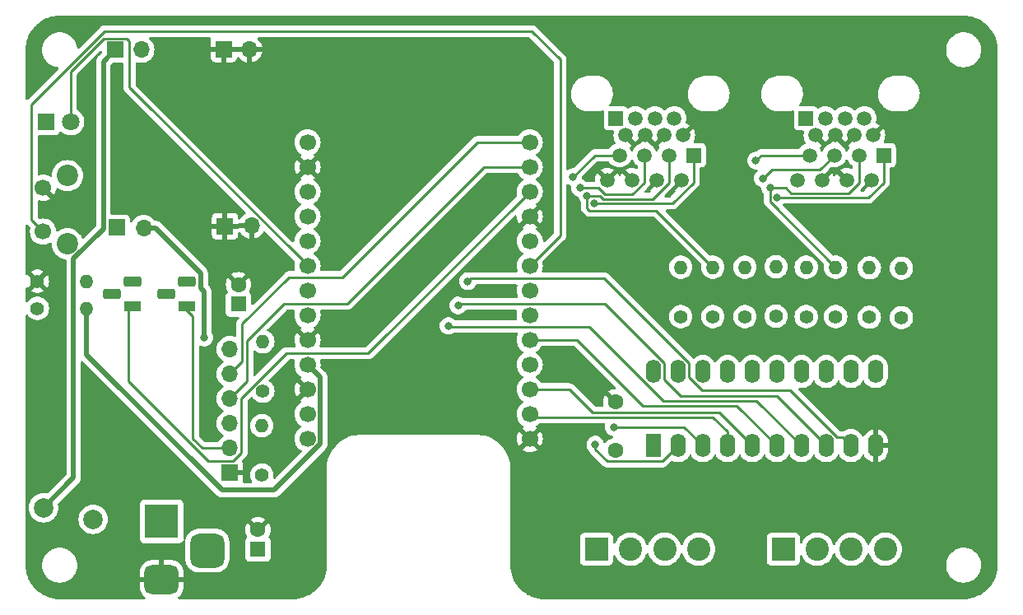
<source format=gbr>
%TF.GenerationSoftware,KiCad,Pcbnew,7.0.9*%
%TF.CreationDate,2024-07-05T12:55:42+10:00*%
%TF.ProjectId,ethernet_led_controller,65746865-726e-4657-945f-6c65645f636f,v1_1_0*%
%TF.SameCoordinates,Original*%
%TF.FileFunction,Copper,L2,Bot*%
%TF.FilePolarity,Positive*%
%FSLAX46Y46*%
G04 Gerber Fmt 4.6, Leading zero omitted, Abs format (unit mm)*
G04 Created by KiCad (PCBNEW 7.0.9) date 2024-07-05 12:55:42*
%MOMM*%
%LPD*%
G01*
G04 APERTURE LIST*
G04 Aperture macros list*
%AMRoundRect*
0 Rectangle with rounded corners*
0 $1 Rounding radius*
0 $2 $3 $4 $5 $6 $7 $8 $9 X,Y pos of 4 corners*
0 Add a 4 corners polygon primitive as box body*
4,1,4,$2,$3,$4,$5,$6,$7,$8,$9,$2,$3,0*
0 Add four circle primitives for the rounded corners*
1,1,$1+$1,$2,$3*
1,1,$1+$1,$4,$5*
1,1,$1+$1,$6,$7*
1,1,$1+$1,$8,$9*
0 Add four rect primitives between the rounded corners*
20,1,$1+$1,$2,$3,$4,$5,0*
20,1,$1+$1,$4,$5,$6,$7,0*
20,1,$1+$1,$6,$7,$8,$9,0*
20,1,$1+$1,$8,$9,$2,$3,0*%
G04 Aperture macros list end*
%TA.AperFunction,ComponentPad*%
%ADD10R,1.500000X1.500000*%
%TD*%
%TA.AperFunction,ComponentPad*%
%ADD11C,1.500000*%
%TD*%
%TA.AperFunction,ComponentPad*%
%ADD12R,3.500000X3.500000*%
%TD*%
%TA.AperFunction,ComponentPad*%
%ADD13RoundRect,0.750000X1.000000X-0.750000X1.000000X0.750000X-1.000000X0.750000X-1.000000X-0.750000X0*%
%TD*%
%TA.AperFunction,ComponentPad*%
%ADD14RoundRect,0.875000X0.875000X-0.875000X0.875000X0.875000X-0.875000X0.875000X-0.875000X-0.875000X0*%
%TD*%
%TA.AperFunction,ComponentPad*%
%ADD15C,1.400000*%
%TD*%
%TA.AperFunction,ComponentPad*%
%ADD16O,1.400000X1.400000*%
%TD*%
%TA.AperFunction,ComponentPad*%
%ADD17C,1.700000*%
%TD*%
%TA.AperFunction,ComponentPad*%
%ADD18R,1.800000X1.100000*%
%TD*%
%TA.AperFunction,ComponentPad*%
%ADD19RoundRect,0.275000X0.625000X-0.275000X0.625000X0.275000X-0.625000X0.275000X-0.625000X-0.275000X0*%
%TD*%
%TA.AperFunction,ComponentPad*%
%ADD20R,1.700000X1.700000*%
%TD*%
%TA.AperFunction,ComponentPad*%
%ADD21O,1.700000X1.700000*%
%TD*%
%TA.AperFunction,ComponentPad*%
%ADD22R,2.400000X2.400000*%
%TD*%
%TA.AperFunction,ComponentPad*%
%ADD23C,2.400000*%
%TD*%
%TA.AperFunction,ComponentPad*%
%ADD24R,1.600000X1.600000*%
%TD*%
%TA.AperFunction,ComponentPad*%
%ADD25C,1.600000*%
%TD*%
%TA.AperFunction,ComponentPad*%
%ADD26C,2.010000*%
%TD*%
%TA.AperFunction,ComponentPad*%
%ADD27C,2.200000*%
%TD*%
%TA.AperFunction,ComponentPad*%
%ADD28R,1.800000X1.800000*%
%TD*%
%TA.AperFunction,ComponentPad*%
%ADD29C,1.800000*%
%TD*%
%TA.AperFunction,ComponentPad*%
%ADD30R,1.600000X2.400000*%
%TD*%
%TA.AperFunction,ComponentPad*%
%ADD31O,1.600000X2.400000*%
%TD*%
%TA.AperFunction,ViaPad*%
%ADD32C,0.800000*%
%TD*%
%TA.AperFunction,Conductor*%
%ADD33C,0.250000*%
%TD*%
%TA.AperFunction,Conductor*%
%ADD34C,0.500000*%
%TD*%
G04 APERTURE END LIST*
D10*
%TO.P,J2,1*%
%TO.N,Net-(J5-Pin_1)*%
X155489000Y-78090000D03*
X147489000Y-74290000D03*
D11*
%TO.P,J2,2*%
%TO.N,GND*%
X154219000Y-80630000D03*
X148489000Y-76040000D03*
%TO.P,J2,3*%
%TO.N,Net-(J5-Pin_2)*%
X152949000Y-78090000D03*
X149489000Y-74290000D03*
%TO.P,J2,4*%
%TO.N,GND*%
X151679000Y-80630000D03*
X150489000Y-76040000D03*
%TO.P,J2,5*%
%TO.N,Net-(J5-Pin_3)*%
X151489000Y-74290000D03*
X150409000Y-78090000D03*
%TO.P,J2,6*%
%TO.N,GND*%
X152489000Y-76040000D03*
X149139000Y-80630000D03*
%TO.P,J2,7*%
%TO.N,Net-(J5-Pin_4)*%
X153489000Y-74290000D03*
X147869000Y-78090000D03*
%TO.P,J2,8*%
%TO.N,GND*%
X154389000Y-76040000D03*
X146599000Y-80630000D03*
%TD*%
D12*
%TO.P,J6,1*%
%TO.N,Net-(F1-Pad1)*%
X100759000Y-115740000D03*
D13*
%TO.P,J6,2*%
%TO.N,GND*%
X100759000Y-121740000D03*
D14*
%TO.P,J6,3*%
%TO.N,Net-(J1-Pin_3)*%
X105459000Y-118740000D03*
%TD*%
D15*
%TO.P,R1,1*%
%TO.N,Net-(J1-Pin_6)*%
X111159000Y-102340000D03*
D16*
%TO.P,R1,2*%
%TO.N,Net-(Q2-B)*%
X111159000Y-97260000D03*
%TD*%
D17*
%TO.P,U1,1,CLK_EN*%
%TO.N,Net-(Q2-C)*%
X115759000Y-76760000D03*
%TO.P,U1,2,GND*%
%TO.N,GND*%
X115759000Y-79300000D03*
%TO.P,U1,3,3.3V*%
%TO.N,+3V3*%
X115759000Y-81840000D03*
%TO.P,U1,4,ESP32_EN*%
%TO.N,unconnected-(U1-ESP32_EN-Pad4)*%
X115759000Y-84380000D03*
%TO.P,U1,5,IO32/ADC1_CH4/TCH9*%
%TO.N,Net-(U1-IO32{slash}ADC1_CH4{slash}TCH9)*%
X115759000Y-86920000D03*
%TO.P,U1,6,IO33/ADC1_CH5/TCH8*%
%TO.N,Net-(D1-A)*%
X115759000Y-89460000D03*
%TO.P,U1,7,IO5/BOOT_FLOAT*%
%TO.N,Net-(U1-IO5{slash}BOOT_FLOAT)*%
X115759000Y-92000000D03*
%TO.P,U1,8,IO17/UART2_TX*%
%TO.N,Net-(U1-IO17{slash}UART2_TX)*%
X115759000Y-94540000D03*
%TO.P,U1,9,GND*%
%TO.N,GND*%
X115759000Y-97080000D03*
%TO.P,U1,10,3.3V*%
%TO.N,+3V3*%
X115759000Y-99620000D03*
%TO.P,U1,11,GND*%
%TO.N,GND*%
X115759000Y-102160000D03*
%TO.P,U1,12,5V*%
%TO.N,+5V*%
X115759000Y-104700000D03*
%TO.P,U1,13,LINK_LED*%
%TO.N,unconnected-(U1-LINK_LED-Pad13)*%
X115759000Y-107240000D03*
%TO.P,U1,14,GND*%
%TO.N,GND*%
X138619000Y-107240000D03*
%TO.P,U1,15,IO2/ADC2_CH2/TCH2/PRG_FLOAT_OR_GND*%
%TO.N,Net-(U1-IO2{slash}ADC2_CH2{slash}TCH2{slash}PRG_FLOAT_OR_GND)*%
X138619000Y-104700000D03*
%TO.P,U1,16,IO4/ADC2_CH0/TCH0*%
%TO.N,Net-(U1-IO4{slash}ADC2_CH0{slash}TCH0)*%
X138619000Y-102160000D03*
%TO.P,U1,17,IO35/ADC1_CH7/INPUT_ONLY*%
%TO.N,unconnected-(U1-IO35{slash}ADC1_CH7{slash}INPUT_ONLY-Pad17)*%
X138619000Y-99620000D03*
%TO.P,U1,18,IO12/ADC2_CH5/TCH5/BOOT_FLOAT_OR_LOW*%
%TO.N,Net-(U1-IO12{slash}ADC2_CH5{slash}TCH5{slash}BOOT_FLOAT_OR_LOW)*%
X138619000Y-97080000D03*
%TO.P,U1,19,IO14/ADC2_CH6/TCH6*%
%TO.N,Net-(U1-IO14{slash}ADC2_CH6{slash}TCH6)*%
X138619000Y-94540000D03*
%TO.P,U1,20,IO15/ADC2_CH3/TCH3*%
%TO.N,Net-(U1-IO15{slash}ADC2_CH3{slash}TCH3)*%
X138619000Y-92000000D03*
%TO.P,U1,21,IO36/ADC1_CH0/INPUT_ONLY*%
%TO.N,Net-(U1-IO36{slash}ADC1_CH0{slash}INPUT_ONLY)*%
X138619000Y-89460000D03*
%TO.P,U1,22,IO39/ADC1_CH3/INPUT_ONLY*%
%TO.N,unconnected-(U1-IO39{slash}ADC1_CH3{slash}INPUT_ONLY-Pad22)*%
X138619000Y-86920000D03*
%TO.P,U1,23,GND*%
%TO.N,GND*%
X138619000Y-84380000D03*
%TO.P,U1,24,IO0/PRG_LOW/ETH_CLK*%
%TO.N,Net-(Q1-E)*%
X138619000Y-81840000D03*
%TO.P,U1,25,IO3/PRG_RX*%
%TO.N,Net-(J1-Pin_4)*%
X138619000Y-79300000D03*
%TO.P,U1,26,IO1/PRG_TX*%
%TO.N,Net-(J1-Pin_5)*%
X138619000Y-76760000D03*
%TD*%
D18*
%TO.P,Q2,1,E*%
%TO.N,Net-(J1-Pin_2)*%
X103329000Y-93610000D03*
D19*
%TO.P,Q2,2,B*%
%TO.N,Net-(Q2-B)*%
X101259000Y-92340000D03*
%TO.P,Q2,3,C*%
%TO.N,Net-(Q2-C)*%
X103329000Y-91070000D03*
%TD*%
D15*
%TO.P,R5,1*%
%TO.N,Net-(U2-B2)*%
X160759000Y-94680000D03*
D16*
%TO.P,R5,2*%
%TO.N,Net-(J5-Pin_3)*%
X160759000Y-89600000D03*
%TD*%
D20*
%TO.P,J1,1,Pin_1*%
%TO.N,GND*%
X107759000Y-110740000D03*
D21*
%TO.P,J1,2,Pin_2*%
%TO.N,Net-(J1-Pin_2)*%
X107759000Y-108200000D03*
%TO.P,J1,3,Pin_3*%
%TO.N,Net-(J1-Pin_3)*%
X107759000Y-105660000D03*
%TO.P,J1,4,Pin_4*%
%TO.N,Net-(J1-Pin_4)*%
X107759000Y-103120000D03*
%TO.P,J1,5,Pin_5*%
%TO.N,Net-(J1-Pin_5)*%
X107759000Y-100580000D03*
%TO.P,J1,6,Pin_6*%
%TO.N,Net-(J1-Pin_6)*%
X107759000Y-98040000D03*
%TD*%
D10*
%TO.P,J3,1*%
%TO.N,Net-(J4-Pin_1)*%
X175041500Y-78090000D03*
X167041500Y-74290000D03*
D11*
%TO.P,J3,2*%
%TO.N,GND*%
X173771500Y-80630000D03*
X168041500Y-76040000D03*
%TO.P,J3,3*%
%TO.N,Net-(J4-Pin_2)*%
X172501500Y-78090000D03*
X169041500Y-74290000D03*
%TO.P,J3,4*%
%TO.N,GND*%
X171231500Y-80630000D03*
X170041500Y-76040000D03*
%TO.P,J3,5*%
%TO.N,Net-(J4-Pin_3)*%
X171041500Y-74290000D03*
X169961500Y-78090000D03*
%TO.P,J3,6*%
%TO.N,GND*%
X172041500Y-76040000D03*
X168691500Y-80630000D03*
%TO.P,J3,7*%
%TO.N,Net-(J4-Pin_4)*%
X173041500Y-74290000D03*
X167421500Y-78090000D03*
%TO.P,J3,8*%
%TO.N,GND*%
X173941500Y-76040000D03*
X166151500Y-80630000D03*
%TD*%
D22*
%TO.P,J4,1,Pin_1*%
%TO.N,Net-(J4-Pin_1)*%
X164700000Y-118600000D03*
D23*
%TO.P,J4,2,Pin_2*%
%TO.N,Net-(J4-Pin_2)*%
X168200000Y-118600000D03*
%TO.P,J4,3,Pin_3*%
%TO.N,Net-(J4-Pin_3)*%
X171700000Y-118600000D03*
%TO.P,J4,4,Pin_4*%
%TO.N,Net-(J4-Pin_4)*%
X175200000Y-118600000D03*
%TD*%
D24*
%TO.P,C1,1*%
%TO.N,Net-(Q2-C)*%
X108659000Y-93395112D03*
D25*
%TO.P,C1,2*%
%TO.N,GND*%
X108659000Y-91395112D03*
%TD*%
D26*
%TO.P,F1,1*%
%TO.N,Net-(F1-Pad1)*%
X93709000Y-115540000D03*
%TO.P,F1,2*%
%TO.N,Net-(J8-Pin_1)*%
X88609000Y-114340000D03*
%TD*%
D15*
%TO.P,R11,1*%
%TO.N,GND*%
X87979000Y-91040000D03*
D16*
%TO.P,R11,2*%
%TO.N,Net-(D1-K)*%
X93059000Y-91040000D03*
%TD*%
D24*
%TO.P,C2,1*%
%TO.N,+5V*%
X110659000Y-118595112D03*
D25*
%TO.P,C2,2*%
%TO.N,GND*%
X110659000Y-116595112D03*
%TD*%
D15*
%TO.P,R8,1*%
%TO.N,Net-(U2-B5)*%
X170099000Y-94680000D03*
D16*
%TO.P,R8,2*%
%TO.N,Net-(J4-Pin_2)*%
X170099000Y-89600000D03*
%TD*%
D15*
%TO.P,R12,1*%
%TO.N,Net-(U1-IO36{slash}ADC1_CH0{slash}INPUT_ONLY)*%
X87979000Y-93840000D03*
D16*
%TO.P,R12,2*%
%TO.N,+3V3*%
X93059000Y-93840000D03*
%TD*%
D15*
%TO.P,R10,1*%
%TO.N,Net-(U2-B7)*%
X176859000Y-94780000D03*
D16*
%TO.P,R10,2*%
%TO.N,Net-(J4-Pin_4)*%
X176859000Y-89700000D03*
%TD*%
D27*
%TO.P,SW1,*%
%TO.N,*%
X91059000Y-87190000D03*
X91059000Y-80190000D03*
D17*
%TO.P,SW1,1,1*%
%TO.N,Net-(U1-IO36{slash}ADC1_CH0{slash}INPUT_ONLY)*%
X88559000Y-85940000D03*
%TO.P,SW1,2,2*%
%TO.N,GND*%
X88559000Y-81440000D03*
%TD*%
D15*
%TO.P,R4,1*%
%TO.N,Net-(U2-B1)*%
X157459000Y-94680000D03*
D16*
%TO.P,R4,2*%
%TO.N,Net-(J5-Pin_2)*%
X157459000Y-89600000D03*
%TD*%
D15*
%TO.P,R9,1*%
%TO.N,Net-(U2-B6)*%
X173559000Y-94740000D03*
D16*
%TO.P,R9,2*%
%TO.N,Net-(J4-Pin_3)*%
X173559000Y-89660000D03*
%TD*%
D15*
%TO.P,R2,1*%
%TO.N,Net-(J1-Pin_2)*%
X111059000Y-110980000D03*
D16*
%TO.P,R2,2*%
%TO.N,Net-(Q1-B)*%
X111059000Y-105900000D03*
%TD*%
D25*
%TO.P,C3,1*%
%TO.N,+5V*%
X147459000Y-108440000D03*
%TO.P,C3,2*%
%TO.N,GND*%
X147459000Y-103440000D03*
%TD*%
D28*
%TO.P,D1,1,K*%
%TO.N,Net-(D1-K)*%
X88859000Y-74640000D03*
D29*
%TO.P,D1,2,A*%
%TO.N,Net-(D1-A)*%
X91399000Y-74640000D03*
%TD*%
D18*
%TO.P,Q1,1,E*%
%TO.N,Net-(Q1-E)*%
X97729000Y-93610000D03*
D19*
%TO.P,Q1,2,B*%
%TO.N,Net-(Q1-B)*%
X95659000Y-92340000D03*
%TO.P,Q1,3,C*%
%TO.N,Net-(J1-Pin_6)*%
X97729000Y-91070000D03*
%TD*%
D15*
%TO.P,R3,1*%
%TO.N,Net-(U2-B0)*%
X154159000Y-94680000D03*
D16*
%TO.P,R3,2*%
%TO.N,Net-(J5-Pin_1)*%
X154159000Y-89600000D03*
%TD*%
D22*
%TO.P,J5,1,Pin_1*%
%TO.N,Net-(J5-Pin_1)*%
X145500000Y-118600000D03*
D23*
%TO.P,J5,2,Pin_2*%
%TO.N,Net-(J5-Pin_2)*%
X149000000Y-118600000D03*
%TO.P,J5,3,Pin_3*%
%TO.N,Net-(J5-Pin_3)*%
X152500000Y-118600000D03*
%TO.P,J5,4,Pin_4*%
%TO.N,Net-(J5-Pin_4)*%
X156000000Y-118600000D03*
%TD*%
D20*
%TO.P,J8,1,Pin_1*%
%TO.N,Net-(J8-Pin_1)*%
X95972400Y-67245200D03*
D21*
X98664800Y-67245200D03*
%TO.P,J8,2,Pin_2*%
%TO.N,GND*%
X109764600Y-67194400D03*
D20*
X107148400Y-67169000D03*
%TO.P,J8,3,Pin_3*%
X107275400Y-85380800D03*
D21*
X110009000Y-85340000D03*
%TO.P,J8,4,Pin_4*%
%TO.N,+5V*%
X98918800Y-85584000D03*
D20*
X96150200Y-85533200D03*
%TD*%
D15*
%TO.P,R6,1*%
%TO.N,Net-(U2-B3)*%
X163959000Y-94640000D03*
D16*
%TO.P,R6,2*%
%TO.N,Net-(J5-Pin_4)*%
X163959000Y-89560000D03*
%TD*%
D30*
%TO.P,U2,1,A->B*%
%TO.N,+5V*%
X151339000Y-107960000D03*
D31*
%TO.P,U2,2,A0*%
%TO.N,Net-(U1-IO14{slash}ADC2_CH6{slash}TCH6)*%
X153879000Y-107960000D03*
%TO.P,U2,3,A1*%
%TO.N,Net-(U1-IO15{slash}ADC2_CH3{slash}TCH3)*%
X156419000Y-107960000D03*
%TO.P,U2,4,A2*%
%TO.N,Net-(U1-IO2{slash}ADC2_CH2{slash}TCH2{slash}PRG_FLOAT_OR_GND)*%
X158959000Y-107960000D03*
%TO.P,U2,5,A3*%
%TO.N,Net-(U1-IO4{slash}ADC2_CH0{slash}TCH0)*%
X161499000Y-107960000D03*
%TO.P,U2,6,A4*%
%TO.N,Net-(U1-IO12{slash}ADC2_CH5{slash}TCH5{slash}BOOT_FLOAT_OR_LOW)*%
X164039000Y-107960000D03*
%TO.P,U2,7,A5*%
%TO.N,Net-(U1-IO17{slash}UART2_TX)*%
X166579000Y-107960000D03*
%TO.P,U2,8,A6*%
%TO.N,Net-(U1-IO5{slash}BOOT_FLOAT)*%
X169119000Y-107960000D03*
%TO.P,U2,9,A7*%
%TO.N,Net-(U1-IO32{slash}ADC1_CH4{slash}TCH9)*%
X171659000Y-107960000D03*
%TO.P,U2,10,GND*%
%TO.N,GND*%
X174199000Y-107960000D03*
%TO.P,U2,11,B7*%
%TO.N,Net-(U2-B7)*%
X174199000Y-100340000D03*
%TO.P,U2,12,B6*%
%TO.N,Net-(U2-B6)*%
X171659000Y-100340000D03*
%TO.P,U2,13,B5*%
%TO.N,Net-(U2-B5)*%
X169119000Y-100340000D03*
%TO.P,U2,14,B4*%
%TO.N,Net-(U2-B4)*%
X166579000Y-100340000D03*
%TO.P,U2,15,B3*%
%TO.N,Net-(U2-B3)*%
X164039000Y-100340000D03*
%TO.P,U2,16,B2*%
%TO.N,Net-(U2-B2)*%
X161499000Y-100340000D03*
%TO.P,U2,17,B1*%
%TO.N,Net-(U2-B1)*%
X158959000Y-100340000D03*
%TO.P,U2,18,B0*%
%TO.N,Net-(U2-B0)*%
X156419000Y-100340000D03*
%TO.P,U2,19,CE*%
%TO.N,GND*%
X153879000Y-100340000D03*
%TO.P,U2,20,VCC*%
%TO.N,+5V*%
X151339000Y-100340000D03*
%TD*%
D15*
%TO.P,R7,1*%
%TO.N,Net-(U2-B4)*%
X167059000Y-94680000D03*
D16*
%TO.P,R7,2*%
%TO.N,Net-(J4-Pin_1)*%
X167059000Y-89600000D03*
%TD*%
D32*
%TO.N,Net-(J4-Pin_1)*%
X164059000Y-82440000D03*
%TO.N,+5V*%
X105159000Y-96840000D03*
%TO.N,Net-(J4-Pin_2)*%
X163334500Y-81440000D03*
%TO.N,Net-(J4-Pin_3)*%
X162610000Y-80470503D03*
%TO.N,Net-(J4-Pin_4)*%
X161885500Y-78640000D03*
%TO.N,Net-(J5-Pin_1)*%
X145259000Y-83040000D03*
%TO.N,Net-(J5-Pin_2)*%
X144534500Y-82240000D03*
%TO.N,Net-(J5-Pin_3)*%
X143810000Y-81467928D03*
%TO.N,Net-(J5-Pin_4)*%
X143085500Y-80340000D03*
%TO.N,Net-(U1-IO32{slash}ADC1_CH4{slash}TCH9)*%
X132259000Y-91040000D03*
%TO.N,Net-(U1-IO5{slash}BOOT_FLOAT)*%
X131259000Y-93540000D03*
%TO.N,Net-(U1-IO17{slash}UART2_TX)*%
X130259000Y-95640000D03*
%TO.N,Net-(U1-IO14{slash}ADC2_CH6{slash}TCH6)*%
X145359000Y-107840000D03*
%TO.N,Net-(U1-IO15{slash}ADC2_CH3{slash}TCH3)*%
X147259000Y-106040000D03*
%TD*%
D33*
%TO.N,Net-(D1-A)*%
X94828800Y-66070200D02*
X91399000Y-69500000D01*
X97189200Y-66070200D02*
X94828800Y-66070200D01*
X97459000Y-71128299D02*
X97459000Y-66340000D01*
X91399000Y-69500000D02*
X91399000Y-74640000D01*
X115759000Y-89460000D02*
X115759000Y-89428299D01*
X115759000Y-89428299D02*
X97459000Y-71128299D01*
X97459000Y-66340000D02*
X97189200Y-66070200D01*
%TO.N,Net-(J4-Pin_1)*%
X175041500Y-80880280D02*
X175041500Y-78090000D01*
X164059000Y-82440000D02*
X173481780Y-82440000D01*
X173481780Y-82440000D02*
X175041500Y-80880280D01*
%TO.N,Net-(J1-Pin_2)*%
X103959000Y-94640000D02*
X103959000Y-107240000D01*
X102929000Y-93610000D02*
X103959000Y-94640000D01*
X103959000Y-107240000D02*
X104919000Y-108200000D01*
X104919000Y-108200000D02*
X107759000Y-108200000D01*
D34*
%TO.N,+5V*%
X105159000Y-92140000D02*
X105109000Y-92090000D01*
X104759000Y-90222119D02*
X100120881Y-85584000D01*
X105159000Y-96840000D02*
X105159000Y-92140000D01*
X100120881Y-85584000D02*
X98918800Y-85584000D01*
X104759000Y-91740000D02*
X104759000Y-90222119D01*
X105109000Y-92090000D02*
X104759000Y-91740000D01*
D33*
%TO.N,Net-(J1-Pin_4)*%
X113334000Y-93365000D02*
X119834000Y-93365000D01*
X109559000Y-101320000D02*
X109559000Y-97140000D01*
X107759000Y-103120000D02*
X109559000Y-101320000D01*
X119834000Y-93365000D02*
X133899000Y-79300000D01*
X109559000Y-97140000D02*
X113334000Y-93365000D01*
X133899000Y-79300000D02*
X138619000Y-79300000D01*
%TO.N,Net-(J1-Pin_5)*%
X119364000Y-90635000D02*
X133239000Y-76760000D01*
X113864000Y-90635000D02*
X119364000Y-90635000D01*
X109059000Y-99280000D02*
X109059000Y-95440000D01*
X133239000Y-76760000D02*
X138619000Y-76760000D01*
X107759000Y-100580000D02*
X109059000Y-99280000D01*
X109059000Y-95440000D02*
X113864000Y-90635000D01*
%TO.N,Net-(J4-Pin_2)*%
X172501500Y-80880280D02*
X172501500Y-78090000D01*
X163334000Y-81440500D02*
X163334500Y-81440000D01*
X163334000Y-82835000D02*
X163334000Y-81440500D01*
X171391780Y-81990000D02*
X172501500Y-80880280D01*
X164959000Y-81440000D02*
X165509000Y-81990000D01*
X165509000Y-81990000D02*
X171391780Y-81990000D01*
X163334500Y-81440000D02*
X164959000Y-81440000D01*
X170099000Y-89600000D02*
X163334000Y-82835000D01*
%TO.N,Net-(J4-Pin_3)*%
X163525503Y-79555000D02*
X168496500Y-79555000D01*
X168496500Y-79555000D02*
X169961500Y-78090000D01*
X162610000Y-80470503D02*
X163525503Y-79555000D01*
%TO.N,Net-(J4-Pin_4)*%
X162435500Y-78090000D02*
X167421500Y-78090000D01*
X161885500Y-78640000D02*
X162435500Y-78090000D01*
%TO.N,Net-(J5-Pin_1)*%
X153329280Y-83040000D02*
X155489000Y-80880280D01*
X155489000Y-80880280D02*
X155489000Y-78090000D01*
X145259000Y-83040000D02*
X153329280Y-83040000D01*
%TO.N,Net-(J5-Pin_2)*%
X152949000Y-80880280D02*
X152949000Y-78090000D01*
X145809000Y-82240000D02*
X146159000Y-82590000D01*
X151624000Y-83765000D02*
X144784000Y-83765000D01*
X151239280Y-82590000D02*
X152949000Y-80880280D01*
X144534500Y-83515500D02*
X144534500Y-82240000D01*
X157459000Y-89600000D02*
X151624000Y-83765000D01*
X144534500Y-82240000D02*
X145809000Y-82240000D01*
X146159000Y-82590000D02*
X151239280Y-82590000D01*
X144784000Y-83765000D02*
X144534500Y-83515500D01*
%TO.N,Net-(J5-Pin_3)*%
X145686928Y-81467928D02*
X146359000Y-82140000D01*
X143810000Y-81467928D02*
X145686928Y-81467928D01*
X149149280Y-82140000D02*
X150409000Y-80880280D01*
X146359000Y-82140000D02*
X149149280Y-82140000D01*
X150409000Y-80880280D02*
X150409000Y-78090000D01*
%TO.N,Net-(J5-Pin_4)*%
X145335500Y-78090000D02*
X147869000Y-78090000D01*
X143085500Y-80340000D02*
X145335500Y-78090000D01*
%TO.N,Net-(Q1-E)*%
X105559000Y-109540000D02*
X97329000Y-101310000D01*
X108080701Y-109540000D02*
X105559000Y-109540000D01*
X108959000Y-108661701D02*
X108080701Y-109540000D01*
X138619000Y-81840000D02*
X122014000Y-98445000D01*
X97329000Y-101310000D02*
X97329000Y-93610000D01*
X108959000Y-103090431D02*
X108959000Y-108661701D01*
X113604431Y-98445000D02*
X108959000Y-103090431D01*
X122014000Y-98445000D02*
X113604431Y-98445000D01*
D34*
%TO.N,+3V3*%
X112297478Y-112540000D02*
X107001032Y-112540000D01*
X93059000Y-98597968D02*
X93059000Y-93840000D01*
X107001032Y-112540000D02*
X93059000Y-98597968D01*
X117059000Y-100920000D02*
X117059000Y-107778478D01*
X117059000Y-107778478D02*
X112297478Y-112540000D01*
X115759000Y-99620000D02*
X117059000Y-100920000D01*
D33*
%TO.N,Net-(U1-IO32{slash}ADC1_CH4{slash}TCH9)*%
X132559000Y-90740000D02*
X146269990Y-90740000D01*
X156328010Y-102240000D02*
X165389990Y-102240000D01*
X146269990Y-90740000D02*
X155004000Y-99474010D01*
X170793010Y-107094010D02*
X171659000Y-107960000D01*
X165389990Y-102240000D02*
X170244000Y-107094010D01*
X132259000Y-91040000D02*
X132559000Y-90740000D01*
X155004000Y-99474010D02*
X155004000Y-100915990D01*
X170244000Y-107094010D02*
X170793010Y-107094010D01*
X155004000Y-100915990D02*
X156328010Y-102240000D01*
%TO.N,Net-(U1-IO5{slash}BOOT_FLOAT)*%
X131434000Y-93365000D02*
X131259000Y-93540000D01*
X154159000Y-102890000D02*
X152464000Y-101195000D01*
X152464000Y-99474010D02*
X146354990Y-93365000D01*
X146354990Y-93365000D02*
X131434000Y-93365000D01*
X164049000Y-102890000D02*
X154159000Y-102890000D01*
X169119000Y-107960000D02*
X164049000Y-102890000D01*
X152464000Y-101195000D02*
X152464000Y-99474010D01*
%TO.N,Net-(U1-IO17{slash}UART2_TX)*%
X144723010Y-95715000D02*
X130334000Y-95715000D01*
X153059000Y-103340000D02*
X152348010Y-103340000D01*
X130334000Y-95715000D02*
X130259000Y-95640000D01*
X152348010Y-103340000D02*
X144723010Y-95715000D01*
X161959000Y-103340000D02*
X153059000Y-103340000D01*
X166579000Y-107960000D02*
X161959000Y-103340000D01*
%TO.N,Net-(U1-IO2{slash}ADC2_CH2{slash}TCH2{slash}PRG_FLOAT_OR_GND)*%
X158959000Y-107960000D02*
X158959000Y-106510000D01*
X158959000Y-106510000D02*
X157464000Y-105015000D01*
X138934000Y-105015000D02*
X138619000Y-104700000D01*
X157464000Y-105015000D02*
X138934000Y-105015000D01*
%TO.N,Net-(U1-IO4{slash}ADC2_CH0{slash}TCH0)*%
X161499000Y-107960000D02*
X158104000Y-104565000D01*
X158104000Y-104565000D02*
X145084000Y-104565000D01*
X145084000Y-104565000D02*
X142679000Y-102160000D01*
X142679000Y-102160000D02*
X138619000Y-102160000D01*
%TO.N,Net-(U1-IO12{slash}ADC2_CH5{slash}TCH5{slash}BOOT_FLOAT_OR_LOW)*%
X159919000Y-103840000D02*
X150259000Y-103840000D01*
X143499000Y-97080000D02*
X138619000Y-97080000D01*
X150259000Y-103840000D02*
X143499000Y-97080000D01*
X164039000Y-107960000D02*
X159919000Y-103840000D01*
%TO.N,Net-(U1-IO14{slash}ADC2_CH6{slash}TCH6)*%
X153879000Y-107960000D02*
X152274000Y-109565000D01*
X152274000Y-109565000D02*
X146584000Y-109565000D01*
X145359000Y-108340000D02*
X145359000Y-107840000D01*
X146584000Y-109565000D02*
X145359000Y-108340000D01*
%TO.N,Net-(U1-IO15{slash}ADC2_CH3{slash}TCH3)*%
X156419000Y-107960000D02*
X154499000Y-106040000D01*
X154499000Y-106040000D02*
X147259000Y-106040000D01*
D34*
%TO.N,Net-(J8-Pin_1)*%
X94759000Y-85682032D02*
X94759000Y-68458600D01*
X91701032Y-88740000D02*
X94759000Y-85682032D01*
X88609000Y-114340000D02*
X91701032Y-111247968D01*
X91701032Y-111247968D02*
X91701032Y-88740000D01*
X94759000Y-68458600D02*
X95972400Y-67245200D01*
D33*
%TO.N,Net-(U1-IO36{slash}ADC1_CH0{slash}INPUT_ONLY)*%
X141759000Y-68240000D02*
X141759000Y-86320000D01*
X141759000Y-86320000D02*
X138619000Y-89460000D01*
X87384000Y-84765000D02*
X87384000Y-72846605D01*
X138859000Y-65340000D02*
X141759000Y-68240000D01*
X88559000Y-85940000D02*
X87384000Y-84765000D01*
X94890605Y-65340000D02*
X138859000Y-65340000D01*
X87384000Y-72846605D02*
X94890605Y-65340000D01*
%TD*%
%TA.AperFunction,Conductor*%
%TO.N,GND*%
G36*
X173387562Y-80661814D02*
G01*
X173418695Y-80784755D01*
X173488059Y-80890925D01*
X173588139Y-80968821D01*
X173708089Y-81010000D01*
X173745051Y-81010000D01*
X173081927Y-81673123D01*
X173082502Y-81679691D01*
X173068736Y-81748191D01*
X173020122Y-81798375D01*
X172958974Y-81814500D01*
X172751233Y-81814500D01*
X172684194Y-81794815D01*
X172638439Y-81742011D01*
X172628495Y-81672853D01*
X172657520Y-81609297D01*
X172663543Y-81602826D01*
X172885292Y-81381077D01*
X172897542Y-81371265D01*
X172897359Y-81371044D01*
X172903366Y-81366072D01*
X172903377Y-81366066D01*
X172941731Y-81325223D01*
X172950727Y-81315644D01*
X172961171Y-81305198D01*
X172971620Y-81294751D01*
X172975879Y-81289258D01*
X172979652Y-81284841D01*
X173011562Y-81250862D01*
X173021215Y-81233300D01*
X173031889Y-81217050D01*
X173044173Y-81201216D01*
X173062680Y-81158447D01*
X173065249Y-81153204D01*
X173067453Y-81149193D01*
X173087697Y-81112372D01*
X173092678Y-81092969D01*
X173098978Y-81074568D01*
X173106938Y-81056176D01*
X173114230Y-81010129D01*
X173115411Y-81004432D01*
X173115851Y-81002719D01*
X173127000Y-80959299D01*
X173127000Y-80959292D01*
X173127223Y-80957528D01*
X173127785Y-80956237D01*
X173128940Y-80951742D01*
X173129664Y-80951928D01*
X173155150Y-80893482D01*
X173162565Y-80885380D01*
X173387691Y-80660253D01*
X173387562Y-80661814D01*
G37*
%TD.AperFunction*%
%TA.AperFunction,Conductor*%
G36*
X171299365Y-78515041D02*
G01*
X171343881Y-78566414D01*
X171414398Y-78717639D01*
X171539902Y-78896877D01*
X171694623Y-79051598D01*
X171823124Y-79141575D01*
X171866748Y-79196151D01*
X171876000Y-79243149D01*
X171876000Y-79356671D01*
X171856315Y-79423710D01*
X171803511Y-79469465D01*
X171734353Y-79479409D01*
X171699597Y-79469054D01*
X171660660Y-79450898D01*
X171660650Y-79450894D01*
X171449394Y-79394289D01*
X171449384Y-79394287D01*
X171231501Y-79375225D01*
X171231499Y-79375225D01*
X171013615Y-79394287D01*
X171013605Y-79394289D01*
X170802349Y-79450894D01*
X170802340Y-79450898D01*
X170604114Y-79543332D01*
X170604112Y-79543333D01*
X170541928Y-79586875D01*
X170541927Y-79586875D01*
X171205052Y-80250000D01*
X171200014Y-80250000D01*
X171106408Y-80265620D01*
X170994872Y-80325980D01*
X170908978Y-80419286D01*
X170858035Y-80535426D01*
X170852321Y-80604373D01*
X170188375Y-79940427D01*
X170188375Y-79940428D01*
X170144833Y-80002612D01*
X170144832Y-80002614D01*
X170073882Y-80154767D01*
X170027709Y-80207206D01*
X169960516Y-80226358D01*
X169893635Y-80206142D01*
X169849118Y-80154767D01*
X169778168Y-80002615D01*
X169734623Y-79940428D01*
X169075309Y-80599741D01*
X169075438Y-80598186D01*
X169044305Y-80475245D01*
X168974941Y-80369075D01*
X168874861Y-80291179D01*
X168754911Y-80250000D01*
X168717945Y-80250000D01*
X169391290Y-79576655D01*
X169397313Y-79546684D01*
X169419386Y-79516702D01*
X169587504Y-79348584D01*
X169648823Y-79315103D01*
X169707274Y-79316493D01*
X169743523Y-79326207D01*
X169899220Y-79339828D01*
X169961498Y-79345277D01*
X169961500Y-79345277D01*
X169961502Y-79345277D01*
X169989754Y-79342805D01*
X170179477Y-79326207D01*
X170390830Y-79269575D01*
X170589139Y-79177102D01*
X170768377Y-79051598D01*
X170923098Y-78896877D01*
X171048602Y-78717639D01*
X171119118Y-78566414D01*
X171165290Y-78513977D01*
X171232484Y-78494825D01*
X171299365Y-78515041D01*
G37*
%TD.AperFunction*%
%TA.AperFunction,Conductor*%
G36*
X169041500Y-76686447D02*
G01*
X169657691Y-76070255D01*
X169657562Y-76071814D01*
X169688695Y-76194755D01*
X169758059Y-76300925D01*
X169858139Y-76378821D01*
X169978089Y-76420000D01*
X170015053Y-76420000D01*
X169533499Y-76901552D01*
X169498224Y-76926253D01*
X169333859Y-77002899D01*
X169154621Y-77128402D01*
X168999902Y-77283121D01*
X168874400Y-77462357D01*
X168874398Y-77462361D01*
X168803882Y-77613583D01*
X168757709Y-77666022D01*
X168690516Y-77685174D01*
X168623635Y-77664958D01*
X168579118Y-77613583D01*
X168543646Y-77537514D01*
X168508602Y-77462362D01*
X168508600Y-77462359D01*
X168508599Y-77462357D01*
X168455618Y-77386692D01*
X168433291Y-77320486D01*
X168450301Y-77252719D01*
X168501249Y-77204906D01*
X168504789Y-77203187D01*
X168668884Y-77126668D01*
X168668886Y-77126667D01*
X168731072Y-77083124D01*
X168067948Y-76420000D01*
X168072986Y-76420000D01*
X168166592Y-76404380D01*
X168278128Y-76344020D01*
X168364022Y-76250714D01*
X168414965Y-76134574D01*
X168420678Y-76065625D01*
X169041500Y-76686447D01*
G37*
%TD.AperFunction*%
%TA.AperFunction,Conductor*%
G36*
X171041500Y-76686447D02*
G01*
X171657691Y-76070255D01*
X171657562Y-76071814D01*
X171688695Y-76194755D01*
X171758059Y-76300925D01*
X171858139Y-76378821D01*
X171978089Y-76420000D01*
X172015051Y-76420000D01*
X171351926Y-77083124D01*
X171414111Y-77126666D01*
X171457592Y-77146941D01*
X171510032Y-77193113D01*
X171529185Y-77260306D01*
X171508970Y-77327188D01*
X171506764Y-77330447D01*
X171414401Y-77462357D01*
X171414398Y-77462361D01*
X171343882Y-77613583D01*
X171297709Y-77666022D01*
X171230516Y-77685174D01*
X171163635Y-77664958D01*
X171119118Y-77613583D01*
X171083646Y-77537514D01*
X171048602Y-77462362D01*
X171048600Y-77462359D01*
X171048599Y-77462357D01*
X170923099Y-77283124D01*
X170863630Y-77223655D01*
X170771316Y-77131341D01*
X170761727Y-77113780D01*
X170067948Y-76420000D01*
X170072986Y-76420000D01*
X170166592Y-76404380D01*
X170278128Y-76344020D01*
X170364022Y-76250714D01*
X170414965Y-76134574D01*
X170420678Y-76065625D01*
X171041500Y-76686447D01*
G37*
%TD.AperFunction*%
%TA.AperFunction,Conductor*%
G36*
X183260513Y-63740575D02*
G01*
X183326131Y-63743797D01*
X183411481Y-63747990D01*
X183605607Y-63758164D01*
X183611409Y-63758745D01*
X183780733Y-63783862D01*
X183956594Y-63811716D01*
X183961929Y-63812804D01*
X184131209Y-63855206D01*
X184300341Y-63900525D01*
X184305122Y-63902018D01*
X184470894Y-63961332D01*
X184633263Y-64023660D01*
X184637543Y-64025492D01*
X184723073Y-64065944D01*
X184797476Y-64101134D01*
X184951992Y-64179864D01*
X184955720Y-64181928D01*
X185107967Y-64273180D01*
X185253262Y-64367537D01*
X185256428Y-64369736D01*
X185399323Y-64475714D01*
X185533975Y-64584752D01*
X185536594Y-64586997D01*
X185667517Y-64705658D01*
X185669721Y-64707757D01*
X185791241Y-64829277D01*
X185793340Y-64831481D01*
X185912001Y-64962404D01*
X185914246Y-64965023D01*
X186023285Y-65099676D01*
X186129262Y-65242570D01*
X186131461Y-65245736D01*
X186225822Y-65391038D01*
X186317070Y-65543278D01*
X186319133Y-65547006D01*
X186397868Y-65701529D01*
X186473506Y-65861455D01*
X186475342Y-65865746D01*
X186537672Y-66028120D01*
X186553074Y-66071165D01*
X186596970Y-66193847D01*
X186598479Y-66198678D01*
X186643793Y-66367790D01*
X186686191Y-66537056D01*
X186687286Y-66542424D01*
X186715145Y-66718317D01*
X186740250Y-66887560D01*
X186740836Y-66893416D01*
X186751011Y-67087561D01*
X186758425Y-67238488D01*
X186758500Y-67241530D01*
X186758500Y-120238469D01*
X186758425Y-120241511D01*
X186751011Y-120392438D01*
X186740836Y-120586582D01*
X186740250Y-120592438D01*
X186715145Y-120761682D01*
X186687286Y-120937574D01*
X186686191Y-120942942D01*
X186643793Y-121112209D01*
X186598479Y-121281320D01*
X186596967Y-121286163D01*
X186537672Y-121451879D01*
X186475342Y-121614252D01*
X186473507Y-121618543D01*
X186397868Y-121778470D01*
X186319133Y-121932992D01*
X186317070Y-121936720D01*
X186225822Y-122088961D01*
X186131461Y-122234262D01*
X186129262Y-122237428D01*
X186023285Y-122380323D01*
X185914245Y-122514975D01*
X185912001Y-122517594D01*
X185793340Y-122648517D01*
X185791241Y-122650721D01*
X185669721Y-122772241D01*
X185667517Y-122774340D01*
X185536594Y-122893001D01*
X185533975Y-122895245D01*
X185399323Y-123004285D01*
X185256428Y-123110262D01*
X185253262Y-123112461D01*
X185107961Y-123206822D01*
X184955720Y-123298070D01*
X184951992Y-123300133D01*
X184797470Y-123378868D01*
X184637543Y-123454507D01*
X184633252Y-123456342D01*
X184470879Y-123518672D01*
X184305163Y-123577967D01*
X184300320Y-123579479D01*
X184131209Y-123624793D01*
X183961942Y-123667191D01*
X183956574Y-123668286D01*
X183780682Y-123696145D01*
X183611438Y-123721250D01*
X183605582Y-123721836D01*
X183411438Y-123732011D01*
X183260513Y-123739425D01*
X183257470Y-123739500D01*
X140135404Y-123739500D01*
X140132361Y-123739425D01*
X139978160Y-123731849D01*
X139787550Y-123721872D01*
X139781690Y-123721285D01*
X139609675Y-123695768D01*
X139436577Y-123668351D01*
X139431209Y-123667255D01*
X139260175Y-123624413D01*
X139092851Y-123579578D01*
X139088020Y-123578069D01*
X139012155Y-123550923D01*
X138920950Y-123518289D01*
X138838252Y-123486544D01*
X138759915Y-123456473D01*
X138755638Y-123454643D01*
X138755350Y-123454507D01*
X138729401Y-123442233D01*
X138594627Y-123378488D01*
X138441205Y-123300315D01*
X138437478Y-123298252D01*
X138350468Y-123246100D01*
X138284317Y-123206450D01*
X138139948Y-123112694D01*
X138136794Y-123110504D01*
X137993080Y-123003918D01*
X137859262Y-122895553D01*
X137856643Y-122893309D01*
X137724971Y-122773967D01*
X137722767Y-122771868D01*
X137602004Y-122651105D01*
X137599922Y-122648919D01*
X137480568Y-122517231D01*
X137478334Y-122514624D01*
X137369977Y-122380813D01*
X137263374Y-122237074D01*
X137261175Y-122233908D01*
X137167450Y-122089582D01*
X137075621Y-121936374D01*
X137073577Y-121932684D01*
X136995407Y-121779267D01*
X136919243Y-121618230D01*
X136917409Y-121613941D01*
X136888991Y-121539910D01*
X136855613Y-121452958D01*
X136795822Y-121285852D01*
X136794310Y-121281010D01*
X136763396Y-121165638D01*
X136749501Y-121113783D01*
X136706634Y-120942648D01*
X136705541Y-120937289D01*
X136703723Y-120925808D01*
X136678146Y-120764324D01*
X136652605Y-120592141D01*
X136652023Y-120586327D01*
X136642284Y-120400491D01*
X136637372Y-120300498D01*
X136634449Y-120240981D01*
X136634374Y-120237939D01*
X136634374Y-119847870D01*
X143799500Y-119847870D01*
X143799501Y-119847876D01*
X143805908Y-119907483D01*
X143856202Y-120042328D01*
X143856206Y-120042335D01*
X143942452Y-120157544D01*
X143942455Y-120157547D01*
X144057664Y-120243793D01*
X144057671Y-120243797D01*
X144192517Y-120294091D01*
X144192516Y-120294091D01*
X144199444Y-120294835D01*
X144252127Y-120300500D01*
X146747872Y-120300499D01*
X146807483Y-120294091D01*
X146942331Y-120243796D01*
X147057546Y-120157546D01*
X147143796Y-120042331D01*
X147194091Y-119907483D01*
X147200500Y-119847873D01*
X147200499Y-119324854D01*
X147220183Y-119257818D01*
X147272987Y-119212063D01*
X147342146Y-119202119D01*
X147405702Y-119231144D01*
X147439927Y-119279553D01*
X147455126Y-119318280D01*
X147463609Y-119339892D01*
X147478189Y-119365145D01*
X147591041Y-119560612D01*
X147749950Y-119759877D01*
X147936783Y-119933232D01*
X148147366Y-120076805D01*
X148147371Y-120076807D01*
X148147372Y-120076808D01*
X148147373Y-120076809D01*
X148206530Y-120105297D01*
X148376992Y-120187387D01*
X148376993Y-120187387D01*
X148376996Y-120187389D01*
X148620542Y-120262513D01*
X148872565Y-120300500D01*
X149127435Y-120300500D01*
X149379458Y-120262513D01*
X149623004Y-120187389D01*
X149852634Y-120076805D01*
X150063217Y-119933232D01*
X150250050Y-119759877D01*
X150408959Y-119560612D01*
X150536393Y-119339888D01*
X150629508Y-119102637D01*
X150629510Y-119102624D01*
X150630878Y-119098196D01*
X150632324Y-119098642D01*
X150663213Y-119043412D01*
X150724873Y-119010552D01*
X150794510Y-119016243D01*
X150850016Y-119058680D01*
X150868192Y-119098482D01*
X150869122Y-119098196D01*
X150870490Y-119102630D01*
X150870492Y-119102637D01*
X150963607Y-119339888D01*
X151091041Y-119560612D01*
X151249950Y-119759877D01*
X151436783Y-119933232D01*
X151647366Y-120076805D01*
X151647371Y-120076807D01*
X151647372Y-120076808D01*
X151647373Y-120076809D01*
X151706530Y-120105297D01*
X151876992Y-120187387D01*
X151876993Y-120187387D01*
X151876996Y-120187389D01*
X152120542Y-120262513D01*
X152372565Y-120300500D01*
X152627435Y-120300500D01*
X152879458Y-120262513D01*
X153123004Y-120187389D01*
X153352634Y-120076805D01*
X153563217Y-119933232D01*
X153750050Y-119759877D01*
X153908959Y-119560612D01*
X154036393Y-119339888D01*
X154129508Y-119102637D01*
X154129510Y-119102624D01*
X154130878Y-119098196D01*
X154132324Y-119098642D01*
X154163213Y-119043412D01*
X154224873Y-119010552D01*
X154294510Y-119016243D01*
X154350016Y-119058680D01*
X154368192Y-119098482D01*
X154369122Y-119098196D01*
X154370490Y-119102630D01*
X154370492Y-119102637D01*
X154463607Y-119339888D01*
X154591041Y-119560612D01*
X154749950Y-119759877D01*
X154936783Y-119933232D01*
X155147366Y-120076805D01*
X155147371Y-120076807D01*
X155147372Y-120076808D01*
X155147373Y-120076809D01*
X155206530Y-120105297D01*
X155376992Y-120187387D01*
X155376993Y-120187387D01*
X155376996Y-120187389D01*
X155620542Y-120262513D01*
X155872565Y-120300500D01*
X156127435Y-120300500D01*
X156379458Y-120262513D01*
X156623004Y-120187389D01*
X156852634Y-120076805D01*
X157063217Y-119933232D01*
X157155216Y-119847870D01*
X162999500Y-119847870D01*
X162999501Y-119847876D01*
X163005908Y-119907483D01*
X163056202Y-120042328D01*
X163056206Y-120042335D01*
X163142452Y-120157544D01*
X163142455Y-120157547D01*
X163257664Y-120243793D01*
X163257671Y-120243797D01*
X163392517Y-120294091D01*
X163392516Y-120294091D01*
X163399444Y-120294835D01*
X163452127Y-120300500D01*
X165947872Y-120300499D01*
X166007483Y-120294091D01*
X166142331Y-120243796D01*
X166257546Y-120157546D01*
X166343796Y-120042331D01*
X166394091Y-119907483D01*
X166400500Y-119847873D01*
X166400499Y-119324854D01*
X166420183Y-119257818D01*
X166472987Y-119212063D01*
X166542146Y-119202119D01*
X166605702Y-119231144D01*
X166639927Y-119279553D01*
X166655126Y-119318280D01*
X166663609Y-119339892D01*
X166678189Y-119365145D01*
X166791041Y-119560612D01*
X166949950Y-119759877D01*
X167136783Y-119933232D01*
X167347366Y-120076805D01*
X167347371Y-120076807D01*
X167347372Y-120076808D01*
X167347373Y-120076809D01*
X167406530Y-120105297D01*
X167576992Y-120187387D01*
X167576993Y-120187387D01*
X167576996Y-120187389D01*
X167820542Y-120262513D01*
X168072565Y-120300500D01*
X168327435Y-120300500D01*
X168579458Y-120262513D01*
X168823004Y-120187389D01*
X169052634Y-120076805D01*
X169263217Y-119933232D01*
X169450050Y-119759877D01*
X169608959Y-119560612D01*
X169736393Y-119339888D01*
X169829508Y-119102637D01*
X169829510Y-119102624D01*
X169830878Y-119098196D01*
X169832324Y-119098642D01*
X169863213Y-119043412D01*
X169924873Y-119010552D01*
X169994510Y-119016243D01*
X170050016Y-119058680D01*
X170068192Y-119098482D01*
X170069122Y-119098196D01*
X170070490Y-119102630D01*
X170070492Y-119102637D01*
X170163607Y-119339888D01*
X170291041Y-119560612D01*
X170449950Y-119759877D01*
X170636783Y-119933232D01*
X170847366Y-120076805D01*
X170847371Y-120076807D01*
X170847372Y-120076808D01*
X170847373Y-120076809D01*
X170906530Y-120105297D01*
X171076992Y-120187387D01*
X171076993Y-120187387D01*
X171076996Y-120187389D01*
X171320542Y-120262513D01*
X171572565Y-120300500D01*
X171827435Y-120300500D01*
X172079458Y-120262513D01*
X172323004Y-120187389D01*
X172552634Y-120076805D01*
X172763217Y-119933232D01*
X172950050Y-119759877D01*
X173108959Y-119560612D01*
X173236393Y-119339888D01*
X173329508Y-119102637D01*
X173329510Y-119102624D01*
X173330878Y-119098196D01*
X173332324Y-119098642D01*
X173363213Y-119043412D01*
X173424873Y-119010552D01*
X173494510Y-119016243D01*
X173550016Y-119058680D01*
X173568192Y-119098482D01*
X173569122Y-119098196D01*
X173570490Y-119102630D01*
X173570492Y-119102637D01*
X173663607Y-119339888D01*
X173791041Y-119560612D01*
X173949950Y-119759877D01*
X174136783Y-119933232D01*
X174347366Y-120076805D01*
X174347371Y-120076807D01*
X174347372Y-120076808D01*
X174347373Y-120076809D01*
X174406530Y-120105297D01*
X174576992Y-120187387D01*
X174576993Y-120187387D01*
X174576996Y-120187389D01*
X174820542Y-120262513D01*
X175072565Y-120300500D01*
X175327435Y-120300500D01*
X175579458Y-120262513D01*
X175652437Y-120240002D01*
X181453451Y-120240002D01*
X181454639Y-120255859D01*
X181461344Y-120345338D01*
X181461517Y-120349951D01*
X181461517Y-120374708D01*
X181465205Y-120399181D01*
X181465724Y-120403786D01*
X181473617Y-120509105D01*
X181473618Y-120509109D01*
X181497118Y-120612069D01*
X181497980Y-120616623D01*
X181501668Y-120641088D01*
X181501670Y-120641099D01*
X181508961Y-120664736D01*
X181510161Y-120669215D01*
X181533663Y-120772183D01*
X181533664Y-120772189D01*
X181572248Y-120870502D01*
X181573780Y-120874878D01*
X181578071Y-120888790D01*
X181581076Y-120898531D01*
X181581079Y-120898538D01*
X181591820Y-120920843D01*
X181593674Y-120925093D01*
X181632256Y-121023396D01*
X181632260Y-121023405D01*
X181671618Y-121091574D01*
X181684395Y-121113705D01*
X181685059Y-121114854D01*
X181687225Y-121118954D01*
X181697966Y-121141256D01*
X181697969Y-121141262D01*
X181711920Y-121161725D01*
X181714374Y-121165631D01*
X181767185Y-121257102D01*
X181833043Y-121339686D01*
X181835775Y-121343386D01*
X181849730Y-121363855D01*
X181866575Y-121382010D01*
X181869583Y-121385504D01*
X181935439Y-121468085D01*
X181935440Y-121468086D01*
X181935441Y-121468087D01*
X182012862Y-121539924D01*
X182016142Y-121543204D01*
X182032973Y-121561343D01*
X182052325Y-121576776D01*
X182055836Y-121579798D01*
X182097259Y-121618232D01*
X182133259Y-121651635D01*
X182220520Y-121711128D01*
X182224232Y-121713868D01*
X182243602Y-121729315D01*
X182243606Y-121729317D01*
X182243607Y-121729318D01*
X182265052Y-121741699D01*
X182268957Y-121744152D01*
X182320422Y-121779240D01*
X182356224Y-121803650D01*
X182356225Y-121803651D01*
X182373332Y-121811889D01*
X182451380Y-121849474D01*
X182455454Y-121851628D01*
X182476914Y-121864018D01*
X182499968Y-121873065D01*
X182504191Y-121874907D01*
X182599359Y-121920738D01*
X182599361Y-121920738D01*
X182599364Y-121920740D01*
X182629798Y-121930127D01*
X182700302Y-121951874D01*
X182704643Y-121953394D01*
X182727697Y-121962442D01*
X182751832Y-121967950D01*
X182756277Y-121969140D01*
X182823901Y-121990000D01*
X182857230Y-122000281D01*
X182934418Y-122011914D01*
X182961664Y-122016021D01*
X182966181Y-122016875D01*
X182990348Y-122022391D01*
X183015086Y-122024244D01*
X183019600Y-122024753D01*
X183124071Y-122040500D01*
X183124077Y-122040500D01*
X183229674Y-122040500D01*
X183234291Y-122040672D01*
X183259000Y-122042524D01*
X183283708Y-122040672D01*
X183288326Y-122040500D01*
X183393923Y-122040500D01*
X183393929Y-122040500D01*
X183498402Y-122024753D01*
X183502910Y-122024245D01*
X183527652Y-122022391D01*
X183551808Y-122016877D01*
X183556324Y-122016022D01*
X183660762Y-122000281D01*
X183660766Y-122000281D01*
X183660766Y-122000280D01*
X183660772Y-122000280D01*
X183761740Y-121969135D01*
X183766143Y-121967956D01*
X183790303Y-121962442D01*
X183813400Y-121953376D01*
X183817660Y-121951886D01*
X183918641Y-121920738D01*
X184013828Y-121874898D01*
X184018000Y-121873078D01*
X184041086Y-121864018D01*
X184062559Y-121851620D01*
X184066589Y-121849489D01*
X184161775Y-121803651D01*
X184249049Y-121744148D01*
X184252935Y-121741706D01*
X184274398Y-121729315D01*
X184293776Y-121713861D01*
X184297465Y-121711138D01*
X184384741Y-121651635D01*
X184462166Y-121579794D01*
X184465675Y-121576776D01*
X184468159Y-121574794D01*
X184485027Y-121561343D01*
X184501891Y-121543167D01*
X184505110Y-121539948D01*
X184582561Y-121468085D01*
X184648438Y-121385477D01*
X184651395Y-121382041D01*
X184668270Y-121363855D01*
X184682224Y-121343386D01*
X184684946Y-121339698D01*
X184750815Y-121257102D01*
X184751538Y-121255851D01*
X184762411Y-121237015D01*
X184803639Y-121165606D01*
X184806077Y-121161728D01*
X184820031Y-121141262D01*
X184830786Y-121118927D01*
X184832921Y-121114887D01*
X184885743Y-121023398D01*
X184924340Y-120925053D01*
X184926179Y-120920843D01*
X184936922Y-120898536D01*
X184944222Y-120874867D01*
X184945735Y-120870541D01*
X184984334Y-120772195D01*
X185007846Y-120669180D01*
X185009027Y-120664772D01*
X185016330Y-120641099D01*
X185020019Y-120616618D01*
X185020879Y-120612079D01*
X185044383Y-120509103D01*
X185052277Y-120403750D01*
X185052791Y-120399194D01*
X185056483Y-120374703D01*
X185057124Y-120340347D01*
X185057284Y-120336937D01*
X185063907Y-120248565D01*
X185064549Y-120240001D01*
X185064549Y-120239997D01*
X185058370Y-120157546D01*
X185057284Y-120143065D01*
X185057124Y-120139649D01*
X185056483Y-120105297D01*
X185052793Y-120080817D01*
X185052275Y-120076215D01*
X185044384Y-119970906D01*
X185044383Y-119970901D01*
X185044383Y-119970897D01*
X185020878Y-119867915D01*
X185020017Y-119863363D01*
X185016330Y-119838901D01*
X185009025Y-119815220D01*
X185007843Y-119810807D01*
X184991682Y-119740000D01*
X184984338Y-119707820D01*
X184984336Y-119707814D01*
X184984334Y-119707805D01*
X184945746Y-119609485D01*
X184944217Y-119605114D01*
X184936926Y-119581475D01*
X184936923Y-119581469D01*
X184936922Y-119581464D01*
X184926178Y-119559155D01*
X184924326Y-119554910D01*
X184885743Y-119456602D01*
X184832932Y-119365130D01*
X184830772Y-119361042D01*
X184820034Y-119338744D01*
X184820033Y-119338743D01*
X184820031Y-119338738D01*
X184806081Y-119318277D01*
X184803618Y-119314357D01*
X184783524Y-119279553D01*
X184750815Y-119222898D01*
X184684969Y-119140330D01*
X184682214Y-119136597D01*
X184668272Y-119116148D01*
X184668270Y-119116145D01*
X184651409Y-119097973D01*
X184648418Y-119094497D01*
X184592161Y-119023953D01*
X184582566Y-119011921D01*
X184582558Y-119011912D01*
X184505142Y-118940080D01*
X184501863Y-118936801D01*
X184487758Y-118921601D01*
X184485027Y-118918657D01*
X184485026Y-118918656D01*
X184485025Y-118918655D01*
X184485021Y-118918651D01*
X184465669Y-118903218D01*
X184462156Y-118900195D01*
X184406061Y-118848147D01*
X184384741Y-118828365D01*
X184297487Y-118768876D01*
X184293760Y-118766126D01*
X184274398Y-118750685D01*
X184264295Y-118744852D01*
X184252952Y-118738302D01*
X184249026Y-118735836D01*
X184161775Y-118676349D01*
X184066625Y-118630526D01*
X184062526Y-118628360D01*
X184041086Y-118615982D01*
X184018030Y-118606933D01*
X184013779Y-118605078D01*
X183918641Y-118559262D01*
X183817721Y-118528132D01*
X183813344Y-118526601D01*
X183790301Y-118517557D01*
X183766176Y-118512051D01*
X183761704Y-118510853D01*
X183660782Y-118479723D01*
X183660779Y-118479722D01*
X183660776Y-118479721D01*
X183660774Y-118479720D01*
X183660772Y-118479720D01*
X183636357Y-118476040D01*
X183556339Y-118463978D01*
X183551785Y-118463117D01*
X183540947Y-118460643D01*
X183527652Y-118457609D01*
X183524807Y-118457395D01*
X183502961Y-118455757D01*
X183498356Y-118455238D01*
X183393939Y-118439500D01*
X183393929Y-118439500D01*
X183288313Y-118439500D01*
X183283697Y-118439327D01*
X183261170Y-118437639D01*
X183259001Y-118437477D01*
X183258999Y-118437477D01*
X183256829Y-118437639D01*
X183234302Y-118439327D01*
X183229687Y-118439500D01*
X183124060Y-118439500D01*
X183019643Y-118455238D01*
X183015038Y-118455757D01*
X182991334Y-118457535D01*
X182990348Y-118457609D01*
X182990347Y-118457609D01*
X182990340Y-118457610D01*
X182966216Y-118463116D01*
X182961660Y-118463978D01*
X182879651Y-118476340D01*
X182857228Y-118479720D01*
X182857225Y-118479720D01*
X182857224Y-118479721D01*
X182857215Y-118479723D01*
X182756310Y-118510848D01*
X182751831Y-118512049D01*
X182727693Y-118517558D01*
X182704653Y-118526601D01*
X182700278Y-118528131D01*
X182599365Y-118559259D01*
X182504224Y-118605076D01*
X182499976Y-118606930D01*
X182476920Y-118615979D01*
X182476909Y-118615984D01*
X182455467Y-118628362D01*
X182451371Y-118630527D01*
X182356230Y-118676346D01*
X182356225Y-118676349D01*
X182268978Y-118735833D01*
X182265054Y-118738298D01*
X182243601Y-118750684D01*
X182224231Y-118766130D01*
X182220503Y-118768882D01*
X182133256Y-118828367D01*
X182055846Y-118900192D01*
X182052335Y-118903213D01*
X182032978Y-118918651D01*
X182032966Y-118918662D01*
X182016135Y-118936802D01*
X182012857Y-118940079D01*
X181935442Y-119011911D01*
X181869592Y-119094482D01*
X181866570Y-119097994D01*
X181849733Y-119116140D01*
X181849730Y-119116145D01*
X181835782Y-119136602D01*
X181833029Y-119140330D01*
X181767186Y-119222896D01*
X181714382Y-119314355D01*
X181711916Y-119318280D01*
X181697969Y-119338736D01*
X181697963Y-119338746D01*
X181687231Y-119361035D01*
X181685064Y-119365134D01*
X181632259Y-119456597D01*
X181632254Y-119456606D01*
X181593671Y-119554910D01*
X181591819Y-119559155D01*
X181581079Y-119581460D01*
X181581075Y-119581471D01*
X181573781Y-119605115D01*
X181572250Y-119609488D01*
X181533665Y-119707804D01*
X181510163Y-119810774D01*
X181508963Y-119815252D01*
X181501672Y-119838890D01*
X181501669Y-119838904D01*
X181497982Y-119863363D01*
X181497120Y-119867917D01*
X181473619Y-119970883D01*
X181473617Y-119970894D01*
X181465724Y-120076213D01*
X181465205Y-120080818D01*
X181461517Y-120105289D01*
X181461517Y-120130047D01*
X181461344Y-120134663D01*
X181459630Y-120157546D01*
X181453451Y-120239997D01*
X181453451Y-120240002D01*
X175652437Y-120240002D01*
X175823004Y-120187389D01*
X176052634Y-120076805D01*
X176263217Y-119933232D01*
X176450050Y-119759877D01*
X176608959Y-119560612D01*
X176736393Y-119339888D01*
X176829508Y-119102637D01*
X176886222Y-118854157D01*
X176899547Y-118676346D01*
X176905268Y-118600004D01*
X176905268Y-118599995D01*
X176886222Y-118345845D01*
X176849225Y-118183752D01*
X176829508Y-118097363D01*
X176736393Y-117860112D01*
X176608959Y-117639388D01*
X176450050Y-117440123D01*
X176263217Y-117266768D01*
X176052634Y-117123195D01*
X176052630Y-117123193D01*
X176052627Y-117123191D01*
X176052626Y-117123190D01*
X175823006Y-117012612D01*
X175823008Y-117012612D01*
X175579466Y-116937489D01*
X175579462Y-116937488D01*
X175579458Y-116937487D01*
X175458231Y-116919214D01*
X175327440Y-116899500D01*
X175327435Y-116899500D01*
X175072565Y-116899500D01*
X175072559Y-116899500D01*
X174918294Y-116922753D01*
X174820542Y-116937487D01*
X174820539Y-116937488D01*
X174820533Y-116937489D01*
X174576992Y-117012612D01*
X174347373Y-117123190D01*
X174347372Y-117123191D01*
X174136782Y-117266768D01*
X173949952Y-117440121D01*
X173949950Y-117440123D01*
X173791041Y-117639388D01*
X173663608Y-117860109D01*
X173570492Y-118097362D01*
X173569122Y-118101804D01*
X173567677Y-118101358D01*
X173536780Y-118156593D01*
X173475117Y-118189449D01*
X173405480Y-118183752D01*
X173349978Y-118141311D01*
X173331805Y-118101517D01*
X173330878Y-118101804D01*
X173329509Y-118097369D01*
X173329508Y-118097363D01*
X173236393Y-117860112D01*
X173108959Y-117639388D01*
X172950050Y-117440123D01*
X172763217Y-117266768D01*
X172552634Y-117123195D01*
X172552630Y-117123193D01*
X172552627Y-117123191D01*
X172552626Y-117123190D01*
X172323006Y-117012612D01*
X172323008Y-117012612D01*
X172079466Y-116937489D01*
X172079462Y-116937488D01*
X172079458Y-116937487D01*
X171958231Y-116919214D01*
X171827440Y-116899500D01*
X171827435Y-116899500D01*
X171572565Y-116899500D01*
X171572559Y-116899500D01*
X171418294Y-116922753D01*
X171320542Y-116937487D01*
X171320539Y-116937488D01*
X171320533Y-116937489D01*
X171076992Y-117012612D01*
X170847373Y-117123190D01*
X170847372Y-117123191D01*
X170636782Y-117266768D01*
X170449952Y-117440121D01*
X170449950Y-117440123D01*
X170291041Y-117639388D01*
X170163608Y-117860109D01*
X170070492Y-118097362D01*
X170069122Y-118101804D01*
X170067677Y-118101358D01*
X170036780Y-118156593D01*
X169975117Y-118189449D01*
X169905480Y-118183752D01*
X169849978Y-118141311D01*
X169831805Y-118101517D01*
X169830878Y-118101804D01*
X169829509Y-118097369D01*
X169829508Y-118097363D01*
X169736393Y-117860112D01*
X169608959Y-117639388D01*
X169450050Y-117440123D01*
X169263217Y-117266768D01*
X169052634Y-117123195D01*
X169052630Y-117123193D01*
X169052627Y-117123191D01*
X169052626Y-117123190D01*
X168823006Y-117012612D01*
X168823008Y-117012612D01*
X168579466Y-116937489D01*
X168579462Y-116937488D01*
X168579458Y-116937487D01*
X168458231Y-116919214D01*
X168327440Y-116899500D01*
X168327435Y-116899500D01*
X168072565Y-116899500D01*
X168072559Y-116899500D01*
X167918294Y-116922753D01*
X167820542Y-116937487D01*
X167820539Y-116937488D01*
X167820533Y-116937489D01*
X167576992Y-117012612D01*
X167347373Y-117123190D01*
X167347372Y-117123191D01*
X167136782Y-117266768D01*
X166949952Y-117440121D01*
X166949950Y-117440123D01*
X166791041Y-117639388D01*
X166663608Y-117860109D01*
X166639927Y-117920447D01*
X166597110Y-117975661D01*
X166531240Y-117998961D01*
X166463230Y-117982950D01*
X166414672Y-117932711D01*
X166400499Y-117875144D01*
X166400499Y-117352129D01*
X166400498Y-117352123D01*
X166400497Y-117352116D01*
X166394091Y-117292517D01*
X166384487Y-117266768D01*
X166343797Y-117157671D01*
X166343793Y-117157664D01*
X166257547Y-117042455D01*
X166257544Y-117042452D01*
X166142335Y-116956206D01*
X166142328Y-116956202D01*
X166007482Y-116905908D01*
X166007483Y-116905908D01*
X165947883Y-116899501D01*
X165947881Y-116899500D01*
X165947873Y-116899500D01*
X165947864Y-116899500D01*
X163452129Y-116899500D01*
X163452123Y-116899501D01*
X163392516Y-116905908D01*
X163257671Y-116956202D01*
X163257664Y-116956206D01*
X163142455Y-117042452D01*
X163142452Y-117042455D01*
X163056206Y-117157664D01*
X163056202Y-117157671D01*
X163005908Y-117292517D01*
X162999587Y-117351316D01*
X162999501Y-117352123D01*
X162999500Y-117352135D01*
X162999500Y-119847870D01*
X157155216Y-119847870D01*
X157250050Y-119759877D01*
X157408959Y-119560612D01*
X157536393Y-119339888D01*
X157629508Y-119102637D01*
X157686222Y-118854157D01*
X157699547Y-118676346D01*
X157705268Y-118600004D01*
X157705268Y-118599995D01*
X157686222Y-118345845D01*
X157649225Y-118183752D01*
X157629508Y-118097363D01*
X157536393Y-117860112D01*
X157408959Y-117639388D01*
X157250050Y-117440123D01*
X157063217Y-117266768D01*
X156852634Y-117123195D01*
X156852630Y-117123193D01*
X156852627Y-117123191D01*
X156852626Y-117123190D01*
X156623006Y-117012612D01*
X156623008Y-117012612D01*
X156379466Y-116937489D01*
X156379462Y-116937488D01*
X156379458Y-116937487D01*
X156258231Y-116919214D01*
X156127440Y-116899500D01*
X156127435Y-116899500D01*
X155872565Y-116899500D01*
X155872559Y-116899500D01*
X155718294Y-116922753D01*
X155620542Y-116937487D01*
X155620539Y-116937488D01*
X155620533Y-116937489D01*
X155376992Y-117012612D01*
X155147373Y-117123190D01*
X155147372Y-117123191D01*
X154936782Y-117266768D01*
X154749952Y-117440121D01*
X154749950Y-117440123D01*
X154591041Y-117639388D01*
X154463608Y-117860109D01*
X154370492Y-118097362D01*
X154369122Y-118101804D01*
X154367677Y-118101358D01*
X154336780Y-118156593D01*
X154275117Y-118189449D01*
X154205480Y-118183752D01*
X154149978Y-118141311D01*
X154131805Y-118101517D01*
X154130878Y-118101804D01*
X154129509Y-118097369D01*
X154129508Y-118097363D01*
X154036393Y-117860112D01*
X153908959Y-117639388D01*
X153750050Y-117440123D01*
X153563217Y-117266768D01*
X153352634Y-117123195D01*
X153352630Y-117123193D01*
X153352627Y-117123191D01*
X153352626Y-117123190D01*
X153123006Y-117012612D01*
X153123008Y-117012612D01*
X152879466Y-116937489D01*
X152879462Y-116937488D01*
X152879458Y-116937487D01*
X152758231Y-116919214D01*
X152627440Y-116899500D01*
X152627435Y-116899500D01*
X152372565Y-116899500D01*
X152372559Y-116899500D01*
X152218294Y-116922753D01*
X152120542Y-116937487D01*
X152120539Y-116937488D01*
X152120533Y-116937489D01*
X151876992Y-117012612D01*
X151647373Y-117123190D01*
X151647372Y-117123191D01*
X151436782Y-117266768D01*
X151249952Y-117440121D01*
X151249950Y-117440123D01*
X151091041Y-117639388D01*
X150963608Y-117860109D01*
X150870492Y-118097362D01*
X150869122Y-118101804D01*
X150867677Y-118101358D01*
X150836780Y-118156593D01*
X150775117Y-118189449D01*
X150705480Y-118183752D01*
X150649978Y-118141311D01*
X150631805Y-118101517D01*
X150630878Y-118101804D01*
X150629509Y-118097369D01*
X150629508Y-118097363D01*
X150536393Y-117860112D01*
X150408959Y-117639388D01*
X150250050Y-117440123D01*
X150063217Y-117266768D01*
X149852634Y-117123195D01*
X149852630Y-117123193D01*
X149852627Y-117123191D01*
X149852626Y-117123190D01*
X149623006Y-117012612D01*
X149623008Y-117012612D01*
X149379466Y-116937489D01*
X149379462Y-116937488D01*
X149379458Y-116937487D01*
X149258231Y-116919214D01*
X149127440Y-116899500D01*
X149127435Y-116899500D01*
X148872565Y-116899500D01*
X148872559Y-116899500D01*
X148718294Y-116922753D01*
X148620542Y-116937487D01*
X148620539Y-116937488D01*
X148620533Y-116937489D01*
X148376992Y-117012612D01*
X148147373Y-117123190D01*
X148147372Y-117123191D01*
X147936782Y-117266768D01*
X147749952Y-117440121D01*
X147749950Y-117440123D01*
X147591041Y-117639388D01*
X147463608Y-117860109D01*
X147439927Y-117920447D01*
X147397110Y-117975661D01*
X147331240Y-117998961D01*
X147263230Y-117982950D01*
X147214672Y-117932711D01*
X147200499Y-117875144D01*
X147200499Y-117352129D01*
X147200498Y-117352123D01*
X147200497Y-117352116D01*
X147194091Y-117292517D01*
X147184487Y-117266768D01*
X147143797Y-117157671D01*
X147143793Y-117157664D01*
X147057547Y-117042455D01*
X147057544Y-117042452D01*
X146942335Y-116956206D01*
X146942328Y-116956202D01*
X146807482Y-116905908D01*
X146807483Y-116905908D01*
X146747883Y-116899501D01*
X146747881Y-116899500D01*
X146747873Y-116899500D01*
X146747864Y-116899500D01*
X144252129Y-116899500D01*
X144252123Y-116899501D01*
X144192516Y-116905908D01*
X144057671Y-116956202D01*
X144057664Y-116956206D01*
X143942455Y-117042452D01*
X143942452Y-117042455D01*
X143856206Y-117157664D01*
X143856202Y-117157671D01*
X143805908Y-117292517D01*
X143799587Y-117351316D01*
X143799501Y-117352123D01*
X143799500Y-117352135D01*
X143799500Y-119847870D01*
X136634374Y-119847870D01*
X136634374Y-110391388D01*
X136634400Y-110391299D01*
X136634400Y-110168034D01*
X136634373Y-110167764D01*
X136600688Y-109825748D01*
X136534017Y-109490568D01*
X136533593Y-109488436D01*
X136533590Y-109488424D01*
X136533589Y-109488420D01*
X136533589Y-109488418D01*
X136433748Y-109159289D01*
X136431013Y-109152687D01*
X136395209Y-109066249D01*
X136302128Y-108841532D01*
X136300025Y-108837598D01*
X136140002Y-108538216D01*
X136139999Y-108538211D01*
X136139996Y-108538205D01*
X135948913Y-108252231D01*
X135743038Y-108001373D01*
X135730725Y-107986370D01*
X135730724Y-107986369D01*
X135730720Y-107986364D01*
X135487517Y-107743163D01*
X135487510Y-107743157D01*
X135221651Y-107524974D01*
X134935678Y-107333894D01*
X134935675Y-107333892D01*
X134935673Y-107333891D01*
X134632345Y-107171761D01*
X134491698Y-107113504D01*
X134314588Y-107040143D01*
X133985454Y-106940304D01*
X133793783Y-106902180D01*
X133648126Y-106873208D01*
X133648122Y-106873207D01*
X133648114Y-106873206D01*
X133396648Y-106848441D01*
X133305843Y-106839498D01*
X133305840Y-106839498D01*
X133133874Y-106839500D01*
X121285262Y-106839500D01*
X121285173Y-106839474D01*
X121061908Y-106839474D01*
X120719622Y-106873189D01*
X120719610Y-106873191D01*
X120428740Y-106931051D01*
X120382294Y-106940290D01*
X120382291Y-106940290D01*
X120382278Y-106940294D01*
X120053171Y-107040130D01*
X119735416Y-107171750D01*
X119735410Y-107171752D01*
X119432088Y-107333884D01*
X119432078Y-107333890D01*
X119146120Y-107524962D01*
X119146106Y-107524973D01*
X118880251Y-107743156D01*
X118880250Y-107743157D01*
X118637040Y-107986369D01*
X118418856Y-108252229D01*
X118227781Y-108538193D01*
X118227770Y-108538211D01*
X118065646Y-108841526D01*
X118065639Y-108841540D01*
X117934023Y-109159289D01*
X117834181Y-109488429D01*
X117834178Y-109488440D01*
X117767084Y-109825749D01*
X117745096Y-110049013D01*
X117733401Y-110167764D01*
X117733374Y-110168034D01*
X117733374Y-110390474D01*
X117733505Y-110391678D01*
X117758495Y-120238399D01*
X117758420Y-120241598D01*
X117751011Y-120392438D01*
X117740836Y-120586582D01*
X117740250Y-120592438D01*
X117715145Y-120761682D01*
X117687286Y-120937574D01*
X117686191Y-120942942D01*
X117643793Y-121112209D01*
X117598479Y-121281320D01*
X117596967Y-121286163D01*
X117537672Y-121451879D01*
X117475342Y-121614252D01*
X117473507Y-121618543D01*
X117397868Y-121778470D01*
X117319133Y-121932992D01*
X117317070Y-121936720D01*
X117225822Y-122088961D01*
X117131461Y-122234262D01*
X117129262Y-122237428D01*
X117023285Y-122380323D01*
X116914245Y-122514975D01*
X116912001Y-122517594D01*
X116793340Y-122648517D01*
X116791241Y-122650721D01*
X116669721Y-122772241D01*
X116667517Y-122774340D01*
X116536594Y-122893001D01*
X116533975Y-122895245D01*
X116399323Y-123004285D01*
X116256428Y-123110262D01*
X116253262Y-123112461D01*
X116107961Y-123206822D01*
X115955720Y-123298070D01*
X115951992Y-123300133D01*
X115797470Y-123378868D01*
X115637543Y-123454507D01*
X115633252Y-123456342D01*
X115470879Y-123518672D01*
X115305163Y-123577967D01*
X115300320Y-123579479D01*
X115131209Y-123624793D01*
X114961942Y-123667191D01*
X114956574Y-123668286D01*
X114780682Y-123696145D01*
X114611438Y-123721250D01*
X114605582Y-123721836D01*
X114411438Y-123732011D01*
X114260513Y-123739425D01*
X114257470Y-123739500D01*
X102547144Y-123739500D01*
X102480105Y-123719815D01*
X102434350Y-123667011D01*
X102424406Y-123597853D01*
X102453431Y-123534297D01*
X102476528Y-123513571D01*
X102563330Y-123453434D01*
X102563335Y-123453430D01*
X102722430Y-123294335D01*
X102722440Y-123294323D01*
X102850568Y-123109380D01*
X102850571Y-123109374D01*
X102943622Y-122904519D01*
X102998599Y-122686332D01*
X103009000Y-122554194D01*
X103009000Y-121990000D01*
X102192686Y-121990000D01*
X102218493Y-121949844D01*
X102259000Y-121811889D01*
X102259000Y-121668111D01*
X102218493Y-121530156D01*
X102192686Y-121490000D01*
X103008999Y-121490000D01*
X103008999Y-120925808D01*
X102998599Y-120793667D01*
X102943622Y-120575480D01*
X102850571Y-120370625D01*
X102850568Y-120370619D01*
X102722440Y-120185676D01*
X102722430Y-120185664D01*
X102563335Y-120026569D01*
X102563323Y-120026559D01*
X102378380Y-119898431D01*
X102378374Y-119898428D01*
X102173519Y-119805377D01*
X101955332Y-119750400D01*
X101823194Y-119740000D01*
X101009000Y-119740000D01*
X101009000Y-121240000D01*
X100509000Y-121240000D01*
X100509000Y-119740000D01*
X100508999Y-119740000D01*
X99694808Y-119740001D01*
X99562667Y-119750400D01*
X99344480Y-119805377D01*
X99139625Y-119898428D01*
X99139619Y-119898431D01*
X98954676Y-120026559D01*
X98954664Y-120026569D01*
X98795569Y-120185664D01*
X98795559Y-120185676D01*
X98667431Y-120370619D01*
X98667428Y-120370625D01*
X98574377Y-120575480D01*
X98519400Y-120793667D01*
X98509000Y-120925806D01*
X98509000Y-121490000D01*
X99325314Y-121490000D01*
X99299507Y-121530156D01*
X99259000Y-121668111D01*
X99259000Y-121811889D01*
X99299507Y-121949844D01*
X99325314Y-121990000D01*
X98509001Y-121990000D01*
X98509001Y-122554192D01*
X98519400Y-122686332D01*
X98574377Y-122904519D01*
X98667428Y-123109374D01*
X98667431Y-123109380D01*
X98795559Y-123294323D01*
X98795569Y-123294335D01*
X98954664Y-123453430D01*
X98954669Y-123453434D01*
X99041472Y-123513571D01*
X99085368Y-123567930D01*
X99092908Y-123637392D01*
X99061697Y-123699903D01*
X99001645Y-123735617D01*
X98970856Y-123739500D01*
X90260530Y-123739500D01*
X90257488Y-123739425D01*
X90106561Y-123732011D01*
X89912416Y-123721836D01*
X89906560Y-123721250D01*
X89737317Y-123696145D01*
X89561424Y-123668286D01*
X89556056Y-123667191D01*
X89386790Y-123624793D01*
X89217678Y-123579479D01*
X89212847Y-123577970D01*
X89090788Y-123534297D01*
X89047120Y-123518672D01*
X88884746Y-123456342D01*
X88880455Y-123454506D01*
X88720529Y-123378868D01*
X88566006Y-123300133D01*
X88562278Y-123298070D01*
X88410038Y-123206822D01*
X88264736Y-123112461D01*
X88261570Y-123110262D01*
X88118676Y-123004285D01*
X87984023Y-122895246D01*
X87981404Y-122893001D01*
X87850481Y-122774340D01*
X87848277Y-122772241D01*
X87726757Y-122650721D01*
X87724658Y-122648517D01*
X87605997Y-122517594D01*
X87603752Y-122514975D01*
X87494714Y-122380323D01*
X87388736Y-122237428D01*
X87386537Y-122234262D01*
X87386307Y-122233908D01*
X87292177Y-122088961D01*
X87200928Y-121936720D01*
X87198864Y-121932992D01*
X87156307Y-121849469D01*
X87120131Y-121778470D01*
X87084944Y-121704073D01*
X87044492Y-121618543D01*
X87042656Y-121614252D01*
X87029430Y-121579798D01*
X86980327Y-121451879D01*
X86921018Y-121286122D01*
X86919525Y-121281341D01*
X86874206Y-121112209D01*
X86831804Y-120942929D01*
X86830716Y-120937594D01*
X86802854Y-120761682D01*
X86777745Y-120592409D01*
X86777164Y-120586607D01*
X86766989Y-120392438D01*
X86759687Y-120243797D01*
X86759575Y-120241513D01*
X86759538Y-120240002D01*
X88453451Y-120240002D01*
X88454639Y-120255859D01*
X88461344Y-120345338D01*
X88461517Y-120349951D01*
X88461517Y-120374708D01*
X88465205Y-120399181D01*
X88465724Y-120403786D01*
X88473617Y-120509105D01*
X88473618Y-120509109D01*
X88497118Y-120612069D01*
X88497980Y-120616623D01*
X88501668Y-120641088D01*
X88501670Y-120641099D01*
X88508961Y-120664736D01*
X88510161Y-120669215D01*
X88533663Y-120772183D01*
X88533664Y-120772189D01*
X88572248Y-120870502D01*
X88573780Y-120874878D01*
X88578071Y-120888790D01*
X88581076Y-120898531D01*
X88581079Y-120898538D01*
X88591820Y-120920843D01*
X88593674Y-120925093D01*
X88632256Y-121023396D01*
X88632260Y-121023405D01*
X88671618Y-121091574D01*
X88684395Y-121113705D01*
X88685059Y-121114854D01*
X88687225Y-121118954D01*
X88697966Y-121141256D01*
X88697969Y-121141262D01*
X88711920Y-121161725D01*
X88714374Y-121165631D01*
X88767185Y-121257102D01*
X88833043Y-121339686D01*
X88835775Y-121343386D01*
X88849730Y-121363855D01*
X88866575Y-121382010D01*
X88869583Y-121385504D01*
X88935439Y-121468085D01*
X88935440Y-121468086D01*
X88935441Y-121468087D01*
X89012862Y-121539924D01*
X89016142Y-121543204D01*
X89032973Y-121561343D01*
X89052325Y-121576776D01*
X89055836Y-121579798D01*
X89097259Y-121618232D01*
X89133259Y-121651635D01*
X89220520Y-121711128D01*
X89224232Y-121713868D01*
X89243602Y-121729315D01*
X89243606Y-121729317D01*
X89243607Y-121729318D01*
X89265052Y-121741699D01*
X89268957Y-121744152D01*
X89320422Y-121779240D01*
X89356224Y-121803650D01*
X89356225Y-121803651D01*
X89373332Y-121811889D01*
X89451380Y-121849474D01*
X89455454Y-121851628D01*
X89476914Y-121864018D01*
X89499968Y-121873065D01*
X89504191Y-121874907D01*
X89599359Y-121920738D01*
X89599361Y-121920738D01*
X89599364Y-121920740D01*
X89629798Y-121930127D01*
X89700302Y-121951874D01*
X89704643Y-121953394D01*
X89727697Y-121962442D01*
X89751832Y-121967950D01*
X89756277Y-121969140D01*
X89823901Y-121990000D01*
X89857230Y-122000281D01*
X89934418Y-122011914D01*
X89961664Y-122016021D01*
X89966181Y-122016875D01*
X89990348Y-122022391D01*
X90015086Y-122024244D01*
X90019600Y-122024753D01*
X90124071Y-122040500D01*
X90124077Y-122040500D01*
X90229674Y-122040500D01*
X90234291Y-122040672D01*
X90259000Y-122042524D01*
X90283708Y-122040672D01*
X90288326Y-122040500D01*
X90393923Y-122040500D01*
X90393929Y-122040500D01*
X90498402Y-122024753D01*
X90502910Y-122024245D01*
X90527652Y-122022391D01*
X90551808Y-122016877D01*
X90556324Y-122016022D01*
X90660762Y-122000281D01*
X90660766Y-122000281D01*
X90660766Y-122000280D01*
X90660772Y-122000280D01*
X90761740Y-121969135D01*
X90766143Y-121967956D01*
X90790303Y-121962442D01*
X90813400Y-121953376D01*
X90817660Y-121951886D01*
X90918641Y-121920738D01*
X91013828Y-121874898D01*
X91018000Y-121873078D01*
X91041086Y-121864018D01*
X91062559Y-121851620D01*
X91066589Y-121849489D01*
X91161775Y-121803651D01*
X91249049Y-121744148D01*
X91252935Y-121741706D01*
X91274398Y-121729315D01*
X91293776Y-121713861D01*
X91297465Y-121711138D01*
X91384741Y-121651635D01*
X91462166Y-121579794D01*
X91465675Y-121576776D01*
X91468159Y-121574794D01*
X91485027Y-121561343D01*
X91501891Y-121543167D01*
X91505110Y-121539948D01*
X91582561Y-121468085D01*
X91648438Y-121385477D01*
X91651395Y-121382041D01*
X91668270Y-121363855D01*
X91682224Y-121343386D01*
X91684946Y-121339698D01*
X91750815Y-121257102D01*
X91751538Y-121255851D01*
X91762411Y-121237015D01*
X91803639Y-121165606D01*
X91806077Y-121161728D01*
X91820031Y-121141262D01*
X91830786Y-121118927D01*
X91832921Y-121114887D01*
X91885743Y-121023398D01*
X91924340Y-120925053D01*
X91926179Y-120920843D01*
X91936922Y-120898536D01*
X91944222Y-120874867D01*
X91945735Y-120870541D01*
X91984334Y-120772195D01*
X92007846Y-120669180D01*
X92009027Y-120664772D01*
X92016330Y-120641099D01*
X92020019Y-120616618D01*
X92020879Y-120612079D01*
X92044383Y-120509103D01*
X92052277Y-120403750D01*
X92052791Y-120399194D01*
X92056483Y-120374703D01*
X92057124Y-120340347D01*
X92057284Y-120336937D01*
X92063907Y-120248565D01*
X92064549Y-120240001D01*
X92064549Y-120239997D01*
X92058370Y-120157546D01*
X92057284Y-120143065D01*
X92057124Y-120139649D01*
X92056483Y-120105297D01*
X92052793Y-120080817D01*
X92052275Y-120076215D01*
X92044384Y-119970906D01*
X92044383Y-119970901D01*
X92044383Y-119970897D01*
X92020878Y-119867915D01*
X92020017Y-119863363D01*
X92016330Y-119838901D01*
X92009025Y-119815220D01*
X92007843Y-119810807D01*
X91991682Y-119740000D01*
X91984338Y-119707820D01*
X91984336Y-119707814D01*
X91984334Y-119707805D01*
X91945746Y-119609485D01*
X91944217Y-119605114D01*
X91936926Y-119581475D01*
X91936923Y-119581469D01*
X91936922Y-119581464D01*
X91926178Y-119559155D01*
X91924326Y-119554910D01*
X91885743Y-119456602D01*
X91832932Y-119365130D01*
X91830772Y-119361042D01*
X91820034Y-119338744D01*
X91820033Y-119338743D01*
X91820031Y-119338738D01*
X91806081Y-119318277D01*
X91803618Y-119314357D01*
X91783524Y-119279553D01*
X91750815Y-119222898D01*
X91684969Y-119140330D01*
X91682214Y-119136597D01*
X91668272Y-119116148D01*
X91668270Y-119116145D01*
X91651409Y-119097973D01*
X91648418Y-119094497D01*
X91592161Y-119023953D01*
X91582566Y-119011921D01*
X91582558Y-119011912D01*
X91505142Y-118940080D01*
X91501863Y-118936801D01*
X91487758Y-118921601D01*
X91485027Y-118918657D01*
X91485026Y-118918656D01*
X91485025Y-118918655D01*
X91485021Y-118918651D01*
X91465669Y-118903218D01*
X91462156Y-118900195D01*
X91406061Y-118848147D01*
X91384741Y-118828365D01*
X91297487Y-118768876D01*
X91293760Y-118766126D01*
X91274398Y-118750685D01*
X91264295Y-118744852D01*
X91252952Y-118738302D01*
X91249026Y-118735836D01*
X91161775Y-118676349D01*
X91066625Y-118630526D01*
X91062526Y-118628360D01*
X91041086Y-118615982D01*
X91018030Y-118606933D01*
X91013779Y-118605078D01*
X90918641Y-118559262D01*
X90817721Y-118528132D01*
X90813344Y-118526601D01*
X90790301Y-118517557D01*
X90766176Y-118512051D01*
X90761704Y-118510853D01*
X90660782Y-118479723D01*
X90660779Y-118479722D01*
X90660776Y-118479721D01*
X90660774Y-118479720D01*
X90660772Y-118479720D01*
X90636357Y-118476040D01*
X90556339Y-118463978D01*
X90551785Y-118463117D01*
X90540947Y-118460643D01*
X90527652Y-118457609D01*
X90524807Y-118457395D01*
X90502961Y-118455757D01*
X90498356Y-118455238D01*
X90393939Y-118439500D01*
X90393929Y-118439500D01*
X90288313Y-118439500D01*
X90283697Y-118439327D01*
X90261170Y-118437639D01*
X90259001Y-118437477D01*
X90258999Y-118437477D01*
X90256829Y-118437639D01*
X90234302Y-118439327D01*
X90229687Y-118439500D01*
X90124060Y-118439500D01*
X90019643Y-118455238D01*
X90015038Y-118455757D01*
X89991334Y-118457535D01*
X89990348Y-118457609D01*
X89990347Y-118457609D01*
X89990340Y-118457610D01*
X89966216Y-118463116D01*
X89961660Y-118463978D01*
X89879651Y-118476340D01*
X89857228Y-118479720D01*
X89857225Y-118479720D01*
X89857224Y-118479721D01*
X89857215Y-118479723D01*
X89756310Y-118510848D01*
X89751831Y-118512049D01*
X89727693Y-118517558D01*
X89704653Y-118526601D01*
X89700278Y-118528131D01*
X89599365Y-118559259D01*
X89504224Y-118605076D01*
X89499976Y-118606930D01*
X89476920Y-118615979D01*
X89476909Y-118615984D01*
X89455467Y-118628362D01*
X89451371Y-118630527D01*
X89356230Y-118676346D01*
X89356225Y-118676349D01*
X89268978Y-118735833D01*
X89265054Y-118738298D01*
X89243601Y-118750684D01*
X89224231Y-118766130D01*
X89220503Y-118768882D01*
X89133256Y-118828367D01*
X89055846Y-118900192D01*
X89052335Y-118903213D01*
X89032978Y-118918651D01*
X89032966Y-118918662D01*
X89016135Y-118936802D01*
X89012857Y-118940079D01*
X88935442Y-119011911D01*
X88869592Y-119094482D01*
X88866570Y-119097994D01*
X88849733Y-119116140D01*
X88849730Y-119116145D01*
X88835782Y-119136602D01*
X88833029Y-119140330D01*
X88767186Y-119222896D01*
X88714382Y-119314355D01*
X88711916Y-119318280D01*
X88697969Y-119338736D01*
X88697963Y-119338746D01*
X88687231Y-119361035D01*
X88685064Y-119365134D01*
X88632259Y-119456597D01*
X88632254Y-119456606D01*
X88593671Y-119554910D01*
X88591819Y-119559155D01*
X88581079Y-119581460D01*
X88581075Y-119581471D01*
X88573781Y-119605115D01*
X88572250Y-119609488D01*
X88533665Y-119707804D01*
X88510163Y-119810774D01*
X88508963Y-119815252D01*
X88501672Y-119838890D01*
X88501669Y-119838904D01*
X88497982Y-119863363D01*
X88497120Y-119867917D01*
X88473619Y-119970883D01*
X88473617Y-119970894D01*
X88465724Y-120076213D01*
X88465205Y-120080818D01*
X88461517Y-120105289D01*
X88461517Y-120130047D01*
X88461344Y-120134663D01*
X88459630Y-120157546D01*
X88453451Y-120239997D01*
X88453451Y-120240002D01*
X86759538Y-120240002D01*
X86759500Y-120238471D01*
X86759500Y-117537870D01*
X98508500Y-117537870D01*
X98508501Y-117537876D01*
X98514908Y-117597483D01*
X98565202Y-117732328D01*
X98565206Y-117732335D01*
X98651452Y-117847544D01*
X98651455Y-117847547D01*
X98766664Y-117933793D01*
X98766671Y-117933797D01*
X98901517Y-117984091D01*
X98901516Y-117984091D01*
X98908444Y-117984835D01*
X98961127Y-117990500D01*
X102556872Y-117990499D01*
X102616483Y-117984091D01*
X102751331Y-117933796D01*
X102866546Y-117847546D01*
X102952796Y-117732331D01*
X102970426Y-117685060D01*
X103012296Y-117629128D01*
X103077759Y-117604710D01*
X103146033Y-117619561D01*
X103195439Y-117668965D01*
X103210433Y-117734971D01*
X103208500Y-117771373D01*
X103208500Y-119708626D01*
X103211295Y-119761243D01*
X103211295Y-119761244D01*
X103239578Y-119907482D01*
X103255755Y-119991126D01*
X103289603Y-120080817D01*
X103338425Y-120210189D01*
X103456929Y-120412131D01*
X103456934Y-120412138D01*
X103607856Y-120591141D01*
X103607858Y-120591143D01*
X103786861Y-120742065D01*
X103786868Y-120742070D01*
X103988810Y-120860574D01*
X104207874Y-120943245D01*
X104437759Y-120987705D01*
X104479194Y-120989905D01*
X104490374Y-120990500D01*
X104490378Y-120990500D01*
X106427626Y-120990500D01*
X106437731Y-120989962D01*
X106480241Y-120987705D01*
X106710126Y-120943245D01*
X106929190Y-120860574D01*
X107131132Y-120742070D01*
X107279926Y-120616618D01*
X107310141Y-120591143D01*
X107310143Y-120591141D01*
X107461065Y-120412138D01*
X107461065Y-120412137D01*
X107461070Y-120412132D01*
X107579574Y-120210190D01*
X107662245Y-119991126D01*
X107706705Y-119761241D01*
X107709500Y-119708622D01*
X107709500Y-117771378D01*
X107706705Y-117718759D01*
X107662245Y-117488874D01*
X107579574Y-117269810D01*
X107461070Y-117067868D01*
X107461065Y-117067861D01*
X107310143Y-116888858D01*
X107310141Y-116888856D01*
X107131138Y-116737934D01*
X107131131Y-116737929D01*
X106929189Y-116619425D01*
X106864769Y-116595114D01*
X109354034Y-116595114D01*
X109373858Y-116821711D01*
X109373860Y-116821722D01*
X109432730Y-117041429D01*
X109432734Y-117041438D01*
X109528865Y-117247593D01*
X109528868Y-117247597D01*
X109537812Y-117260372D01*
X109560138Y-117326579D01*
X109543125Y-117394346D01*
X109510549Y-117430757D01*
X109501456Y-117437564D01*
X109501451Y-117437569D01*
X109415206Y-117552776D01*
X109415202Y-117552783D01*
X109364908Y-117687629D01*
X109360102Y-117732335D01*
X109358501Y-117747235D01*
X109358500Y-117747247D01*
X109358500Y-119442982D01*
X109358501Y-119442988D01*
X109364908Y-119502595D01*
X109415202Y-119637440D01*
X109415206Y-119637447D01*
X109501452Y-119752656D01*
X109501455Y-119752659D01*
X109616664Y-119838905D01*
X109616671Y-119838909D01*
X109751517Y-119889203D01*
X109751516Y-119889203D01*
X109758444Y-119889947D01*
X109811127Y-119895612D01*
X111506872Y-119895611D01*
X111566483Y-119889203D01*
X111701331Y-119838908D01*
X111816546Y-119752658D01*
X111902796Y-119637443D01*
X111953091Y-119502595D01*
X111959500Y-119442985D01*
X111959499Y-117747240D01*
X111953091Y-117687629D01*
X111935098Y-117639388D01*
X111902797Y-117552783D01*
X111902793Y-117552776D01*
X111818460Y-117440123D01*
X111816546Y-117437566D01*
X111807449Y-117430756D01*
X111765581Y-117374822D01*
X111760599Y-117305130D01*
X111780191Y-117260365D01*
X111789134Y-117247593D01*
X111885265Y-117041438D01*
X111885269Y-117041429D01*
X111944139Y-116821722D01*
X111944141Y-116821711D01*
X111963966Y-116595114D01*
X111963966Y-116595109D01*
X111944141Y-116368512D01*
X111944139Y-116368501D01*
X111885269Y-116148794D01*
X111885265Y-116148785D01*
X111789133Y-115942628D01*
X111789131Y-115942624D01*
X111738025Y-115869638D01*
X111056953Y-116550710D01*
X111044165Y-116469964D01*
X110986641Y-116357067D01*
X110897045Y-116267471D01*
X110784148Y-116209947D01*
X110703400Y-116197158D01*
X111384472Y-115516086D01*
X111384471Y-115516085D01*
X111311483Y-115464978D01*
X111311481Y-115464977D01*
X111105326Y-115368846D01*
X111105317Y-115368842D01*
X110885610Y-115309972D01*
X110885599Y-115309970D01*
X110659002Y-115290146D01*
X110658998Y-115290146D01*
X110432400Y-115309970D01*
X110432389Y-115309972D01*
X110212682Y-115368842D01*
X110212673Y-115368846D01*
X110006513Y-115464980D01*
X109933527Y-115516084D01*
X109933526Y-115516085D01*
X110614600Y-116197158D01*
X110533852Y-116209947D01*
X110420955Y-116267471D01*
X110331359Y-116357067D01*
X110273835Y-116469964D01*
X110261046Y-116550712D01*
X109579973Y-115869639D01*
X109528868Y-115942625D01*
X109432734Y-116148785D01*
X109432730Y-116148794D01*
X109373860Y-116368501D01*
X109373858Y-116368512D01*
X109354034Y-116595109D01*
X109354034Y-116595114D01*
X106864769Y-116595114D01*
X106838832Y-116585326D01*
X106710126Y-116536755D01*
X106710121Y-116536754D01*
X106480244Y-116492295D01*
X106427626Y-116489500D01*
X106427622Y-116489500D01*
X104490378Y-116489500D01*
X104490374Y-116489500D01*
X104437756Y-116492295D01*
X104437755Y-116492295D01*
X104207878Y-116536754D01*
X104207876Y-116536754D01*
X104207874Y-116536755D01*
X104133933Y-116564659D01*
X103988810Y-116619425D01*
X103786868Y-116737929D01*
X103786861Y-116737934D01*
X103607858Y-116888856D01*
X103607856Y-116888858D01*
X103456934Y-117067861D01*
X103456929Y-117067868D01*
X103338425Y-117269810D01*
X103255753Y-117488880D01*
X103255240Y-117491532D01*
X103254712Y-117492552D01*
X103254317Y-117493950D01*
X103254032Y-117493869D01*
X103223175Y-117553609D01*
X103162639Y-117588497D01*
X103092851Y-117585117D01*
X103035968Y-117544544D01*
X103010051Y-117479659D01*
X103009499Y-117467989D01*
X103009499Y-113942128D01*
X103003091Y-113882517D01*
X102952796Y-113747669D01*
X102952795Y-113747668D01*
X102952793Y-113747664D01*
X102866547Y-113632455D01*
X102866544Y-113632452D01*
X102751335Y-113546206D01*
X102751328Y-113546202D01*
X102616482Y-113495908D01*
X102616483Y-113495908D01*
X102556883Y-113489501D01*
X102556881Y-113489500D01*
X102556873Y-113489500D01*
X102556864Y-113489500D01*
X98961129Y-113489500D01*
X98961123Y-113489501D01*
X98901516Y-113495908D01*
X98766671Y-113546202D01*
X98766664Y-113546206D01*
X98651455Y-113632452D01*
X98651452Y-113632455D01*
X98565206Y-113747664D01*
X98565202Y-113747671D01*
X98514908Y-113882517D01*
X98513217Y-113898250D01*
X98508501Y-113942123D01*
X98508500Y-113942135D01*
X98508500Y-117537870D01*
X86759500Y-117537870D01*
X86759500Y-94587172D01*
X86779185Y-94520133D01*
X86831989Y-94474378D01*
X86901147Y-94464434D01*
X86964703Y-94493459D01*
X86982454Y-94512445D01*
X87088020Y-94652238D01*
X87252437Y-94802123D01*
X87252439Y-94802125D01*
X87441595Y-94919245D01*
X87441596Y-94919245D01*
X87441599Y-94919247D01*
X87649060Y-94999618D01*
X87867757Y-95040500D01*
X87867759Y-95040500D01*
X88090241Y-95040500D01*
X88090243Y-95040500D01*
X88308940Y-94999618D01*
X88516401Y-94919247D01*
X88705562Y-94802124D01*
X88867946Y-94654091D01*
X88869979Y-94652238D01*
X88869983Y-94652234D01*
X89004058Y-94474689D01*
X89103229Y-94275528D01*
X89164115Y-94061536D01*
X89184643Y-93840000D01*
X89183215Y-93824594D01*
X89164115Y-93618464D01*
X89164114Y-93618462D01*
X89159075Y-93600753D01*
X89103229Y-93404472D01*
X89096272Y-93390500D01*
X89004061Y-93205316D01*
X89004056Y-93205308D01*
X88869979Y-93027761D01*
X88705562Y-92877876D01*
X88705560Y-92877874D01*
X88516404Y-92760754D01*
X88516398Y-92760752D01*
X88308940Y-92680382D01*
X88090243Y-92639500D01*
X87867757Y-92639500D01*
X87649060Y-92680382D01*
X87547272Y-92719815D01*
X87441601Y-92760752D01*
X87441595Y-92760754D01*
X87252439Y-92877874D01*
X87252437Y-92877876D01*
X87088020Y-93027761D01*
X86982454Y-93167554D01*
X86926345Y-93209190D01*
X86856633Y-93213881D01*
X86795451Y-93180139D01*
X86762224Y-93118676D01*
X86759500Y-93092827D01*
X86759500Y-92046880D01*
X87325672Y-92046880D01*
X87441821Y-92118797D01*
X87441822Y-92118798D01*
X87649195Y-92199134D01*
X87867807Y-92240000D01*
X88090193Y-92240000D01*
X88308809Y-92199133D01*
X88516168Y-92118801D01*
X88516181Y-92118795D01*
X88632326Y-92046879D01*
X87979001Y-91393553D01*
X87979000Y-91393553D01*
X87325672Y-92046879D01*
X87325672Y-92046880D01*
X86759500Y-92046880D01*
X86759500Y-91786344D01*
X86779185Y-91719305D01*
X86831989Y-91673550D01*
X86901147Y-91663606D01*
X86964703Y-91692631D01*
X86967002Y-91695090D01*
X86970138Y-91695308D01*
X87596145Y-91069302D01*
X87625372Y-91069302D01*
X87654047Y-91182538D01*
X87717936Y-91280327D01*
X87810115Y-91352072D01*
X87920595Y-91390000D01*
X88008005Y-91390000D01*
X88094216Y-91375614D01*
X88196947Y-91320019D01*
X88276060Y-91234079D01*
X88322982Y-91127108D01*
X88330200Y-91040000D01*
X88332553Y-91040000D01*
X88987861Y-91695308D01*
X89003631Y-91674425D01*
X89003633Y-91674422D01*
X89102759Y-91475350D01*
X89163621Y-91261439D01*
X89184141Y-91040000D01*
X89184141Y-91039999D01*
X89163621Y-90818560D01*
X89102759Y-90604649D01*
X89003635Y-90405580D01*
X89003630Y-90405572D01*
X88987860Y-90384690D01*
X88332553Y-91039999D01*
X88332553Y-91040000D01*
X88330200Y-91040000D01*
X88332628Y-91010698D01*
X88303953Y-90897462D01*
X88240064Y-90799673D01*
X88147885Y-90727928D01*
X88037405Y-90690000D01*
X87949995Y-90690000D01*
X87863784Y-90704386D01*
X87761053Y-90759981D01*
X87681940Y-90845921D01*
X87635018Y-90952892D01*
X87625372Y-91069302D01*
X87596145Y-91069302D01*
X87625447Y-91040000D01*
X86970138Y-90384691D01*
X86959476Y-90385431D01*
X86926348Y-90410016D01*
X86856636Y-90414709D01*
X86795453Y-90380968D01*
X86762225Y-90319506D01*
X86759500Y-90293654D01*
X86759500Y-90033119D01*
X87325671Y-90033119D01*
X87979000Y-90686447D01*
X87979001Y-90686447D01*
X88632327Y-90033119D01*
X88516178Y-89961202D01*
X88516177Y-89961201D01*
X88308804Y-89880865D01*
X88090193Y-89840000D01*
X87867807Y-89840000D01*
X87649195Y-89880865D01*
X87441824Y-89961200D01*
X87441823Y-89961201D01*
X87325671Y-90033119D01*
X86759500Y-90033119D01*
X86759500Y-85324452D01*
X86779185Y-85257413D01*
X86831989Y-85211658D01*
X86901147Y-85201714D01*
X86964703Y-85230739D01*
X86971181Y-85236771D01*
X87218762Y-85484352D01*
X87252247Y-85545675D01*
X87250856Y-85604126D01*
X87223938Y-85704586D01*
X87223936Y-85704596D01*
X87203341Y-85939999D01*
X87203341Y-85940000D01*
X87223936Y-86175403D01*
X87223938Y-86175413D01*
X87285094Y-86403655D01*
X87285096Y-86403659D01*
X87285097Y-86403663D01*
X87342970Y-86527771D01*
X87384965Y-86617830D01*
X87384967Y-86617834D01*
X87466637Y-86734470D01*
X87520505Y-86811401D01*
X87687599Y-86978495D01*
X87770537Y-87036569D01*
X87881165Y-87114032D01*
X87881167Y-87114033D01*
X87881170Y-87114035D01*
X88095337Y-87213903D01*
X88323592Y-87275063D01*
X88511918Y-87291539D01*
X88558999Y-87295659D01*
X88559000Y-87295659D01*
X88559001Y-87295659D01*
X88598234Y-87292226D01*
X88794408Y-87275063D01*
X89022663Y-87213903D01*
X89236830Y-87114035D01*
X89258844Y-87098620D01*
X89325047Y-87076291D01*
X89392815Y-87093299D01*
X89440630Y-87144245D01*
X89453587Y-87190463D01*
X89460246Y-87275063D01*
X89473317Y-87441148D01*
X89473318Y-87441151D01*
X89532126Y-87686110D01*
X89628533Y-87918859D01*
X89760160Y-88133653D01*
X89760161Y-88133656D01*
X89789067Y-88167500D01*
X89923776Y-88325224D01*
X89994368Y-88385515D01*
X90115343Y-88488838D01*
X90115346Y-88488839D01*
X90330140Y-88620466D01*
X90517021Y-88697874D01*
X90562889Y-88716873D01*
X90807852Y-88775683D01*
X90836258Y-88777918D01*
X90901546Y-88802800D01*
X90943019Y-88859029D01*
X90950532Y-88901536D01*
X90950532Y-110885737D01*
X90930847Y-110952776D01*
X90914213Y-110973418D01*
X89050748Y-112836882D01*
X88989425Y-112870367D01*
X88934122Y-112869775D01*
X88845250Y-112848440D01*
X88845243Y-112848438D01*
X88845240Y-112848438D01*
X88609000Y-112829845D01*
X88372756Y-112848438D01*
X88142345Y-112903754D01*
X88142333Y-112903758D01*
X87923403Y-112994441D01*
X87721357Y-113118255D01*
X87721355Y-113118256D01*
X87541159Y-113272159D01*
X87387256Y-113452355D01*
X87387255Y-113452357D01*
X87263441Y-113654403D01*
X87172758Y-113873333D01*
X87172754Y-113873345D01*
X87117438Y-114103756D01*
X87098845Y-114340000D01*
X87117438Y-114576243D01*
X87172754Y-114806654D01*
X87172758Y-114806666D01*
X87263441Y-115025596D01*
X87387255Y-115227642D01*
X87387256Y-115227644D01*
X87387259Y-115227647D01*
X87541159Y-115407841D01*
X87667897Y-115516085D01*
X87721355Y-115561743D01*
X87721357Y-115561744D01*
X87923403Y-115685558D01*
X88000807Y-115717619D01*
X88142336Y-115776243D01*
X88372760Y-115831562D01*
X88609000Y-115850155D01*
X88845240Y-115831562D01*
X89075664Y-115776243D01*
X89294596Y-115685558D01*
X89496647Y-115561741D01*
X89522102Y-115540000D01*
X92198845Y-115540000D01*
X92217438Y-115776243D01*
X92272754Y-116006654D01*
X92272758Y-116006666D01*
X92363441Y-116225596D01*
X92487255Y-116427642D01*
X92487256Y-116427644D01*
X92487259Y-116427647D01*
X92641159Y-116607841D01*
X92772785Y-116720260D01*
X92821355Y-116761743D01*
X92821357Y-116761744D01*
X93023403Y-116885558D01*
X93057065Y-116899501D01*
X93242336Y-116976243D01*
X93472760Y-117031562D01*
X93709000Y-117050155D01*
X93945240Y-117031562D01*
X94175664Y-116976243D01*
X94394596Y-116885558D01*
X94596647Y-116761741D01*
X94776841Y-116607841D01*
X94930741Y-116427647D01*
X95054558Y-116225596D01*
X95145243Y-116006664D01*
X95200562Y-115776240D01*
X95219155Y-115540000D01*
X95200562Y-115303760D01*
X95145243Y-115073336D01*
X95054558Y-114854404D01*
X95054558Y-114854403D01*
X94930744Y-114652357D01*
X94930743Y-114652355D01*
X94865734Y-114576240D01*
X94776841Y-114472159D01*
X94657706Y-114370408D01*
X94596644Y-114318256D01*
X94596642Y-114318255D01*
X94394596Y-114194441D01*
X94175666Y-114103758D01*
X94175668Y-114103758D01*
X94175664Y-114103757D01*
X94175660Y-114103756D01*
X94175654Y-114103754D01*
X93945243Y-114048438D01*
X93709000Y-114029845D01*
X93472756Y-114048438D01*
X93242345Y-114103754D01*
X93242333Y-114103758D01*
X93023403Y-114194441D01*
X92821357Y-114318255D01*
X92821355Y-114318256D01*
X92641159Y-114472159D01*
X92487256Y-114652355D01*
X92487255Y-114652357D01*
X92363441Y-114854403D01*
X92272758Y-115073333D01*
X92272754Y-115073345D01*
X92217438Y-115303756D01*
X92198845Y-115540000D01*
X89522102Y-115540000D01*
X89676841Y-115407841D01*
X89830741Y-115227647D01*
X89954558Y-115025596D01*
X90045243Y-114806664D01*
X90100562Y-114576240D01*
X90119155Y-114340000D01*
X90100562Y-114103760D01*
X90079223Y-114014875D01*
X90082714Y-113945096D01*
X90112114Y-113898252D01*
X92186670Y-111823695D01*
X92200299Y-111811918D01*
X92219562Y-111797578D01*
X92219564Y-111797574D01*
X92219566Y-111797574D01*
X92242857Y-111769815D01*
X92253145Y-111757553D01*
X92256799Y-111753567D01*
X92262623Y-111747744D01*
X92282962Y-111722020D01*
X92332334Y-111663182D01*
X92332338Y-111663173D01*
X92336306Y-111657143D01*
X92336357Y-111657176D01*
X92340401Y-111650828D01*
X92340349Y-111650796D01*
X92344136Y-111644653D01*
X92344143Y-111644645D01*
X92376604Y-111575031D01*
X92411072Y-111506401D01*
X92411073Y-111506395D01*
X92413540Y-111499618D01*
X92413598Y-111499639D01*
X92416075Y-111492512D01*
X92416018Y-111492494D01*
X92418287Y-111485647D01*
X92418288Y-111485642D01*
X92418289Y-111485640D01*
X92433822Y-111410409D01*
X92451532Y-111335689D01*
X92451532Y-111335687D01*
X92452371Y-111328516D01*
X92452430Y-111328522D01*
X92453196Y-111321022D01*
X92453137Y-111321017D01*
X92453766Y-111313827D01*
X92451532Y-111237050D01*
X92451532Y-99351230D01*
X92471217Y-99284191D01*
X92524021Y-99238436D01*
X92593179Y-99228492D01*
X92656735Y-99257517D01*
X92663213Y-99263549D01*
X106425302Y-113025638D01*
X106437083Y-113039270D01*
X106451420Y-113058528D01*
X106491441Y-113092111D01*
X106495429Y-113095766D01*
X106501248Y-113101585D01*
X106501252Y-113101588D01*
X106501255Y-113101591D01*
X106526991Y-113121940D01*
X106585818Y-113171302D01*
X106585819Y-113171302D01*
X106585821Y-113171304D01*
X106591850Y-113175270D01*
X106591817Y-113175319D01*
X106598179Y-113179372D01*
X106598211Y-113179321D01*
X106604351Y-113183108D01*
X106604355Y-113183111D01*
X106639164Y-113199343D01*
X106673973Y-113215575D01*
X106692368Y-113224813D01*
X106742599Y-113250040D01*
X106742601Y-113250040D01*
X106749389Y-113252511D01*
X106749368Y-113252567D01*
X106756489Y-113255043D01*
X106756508Y-113254986D01*
X106763354Y-113257254D01*
X106763359Y-113257257D01*
X106763364Y-113257258D01*
X106763367Y-113257259D01*
X106835531Y-113272159D01*
X106838597Y-113272792D01*
X106913311Y-113290500D01*
X106913314Y-113290500D01*
X106913318Y-113290501D01*
X106920485Y-113291339D01*
X106920478Y-113291398D01*
X106927976Y-113292164D01*
X106927982Y-113292105D01*
X106935171Y-113292734D01*
X106935175Y-113292733D01*
X106935176Y-113292734D01*
X107011949Y-113290500D01*
X112233773Y-113290500D01*
X112251743Y-113291809D01*
X112275501Y-113295289D01*
X112327546Y-113290735D01*
X112332948Y-113290500D01*
X112341182Y-113290500D01*
X112341187Y-113290500D01*
X112352805Y-113289141D01*
X112373754Y-113286693D01*
X112386506Y-113285577D01*
X112450275Y-113279999D01*
X112450283Y-113279996D01*
X112457344Y-113278539D01*
X112457356Y-113278598D01*
X112464721Y-113276965D01*
X112464707Y-113276906D01*
X112471724Y-113275241D01*
X112471733Y-113275241D01*
X112543901Y-113248974D01*
X112616812Y-113224814D01*
X112616821Y-113224807D01*
X112623360Y-113221760D01*
X112623386Y-113221816D01*
X112630168Y-113218532D01*
X112630141Y-113218478D01*
X112636584Y-113215240D01*
X112636595Y-113215237D01*
X112700761Y-113173034D01*
X112766134Y-113132712D01*
X112766140Y-113132705D01*
X112771803Y-113128229D01*
X112771841Y-113128277D01*
X112777678Y-113123522D01*
X112777639Y-113123475D01*
X112783174Y-113118830D01*
X112835863Y-113062983D01*
X116344734Y-109554111D01*
X117544642Y-108354202D01*
X117558271Y-108342425D01*
X117577530Y-108328088D01*
X117611101Y-108288079D01*
X117614761Y-108284084D01*
X117620590Y-108278256D01*
X117640941Y-108252517D01*
X117646948Y-108245357D01*
X117690302Y-108193692D01*
X117690306Y-108193683D01*
X117694274Y-108187653D01*
X117694325Y-108187686D01*
X117698372Y-108181334D01*
X117698320Y-108181302D01*
X117702112Y-108175153D01*
X117734575Y-108105536D01*
X117769036Y-108036918D01*
X117769040Y-108036911D01*
X117769042Y-108036899D01*
X117771509Y-108030124D01*
X117771567Y-108030145D01*
X117774043Y-108023024D01*
X117773986Y-108023006D01*
X117776257Y-108016151D01*
X117791792Y-107940912D01*
X117797321Y-107917583D01*
X117809500Y-107866199D01*
X117809500Y-107866188D01*
X117810338Y-107859026D01*
X117810398Y-107859033D01*
X117811164Y-107851533D01*
X117811105Y-107851528D01*
X117811734Y-107844338D01*
X117809500Y-107767561D01*
X117809500Y-100983705D01*
X117810809Y-100965735D01*
X117811129Y-100963547D01*
X117814289Y-100941977D01*
X117813853Y-100936998D01*
X117809736Y-100889934D01*
X117809500Y-100884528D01*
X117809500Y-100876297D01*
X117809500Y-100876291D01*
X117805693Y-100843724D01*
X117800882Y-100788730D01*
X117798999Y-100767201D01*
X117797539Y-100760129D01*
X117797597Y-100760116D01*
X117795965Y-100752757D01*
X117795906Y-100752772D01*
X117794242Y-100745753D01*
X117794241Y-100745745D01*
X117767974Y-100673576D01*
X117743814Y-100600666D01*
X117743809Y-100600659D01*
X117740760Y-100594118D01*
X117740815Y-100594091D01*
X117737533Y-100587313D01*
X117737480Y-100587340D01*
X117734235Y-100580880D01*
X117692028Y-100516708D01*
X117651710Y-100451342D01*
X117647234Y-100445682D01*
X117647281Y-100445644D01*
X117642519Y-100439799D01*
X117642474Y-100439838D01*
X117637834Y-100434309D01*
X117637832Y-100434307D01*
X117637830Y-100434304D01*
X117607061Y-100405275D01*
X117581965Y-100381597D01*
X117131869Y-99931502D01*
X117098384Y-99870179D01*
X117096022Y-99833013D01*
X117106908Y-99708597D01*
X117114659Y-99620000D01*
X117094063Y-99384592D01*
X117061630Y-99263549D01*
X117051728Y-99226593D01*
X117053391Y-99156743D01*
X117092554Y-99098881D01*
X117156782Y-99071377D01*
X117171503Y-99070500D01*
X121931257Y-99070500D01*
X121946877Y-99072224D01*
X121946904Y-99071939D01*
X121954660Y-99072671D01*
X121954667Y-99072673D01*
X122023814Y-99070500D01*
X122053350Y-99070500D01*
X122060228Y-99069630D01*
X122066041Y-99069172D01*
X122112627Y-99067709D01*
X122131869Y-99062117D01*
X122150912Y-99058174D01*
X122170792Y-99055664D01*
X122214122Y-99038507D01*
X122219646Y-99036617D01*
X122223396Y-99035527D01*
X122264390Y-99023618D01*
X122281629Y-99013422D01*
X122299103Y-99004862D01*
X122317727Y-98997488D01*
X122317727Y-98997487D01*
X122317732Y-98997486D01*
X122355449Y-98970082D01*
X122360305Y-98966892D01*
X122400420Y-98943170D01*
X122414589Y-98928999D01*
X122429379Y-98916368D01*
X122445587Y-98904594D01*
X122475299Y-98868676D01*
X122479212Y-98864376D01*
X137052164Y-84291425D01*
X137113485Y-84257942D01*
X137183177Y-84262926D01*
X137239110Y-84304798D01*
X137263527Y-84370262D01*
X137263843Y-84379108D01*
X137263843Y-84380001D01*
X137284430Y-84615315D01*
X137284432Y-84615326D01*
X137345566Y-84843483D01*
X137345570Y-84843492D01*
X137445400Y-85057579D01*
X137445402Y-85057583D01*
X137504072Y-85141373D01*
X137504073Y-85141373D01*
X138135922Y-84509523D01*
X138159507Y-84589844D01*
X138237239Y-84710798D01*
X138345900Y-84804952D01*
X138476685Y-84864680D01*
X138486466Y-84866086D01*
X137857625Y-85494925D01*
X137933594Y-85548119D01*
X137977219Y-85602696D01*
X137984413Y-85672194D01*
X137952890Y-85734549D01*
X137933595Y-85751269D01*
X137747594Y-85881508D01*
X137580505Y-86048597D01*
X137444965Y-86242169D01*
X137444964Y-86242171D01*
X137381577Y-86378105D01*
X137345534Y-86455401D01*
X137345098Y-86456335D01*
X137345094Y-86456344D01*
X137283938Y-86684586D01*
X137283936Y-86684596D01*
X137263341Y-86919999D01*
X137263341Y-86920000D01*
X137283936Y-87155403D01*
X137283938Y-87155413D01*
X137345094Y-87383655D01*
X137345096Y-87383659D01*
X137345097Y-87383663D01*
X137444965Y-87597830D01*
X137444967Y-87597834D01*
X137580501Y-87791395D01*
X137580506Y-87791402D01*
X137747597Y-87958493D01*
X137747603Y-87958498D01*
X137933158Y-88088425D01*
X137976783Y-88143002D01*
X137983977Y-88212500D01*
X137952454Y-88274855D01*
X137933158Y-88291575D01*
X137747597Y-88421505D01*
X137580505Y-88588597D01*
X137444965Y-88782169D01*
X137444964Y-88782171D01*
X137345098Y-88996335D01*
X137345094Y-88996344D01*
X137283938Y-89224586D01*
X137283936Y-89224596D01*
X137263341Y-89459999D01*
X137263341Y-89460000D01*
X137283936Y-89695403D01*
X137283938Y-89695413D01*
X137345094Y-89923655D01*
X137345097Y-89923664D01*
X137351827Y-89938095D01*
X137362319Y-90007172D01*
X137333799Y-90070956D01*
X137275323Y-90109196D01*
X137239445Y-90114500D01*
X132641738Y-90114500D01*
X132626121Y-90112776D01*
X132626094Y-90113062D01*
X132618332Y-90112327D01*
X132549204Y-90114500D01*
X132519650Y-90114500D01*
X132518929Y-90114590D01*
X132512757Y-90115369D01*
X132506945Y-90115826D01*
X132460373Y-90117290D01*
X132460372Y-90117290D01*
X132441129Y-90122881D01*
X132422080Y-90126825D01*
X132402212Y-90129334D01*
X132402208Y-90129335D01*
X132398525Y-90130794D01*
X132352882Y-90139500D01*
X132164354Y-90139500D01*
X132149464Y-90142665D01*
X131979197Y-90178855D01*
X131979192Y-90178857D01*
X131806270Y-90255848D01*
X131806265Y-90255851D01*
X131653129Y-90367111D01*
X131526466Y-90507785D01*
X131431821Y-90671715D01*
X131431818Y-90671722D01*
X131383764Y-90819618D01*
X131373326Y-90851744D01*
X131353540Y-91040000D01*
X131373326Y-91228256D01*
X131373327Y-91228259D01*
X131431818Y-91408277D01*
X131431821Y-91408284D01*
X131526467Y-91572216D01*
X131637104Y-91695090D01*
X131653129Y-91712888D01*
X131806265Y-91824148D01*
X131806270Y-91824151D01*
X131979192Y-91901142D01*
X131979197Y-91901144D01*
X132164354Y-91940500D01*
X132164355Y-91940500D01*
X132353644Y-91940500D01*
X132353646Y-91940500D01*
X132538803Y-91901144D01*
X132711730Y-91824151D01*
X132864871Y-91712888D01*
X132991533Y-91572216D01*
X133055060Y-91462184D01*
X133075085Y-91427500D01*
X133125652Y-91379284D01*
X133182472Y-91365500D01*
X137230186Y-91365500D01*
X137297225Y-91385185D01*
X137342980Y-91437989D01*
X137352924Y-91507147D01*
X137346707Y-91531913D01*
X137345096Y-91536337D01*
X137283938Y-91764586D01*
X137283936Y-91764596D01*
X137263341Y-91999999D01*
X137263341Y-92000000D01*
X137283936Y-92235403D01*
X137283938Y-92235413D01*
X137345094Y-92463655D01*
X137345096Y-92463659D01*
X137345097Y-92463663D01*
X137380607Y-92539815D01*
X137391463Y-92563095D01*
X137401955Y-92632173D01*
X137373435Y-92695957D01*
X137314959Y-92734196D01*
X137279081Y-92739500D01*
X131701367Y-92739500D01*
X131650931Y-92728779D01*
X131538807Y-92678857D01*
X131538802Y-92678855D01*
X131393001Y-92647865D01*
X131353646Y-92639500D01*
X131164354Y-92639500D01*
X131131897Y-92646398D01*
X130979197Y-92678855D01*
X130979192Y-92678857D01*
X130806270Y-92755848D01*
X130806265Y-92755851D01*
X130653129Y-92867111D01*
X130526466Y-93007785D01*
X130431821Y-93171715D01*
X130431818Y-93171722D01*
X130373327Y-93351740D01*
X130373326Y-93351744D01*
X130353540Y-93540000D01*
X130373326Y-93728256D01*
X130373327Y-93728259D01*
X130431818Y-93908277D01*
X130431821Y-93908284D01*
X130526467Y-94072216D01*
X130592287Y-94145316D01*
X130653129Y-94212888D01*
X130806265Y-94324148D01*
X130806270Y-94324151D01*
X130979192Y-94401142D01*
X130979197Y-94401144D01*
X131164354Y-94440500D01*
X131164355Y-94440500D01*
X131353644Y-94440500D01*
X131353646Y-94440500D01*
X131538803Y-94401144D01*
X131711730Y-94324151D01*
X131864871Y-94212888D01*
X131991533Y-94072216D01*
X132002916Y-94052499D01*
X132053482Y-94004285D01*
X132110303Y-93990500D01*
X137206497Y-93990500D01*
X137273536Y-94010185D01*
X137319291Y-94062989D01*
X137329235Y-94132147D01*
X137326272Y-94146593D01*
X137283938Y-94304586D01*
X137283936Y-94304596D01*
X137263341Y-94539999D01*
X137263341Y-94540000D01*
X137283936Y-94775403D01*
X137283938Y-94775413D01*
X137326272Y-94933407D01*
X137324609Y-95003257D01*
X137285446Y-95061119D01*
X137221218Y-95088623D01*
X137206497Y-95089500D01*
X131030278Y-95089500D01*
X130963239Y-95069815D01*
X130938128Y-95048472D01*
X130922411Y-95031017D01*
X130864871Y-94967112D01*
X130857198Y-94961537D01*
X130711734Y-94855851D01*
X130711729Y-94855848D01*
X130538807Y-94778857D01*
X130538802Y-94778855D01*
X130372060Y-94743414D01*
X130353646Y-94739500D01*
X130164354Y-94739500D01*
X130145940Y-94743414D01*
X129979197Y-94778855D01*
X129979192Y-94778857D01*
X129806270Y-94855848D01*
X129806265Y-94855851D01*
X129653129Y-94967111D01*
X129526466Y-95107785D01*
X129431821Y-95271715D01*
X129431818Y-95271722D01*
X129373327Y-95451740D01*
X129373326Y-95451744D01*
X129353540Y-95640000D01*
X129373326Y-95828256D01*
X129373327Y-95828259D01*
X129431818Y-96008277D01*
X129431821Y-96008284D01*
X129526467Y-96172216D01*
X129534155Y-96180754D01*
X129653129Y-96312888D01*
X129806265Y-96424148D01*
X129806270Y-96424151D01*
X129979192Y-96501142D01*
X129979197Y-96501144D01*
X130164354Y-96540500D01*
X130164355Y-96540500D01*
X130353644Y-96540500D01*
X130353646Y-96540500D01*
X130538803Y-96501144D01*
X130711730Y-96424151D01*
X130789460Y-96367677D01*
X130794271Y-96364182D01*
X130860077Y-96340702D01*
X130867156Y-96340500D01*
X137279081Y-96340500D01*
X137346120Y-96360185D01*
X137391875Y-96412989D01*
X137401819Y-96482147D01*
X137391463Y-96516905D01*
X137345098Y-96616335D01*
X137345094Y-96616344D01*
X137283938Y-96844586D01*
X137283936Y-96844596D01*
X137263341Y-97079999D01*
X137263341Y-97080000D01*
X137283936Y-97315403D01*
X137283938Y-97315413D01*
X137345094Y-97543655D01*
X137345096Y-97543659D01*
X137345097Y-97543663D01*
X137415911Y-97695523D01*
X137444965Y-97757830D01*
X137444967Y-97757834D01*
X137540795Y-97894689D01*
X137580501Y-97951396D01*
X137580506Y-97951402D01*
X137747597Y-98118493D01*
X137747603Y-98118498D01*
X137933158Y-98248425D01*
X137976783Y-98303002D01*
X137983977Y-98372500D01*
X137952454Y-98434855D01*
X137933158Y-98451575D01*
X137747597Y-98581505D01*
X137580505Y-98748597D01*
X137444965Y-98942169D01*
X137444964Y-98942171D01*
X137345098Y-99156335D01*
X137345094Y-99156344D01*
X137283938Y-99384586D01*
X137283936Y-99384596D01*
X137263341Y-99619999D01*
X137263341Y-99620000D01*
X137283936Y-99855403D01*
X137283938Y-99855413D01*
X137345094Y-100083655D01*
X137345096Y-100083659D01*
X137345097Y-100083663D01*
X137406272Y-100214852D01*
X137444965Y-100297830D01*
X137444967Y-100297834D01*
X137580501Y-100491395D01*
X137580506Y-100491402D01*
X137747597Y-100658493D01*
X137747603Y-100658498D01*
X137933158Y-100788425D01*
X137976783Y-100843002D01*
X137983977Y-100912500D01*
X137952454Y-100974855D01*
X137933158Y-100991575D01*
X137747597Y-101121505D01*
X137580505Y-101288597D01*
X137444965Y-101482169D01*
X137444964Y-101482171D01*
X137345098Y-101696335D01*
X137345094Y-101696344D01*
X137283938Y-101924586D01*
X137283936Y-101924596D01*
X137263341Y-102159999D01*
X137263341Y-102160000D01*
X137283936Y-102395403D01*
X137283938Y-102395413D01*
X137345094Y-102623655D01*
X137345096Y-102623659D01*
X137345097Y-102623663D01*
X137375922Y-102689767D01*
X137444965Y-102837830D01*
X137444967Y-102837834D01*
X137540795Y-102974689D01*
X137580501Y-103031396D01*
X137580506Y-103031402D01*
X137747597Y-103198493D01*
X137747603Y-103198498D01*
X137933158Y-103328425D01*
X137976783Y-103383002D01*
X137983977Y-103452500D01*
X137952454Y-103514855D01*
X137933158Y-103531575D01*
X137747597Y-103661505D01*
X137580505Y-103828597D01*
X137444965Y-104022169D01*
X137444964Y-104022171D01*
X137345098Y-104236335D01*
X137345094Y-104236344D01*
X137283938Y-104464586D01*
X137283936Y-104464596D01*
X137263341Y-104699999D01*
X137263341Y-104700000D01*
X137283936Y-104935403D01*
X137283938Y-104935413D01*
X137345094Y-105163655D01*
X137345096Y-105163659D01*
X137345097Y-105163663D01*
X137392499Y-105265316D01*
X137444965Y-105377830D01*
X137444967Y-105377834D01*
X137505632Y-105464472D01*
X137580505Y-105571401D01*
X137747599Y-105738495D01*
X137933158Y-105868425D01*
X137933594Y-105868730D01*
X137977218Y-105923307D01*
X137984411Y-105992806D01*
X137952889Y-106055160D01*
X137933593Y-106071880D01*
X137857626Y-106125072D01*
X137857625Y-106125072D01*
X138486466Y-106753913D01*
X138476685Y-106755320D01*
X138345900Y-106815048D01*
X138237239Y-106909202D01*
X138159507Y-107030156D01*
X138135923Y-107110476D01*
X137504072Y-106478625D01*
X137445401Y-106562419D01*
X137345570Y-106776507D01*
X137345566Y-106776516D01*
X137284432Y-107004673D01*
X137284430Y-107004684D01*
X137263843Y-107239998D01*
X137263843Y-107240001D01*
X137284430Y-107475315D01*
X137284432Y-107475326D01*
X137345566Y-107703483D01*
X137345570Y-107703492D01*
X137445400Y-107917579D01*
X137445402Y-107917583D01*
X137504072Y-108001373D01*
X137504073Y-108001373D01*
X138135923Y-107369523D01*
X138159507Y-107449844D01*
X138237239Y-107570798D01*
X138345900Y-107664952D01*
X138476685Y-107724680D01*
X138486466Y-107726086D01*
X137857625Y-108354925D01*
X137941421Y-108413599D01*
X138155507Y-108513429D01*
X138155516Y-108513433D01*
X138383673Y-108574567D01*
X138383684Y-108574569D01*
X138618998Y-108595157D01*
X138619002Y-108595157D01*
X138854315Y-108574569D01*
X138854326Y-108574567D01*
X139082483Y-108513433D01*
X139082492Y-108513429D01*
X139296578Y-108413600D01*
X139296582Y-108413598D01*
X139380373Y-108354926D01*
X139380373Y-108354925D01*
X138751533Y-107726086D01*
X138761315Y-107724680D01*
X138892100Y-107664952D01*
X139000761Y-107570798D01*
X139078493Y-107449844D01*
X139102076Y-107369524D01*
X139733925Y-108001373D01*
X139733926Y-108001373D01*
X139792598Y-107917582D01*
X139792600Y-107917578D01*
X139892429Y-107703492D01*
X139892433Y-107703483D01*
X139953567Y-107475326D01*
X139953569Y-107475315D01*
X139974157Y-107240001D01*
X139974157Y-107239998D01*
X139953569Y-107004684D01*
X139953567Y-107004673D01*
X139892433Y-106776516D01*
X139892429Y-106776507D01*
X139792600Y-106562423D01*
X139792599Y-106562421D01*
X139733925Y-106478626D01*
X139733925Y-106478625D01*
X139102076Y-107110475D01*
X139078493Y-107030156D01*
X139000761Y-106909202D01*
X138892100Y-106815048D01*
X138761315Y-106755320D01*
X138751533Y-106753913D01*
X139380373Y-106125073D01*
X139380373Y-106125072D01*
X139304405Y-106071880D01*
X139260780Y-106017304D01*
X139253586Y-105947805D01*
X139285108Y-105885451D01*
X139304399Y-105868734D01*
X139490401Y-105738495D01*
X139552077Y-105676819D01*
X139613400Y-105643334D01*
X139639758Y-105640500D01*
X146271292Y-105640500D01*
X146338331Y-105660185D01*
X146384086Y-105712989D01*
X146394030Y-105782147D01*
X146389223Y-105802818D01*
X146373326Y-105851744D01*
X146353540Y-106040000D01*
X146373326Y-106228256D01*
X146373327Y-106228259D01*
X146431818Y-106408277D01*
X146431821Y-106408284D01*
X146526467Y-106572216D01*
X146640172Y-106698498D01*
X146653129Y-106712888D01*
X146806265Y-106824148D01*
X146806270Y-106824151D01*
X146979192Y-106901142D01*
X146979197Y-106901144D01*
X147009170Y-106907515D01*
X147142120Y-106935774D01*
X147203602Y-106968966D01*
X147237378Y-107030129D01*
X147232726Y-107099844D01*
X147191121Y-107155976D01*
X147148432Y-107176839D01*
X147012511Y-107213258D01*
X147012502Y-107213261D01*
X146806267Y-107309431D01*
X146806265Y-107309432D01*
X146619858Y-107439954D01*
X146458953Y-107600859D01*
X146443947Y-107622290D01*
X146389369Y-107665914D01*
X146319871Y-107673105D01*
X146257517Y-107641581D01*
X146224443Y-107589481D01*
X146219684Y-107574835D01*
X146196414Y-107503216D01*
X146186182Y-107471724D01*
X146186180Y-107471720D01*
X146186179Y-107471716D01*
X146091533Y-107307784D01*
X145964871Y-107167112D01*
X145957154Y-107161505D01*
X145811734Y-107055851D01*
X145811729Y-107055848D01*
X145638807Y-106978857D01*
X145638802Y-106978855D01*
X145493001Y-106947865D01*
X145453646Y-106939500D01*
X145264354Y-106939500D01*
X145231897Y-106946398D01*
X145079197Y-106978855D01*
X145079192Y-106978857D01*
X144906270Y-107055848D01*
X144906265Y-107055851D01*
X144753129Y-107167111D01*
X144626466Y-107307785D01*
X144531821Y-107471715D01*
X144531818Y-107471722D01*
X144478818Y-107634841D01*
X144473326Y-107651744D01*
X144453540Y-107840000D01*
X144473326Y-108028256D01*
X144473327Y-108028259D01*
X144531818Y-108208277D01*
X144531821Y-108208284D01*
X144626467Y-108372216D01*
X144677168Y-108428525D01*
X144741018Y-108499438D01*
X144764136Y-108536700D01*
X144765481Y-108540099D01*
X144767377Y-108545630D01*
X144780380Y-108590388D01*
X144790580Y-108607634D01*
X144799136Y-108625100D01*
X144806514Y-108643732D01*
X144833898Y-108681423D01*
X144837106Y-108686307D01*
X144860827Y-108726416D01*
X144860833Y-108726424D01*
X144874990Y-108740580D01*
X144887628Y-108755376D01*
X144899405Y-108771586D01*
X144899406Y-108771587D01*
X144935309Y-108801288D01*
X144939620Y-108805210D01*
X145594841Y-109460431D01*
X146083194Y-109948784D01*
X146093019Y-109961048D01*
X146093240Y-109960866D01*
X146098210Y-109966873D01*
X146098213Y-109966876D01*
X146098214Y-109966877D01*
X146148651Y-110014241D01*
X146169530Y-110035120D01*
X146175004Y-110039366D01*
X146179442Y-110043156D01*
X146213418Y-110075062D01*
X146213422Y-110075064D01*
X146230973Y-110084713D01*
X146247231Y-110095392D01*
X146263064Y-110107674D01*
X146285015Y-110117172D01*
X146305837Y-110126183D01*
X146311081Y-110128752D01*
X146351908Y-110151197D01*
X146371312Y-110156179D01*
X146389710Y-110162478D01*
X146408105Y-110170438D01*
X146454129Y-110177726D01*
X146459832Y-110178907D01*
X146504981Y-110190500D01*
X146525016Y-110190500D01*
X146544413Y-110192026D01*
X146564196Y-110195160D01*
X146610584Y-110190775D01*
X146616422Y-110190500D01*
X152191257Y-110190500D01*
X152206877Y-110192224D01*
X152206904Y-110191939D01*
X152214660Y-110192671D01*
X152214667Y-110192673D01*
X152283814Y-110190500D01*
X152313350Y-110190500D01*
X152320228Y-110189630D01*
X152326041Y-110189172D01*
X152372627Y-110187709D01*
X152391869Y-110182117D01*
X152410912Y-110178174D01*
X152430792Y-110175664D01*
X152474122Y-110158507D01*
X152479646Y-110156617D01*
X152487287Y-110154397D01*
X152524390Y-110143618D01*
X152541629Y-110133422D01*
X152559103Y-110124862D01*
X152577727Y-110117488D01*
X152577727Y-110117487D01*
X152577732Y-110117486D01*
X152615449Y-110090082D01*
X152620305Y-110086892D01*
X152660420Y-110063170D01*
X152674589Y-110048999D01*
X152689379Y-110036368D01*
X152705587Y-110024594D01*
X152735299Y-109988676D01*
X152739212Y-109984376D01*
X153169479Y-109554109D01*
X153230800Y-109520626D01*
X153300492Y-109525610D01*
X153309560Y-109529409D01*
X153432504Y-109586739D01*
X153652308Y-109645635D01*
X153814230Y-109659801D01*
X153878998Y-109665468D01*
X153879000Y-109665468D01*
X153879002Y-109665468D01*
X153935673Y-109660509D01*
X154105692Y-109645635D01*
X154325496Y-109586739D01*
X154531734Y-109490568D01*
X154718139Y-109360047D01*
X154879047Y-109199139D01*
X155009568Y-109012734D01*
X155036618Y-108954724D01*
X155082790Y-108902285D01*
X155149983Y-108883133D01*
X155216865Y-108903348D01*
X155261382Y-108954725D01*
X155288429Y-109012728D01*
X155288432Y-109012734D01*
X155418954Y-109199141D01*
X155579858Y-109360045D01*
X155579861Y-109360047D01*
X155766266Y-109490568D01*
X155972504Y-109586739D01*
X156192308Y-109645635D01*
X156354230Y-109659801D01*
X156418998Y-109665468D01*
X156419000Y-109665468D01*
X156419002Y-109665468D01*
X156475673Y-109660509D01*
X156645692Y-109645635D01*
X156865496Y-109586739D01*
X157071734Y-109490568D01*
X157258139Y-109360047D01*
X157419047Y-109199139D01*
X157549568Y-109012734D01*
X157576618Y-108954724D01*
X157622790Y-108902285D01*
X157689983Y-108883133D01*
X157756865Y-108903348D01*
X157801382Y-108954725D01*
X157828429Y-109012728D01*
X157828432Y-109012734D01*
X157958954Y-109199141D01*
X158119858Y-109360045D01*
X158119861Y-109360047D01*
X158306266Y-109490568D01*
X158512504Y-109586739D01*
X158732308Y-109645635D01*
X158894230Y-109659801D01*
X158958998Y-109665468D01*
X158959000Y-109665468D01*
X158959002Y-109665468D01*
X159015673Y-109660509D01*
X159185692Y-109645635D01*
X159405496Y-109586739D01*
X159611734Y-109490568D01*
X159798139Y-109360047D01*
X159959047Y-109199139D01*
X160089568Y-109012734D01*
X160116618Y-108954724D01*
X160162790Y-108902285D01*
X160229983Y-108883133D01*
X160296865Y-108903348D01*
X160341382Y-108954725D01*
X160368429Y-109012728D01*
X160368432Y-109012734D01*
X160498954Y-109199141D01*
X160659858Y-109360045D01*
X160659861Y-109360047D01*
X160846266Y-109490568D01*
X161052504Y-109586739D01*
X161272308Y-109645635D01*
X161434230Y-109659801D01*
X161498998Y-109665468D01*
X161499000Y-109665468D01*
X161499002Y-109665468D01*
X161555673Y-109660509D01*
X161725692Y-109645635D01*
X161945496Y-109586739D01*
X162151734Y-109490568D01*
X162338139Y-109360047D01*
X162499047Y-109199139D01*
X162629568Y-109012734D01*
X162656618Y-108954724D01*
X162702790Y-108902285D01*
X162769983Y-108883133D01*
X162836865Y-108903348D01*
X162881382Y-108954725D01*
X162908429Y-109012728D01*
X162908432Y-109012734D01*
X163038954Y-109199141D01*
X163199858Y-109360045D01*
X163199861Y-109360047D01*
X163386266Y-109490568D01*
X163592504Y-109586739D01*
X163812308Y-109645635D01*
X163974230Y-109659801D01*
X164038998Y-109665468D01*
X164039000Y-109665468D01*
X164039002Y-109665468D01*
X164095673Y-109660509D01*
X164265692Y-109645635D01*
X164485496Y-109586739D01*
X164691734Y-109490568D01*
X164878139Y-109360047D01*
X165039047Y-109199139D01*
X165169568Y-109012734D01*
X165196618Y-108954724D01*
X165242790Y-108902285D01*
X165309983Y-108883133D01*
X165376865Y-108903348D01*
X165421382Y-108954725D01*
X165448429Y-109012728D01*
X165448432Y-109012734D01*
X165578954Y-109199141D01*
X165739858Y-109360045D01*
X165739861Y-109360047D01*
X165926266Y-109490568D01*
X166132504Y-109586739D01*
X166352308Y-109645635D01*
X166514230Y-109659801D01*
X166578998Y-109665468D01*
X166579000Y-109665468D01*
X166579002Y-109665468D01*
X166635673Y-109660509D01*
X166805692Y-109645635D01*
X167025496Y-109586739D01*
X167231734Y-109490568D01*
X167418139Y-109360047D01*
X167579047Y-109199139D01*
X167709568Y-109012734D01*
X167736618Y-108954724D01*
X167782790Y-108902285D01*
X167849983Y-108883133D01*
X167916865Y-108903348D01*
X167961382Y-108954725D01*
X167988429Y-109012728D01*
X167988432Y-109012734D01*
X168118954Y-109199141D01*
X168279858Y-109360045D01*
X168279861Y-109360047D01*
X168466266Y-109490568D01*
X168672504Y-109586739D01*
X168892308Y-109645635D01*
X169054230Y-109659801D01*
X169118998Y-109665468D01*
X169119000Y-109665468D01*
X169119002Y-109665468D01*
X169175673Y-109660509D01*
X169345692Y-109645635D01*
X169565496Y-109586739D01*
X169771734Y-109490568D01*
X169958139Y-109360047D01*
X170119047Y-109199139D01*
X170249568Y-109012734D01*
X170276618Y-108954724D01*
X170322790Y-108902285D01*
X170389983Y-108883133D01*
X170456865Y-108903348D01*
X170501382Y-108954725D01*
X170528429Y-109012728D01*
X170528432Y-109012734D01*
X170658954Y-109199141D01*
X170819858Y-109360045D01*
X170819861Y-109360047D01*
X171006266Y-109490568D01*
X171212504Y-109586739D01*
X171432308Y-109645635D01*
X171594230Y-109659801D01*
X171658998Y-109665468D01*
X171659000Y-109665468D01*
X171659002Y-109665468D01*
X171715673Y-109660509D01*
X171885692Y-109645635D01*
X172105496Y-109586739D01*
X172311734Y-109490568D01*
X172498139Y-109360047D01*
X172659047Y-109199139D01*
X172789568Y-109012734D01*
X172816895Y-108954129D01*
X172863064Y-108901695D01*
X172930257Y-108882542D01*
X172997139Y-108902757D01*
X173041657Y-108954133D01*
X173068865Y-109012482D01*
X173199342Y-109198820D01*
X173360179Y-109359657D01*
X173546517Y-109490134D01*
X173752673Y-109586265D01*
X173752682Y-109586269D01*
X173948999Y-109638872D01*
X173949000Y-109638871D01*
X173949000Y-108275686D01*
X173960955Y-108287641D01*
X174073852Y-108345165D01*
X174167519Y-108360000D01*
X174230481Y-108360000D01*
X174324148Y-108345165D01*
X174437045Y-108287641D01*
X174449000Y-108275686D01*
X174449000Y-109638872D01*
X174645317Y-109586269D01*
X174645326Y-109586265D01*
X174851482Y-109490134D01*
X175037820Y-109359657D01*
X175198657Y-109198820D01*
X175329134Y-109012482D01*
X175425265Y-108806326D01*
X175425269Y-108806317D01*
X175484139Y-108586610D01*
X175484141Y-108586599D01*
X175499000Y-108416763D01*
X175499000Y-108210000D01*
X174514686Y-108210000D01*
X174526641Y-108198045D01*
X174584165Y-108085148D01*
X174603986Y-107960000D01*
X174584165Y-107834852D01*
X174526641Y-107721955D01*
X174514686Y-107710000D01*
X175499000Y-107710000D01*
X175499000Y-107503237D01*
X175484141Y-107333400D01*
X175484139Y-107333389D01*
X175425269Y-107113682D01*
X175425265Y-107113673D01*
X175329134Y-106907517D01*
X175198657Y-106721179D01*
X175037820Y-106560342D01*
X174851482Y-106429865D01*
X174645328Y-106333734D01*
X174449000Y-106281127D01*
X174449000Y-107644314D01*
X174437045Y-107632359D01*
X174324148Y-107574835D01*
X174230481Y-107560000D01*
X174167519Y-107560000D01*
X174073852Y-107574835D01*
X173960955Y-107632359D01*
X173949000Y-107644314D01*
X173949000Y-106281127D01*
X173752671Y-106333734D01*
X173546517Y-106429865D01*
X173360179Y-106560342D01*
X173199342Y-106721179D01*
X173068867Y-106907515D01*
X173041657Y-106965867D01*
X172995484Y-107018306D01*
X172928290Y-107037457D01*
X172861409Y-107017241D01*
X172816893Y-106965865D01*
X172802861Y-106935774D01*
X172789568Y-106907266D01*
X172659047Y-106720861D01*
X172659045Y-106720858D01*
X172498141Y-106559954D01*
X172311734Y-106429432D01*
X172311732Y-106429431D01*
X172105497Y-106333261D01*
X172105488Y-106333258D01*
X171885697Y-106274366D01*
X171885693Y-106274365D01*
X171885692Y-106274365D01*
X171885691Y-106274364D01*
X171885686Y-106274364D01*
X171659002Y-106254532D01*
X171658998Y-106254532D01*
X171432313Y-106274364D01*
X171432302Y-106274366D01*
X171212511Y-106333258D01*
X171212502Y-106333261D01*
X171006267Y-106429431D01*
X171006263Y-106429434D01*
X170976130Y-106450532D01*
X170909923Y-106472858D01*
X170874182Y-106469062D01*
X170872035Y-106468510D01*
X170872029Y-106468510D01*
X170851994Y-106468510D01*
X170832596Y-106466983D01*
X170825172Y-106465807D01*
X170812815Y-106463850D01*
X170812814Y-106463850D01*
X170766426Y-106468235D01*
X170760588Y-106468510D01*
X170554452Y-106468510D01*
X170487413Y-106448825D01*
X170466771Y-106432191D01*
X166273112Y-102238531D01*
X166239627Y-102177208D01*
X166244611Y-102107516D01*
X166286483Y-102051583D01*
X166351947Y-102027166D01*
X166371589Y-102027321D01*
X166560997Y-102043892D01*
X166578999Y-102045468D01*
X166579000Y-102045468D01*
X166579002Y-102045468D01*
X166635673Y-102040509D01*
X166805692Y-102025635D01*
X167025496Y-101966739D01*
X167231734Y-101870568D01*
X167418139Y-101740047D01*
X167579047Y-101579139D01*
X167709568Y-101392734D01*
X167736618Y-101334724D01*
X167782790Y-101282285D01*
X167849983Y-101263133D01*
X167916865Y-101283348D01*
X167961382Y-101334725D01*
X167988429Y-101392728D01*
X167988432Y-101392734D01*
X168118954Y-101579141D01*
X168279858Y-101740045D01*
X168279861Y-101740047D01*
X168466266Y-101870568D01*
X168672504Y-101966739D01*
X168892308Y-102025635D01*
X169054230Y-102039801D01*
X169118998Y-102045468D01*
X169119000Y-102045468D01*
X169119002Y-102045468D01*
X169175673Y-102040509D01*
X169345692Y-102025635D01*
X169565496Y-101966739D01*
X169771734Y-101870568D01*
X169958139Y-101740047D01*
X170119047Y-101579139D01*
X170249568Y-101392734D01*
X170276618Y-101334724D01*
X170322790Y-101282285D01*
X170389983Y-101263133D01*
X170456865Y-101283348D01*
X170501382Y-101334725D01*
X170528429Y-101392728D01*
X170528432Y-101392734D01*
X170658954Y-101579141D01*
X170819858Y-101740045D01*
X170819861Y-101740047D01*
X171006266Y-101870568D01*
X171212504Y-101966739D01*
X171432308Y-102025635D01*
X171594230Y-102039801D01*
X171658998Y-102045468D01*
X171659000Y-102045468D01*
X171659002Y-102045468D01*
X171715673Y-102040509D01*
X171885692Y-102025635D01*
X172105496Y-101966739D01*
X172311734Y-101870568D01*
X172498139Y-101740047D01*
X172659047Y-101579139D01*
X172789568Y-101392734D01*
X172816618Y-101334724D01*
X172862790Y-101282285D01*
X172929983Y-101263133D01*
X172996865Y-101283348D01*
X173041382Y-101334725D01*
X173068429Y-101392728D01*
X173068432Y-101392734D01*
X173198954Y-101579141D01*
X173359858Y-101740045D01*
X173359861Y-101740047D01*
X173546266Y-101870568D01*
X173752504Y-101966739D01*
X173972308Y-102025635D01*
X174134230Y-102039801D01*
X174198998Y-102045468D01*
X174199000Y-102045468D01*
X174199002Y-102045468D01*
X174255673Y-102040509D01*
X174425692Y-102025635D01*
X174645496Y-101966739D01*
X174851734Y-101870568D01*
X175038139Y-101740047D01*
X175199047Y-101579139D01*
X175329568Y-101392734D01*
X175425739Y-101186496D01*
X175484635Y-100966692D01*
X175499500Y-100796784D01*
X175499500Y-99883216D01*
X175484635Y-99713308D01*
X175439916Y-99546415D01*
X175425741Y-99493511D01*
X175425738Y-99493502D01*
X175390002Y-99416866D01*
X175329568Y-99287266D01*
X175199047Y-99100861D01*
X175199045Y-99100858D01*
X175038141Y-98939954D01*
X174851734Y-98809432D01*
X174851732Y-98809431D01*
X174645497Y-98713261D01*
X174645488Y-98713258D01*
X174425697Y-98654366D01*
X174425693Y-98654365D01*
X174425692Y-98654365D01*
X174425691Y-98654364D01*
X174425686Y-98654364D01*
X174199002Y-98634532D01*
X174198998Y-98634532D01*
X173972313Y-98654364D01*
X173972302Y-98654366D01*
X173752511Y-98713258D01*
X173752502Y-98713261D01*
X173546267Y-98809431D01*
X173546265Y-98809432D01*
X173359858Y-98939954D01*
X173198954Y-99100858D01*
X173068432Y-99287265D01*
X173068431Y-99287267D01*
X173041382Y-99345275D01*
X172995209Y-99397714D01*
X172928016Y-99416866D01*
X172861135Y-99396650D01*
X172816618Y-99345275D01*
X172789568Y-99287267D01*
X172789567Y-99287265D01*
X172768737Y-99257517D01*
X172659047Y-99100861D01*
X172659045Y-99100858D01*
X172498141Y-98939954D01*
X172311734Y-98809432D01*
X172311732Y-98809431D01*
X172105497Y-98713261D01*
X172105488Y-98713258D01*
X171885697Y-98654366D01*
X171885693Y-98654365D01*
X171885692Y-98654365D01*
X171885691Y-98654364D01*
X171885686Y-98654364D01*
X171659002Y-98634532D01*
X171658998Y-98634532D01*
X171432313Y-98654364D01*
X171432302Y-98654366D01*
X171212511Y-98713258D01*
X171212502Y-98713261D01*
X171006267Y-98809431D01*
X171006265Y-98809432D01*
X170819858Y-98939954D01*
X170658954Y-99100858D01*
X170528432Y-99287265D01*
X170528431Y-99287267D01*
X170501382Y-99345275D01*
X170455209Y-99397714D01*
X170388016Y-99416866D01*
X170321135Y-99396650D01*
X170276618Y-99345275D01*
X170249568Y-99287267D01*
X170249567Y-99287265D01*
X170228737Y-99257517D01*
X170119047Y-99100861D01*
X170119045Y-99100858D01*
X169958141Y-98939954D01*
X169771734Y-98809432D01*
X169771732Y-98809431D01*
X169565497Y-98713261D01*
X169565488Y-98713258D01*
X169345697Y-98654366D01*
X169345693Y-98654365D01*
X169345692Y-98654365D01*
X169345691Y-98654364D01*
X169345686Y-98654364D01*
X169119002Y-98634532D01*
X169118998Y-98634532D01*
X168892313Y-98654364D01*
X168892302Y-98654366D01*
X168672511Y-98713258D01*
X168672502Y-98713261D01*
X168466267Y-98809431D01*
X168466265Y-98809432D01*
X168279858Y-98939954D01*
X168118954Y-99100858D01*
X167988432Y-99287265D01*
X167988431Y-99287267D01*
X167961382Y-99345275D01*
X167915209Y-99397714D01*
X167848016Y-99416866D01*
X167781135Y-99396650D01*
X167736618Y-99345275D01*
X167709568Y-99287267D01*
X167709567Y-99287265D01*
X167688737Y-99257517D01*
X167579047Y-99100861D01*
X167579045Y-99100858D01*
X167418141Y-98939954D01*
X167231734Y-98809432D01*
X167231732Y-98809431D01*
X167025497Y-98713261D01*
X167025488Y-98713258D01*
X166805697Y-98654366D01*
X166805693Y-98654365D01*
X166805692Y-98654365D01*
X166805691Y-98654364D01*
X166805686Y-98654364D01*
X166579002Y-98634532D01*
X166578998Y-98634532D01*
X166352313Y-98654364D01*
X166352302Y-98654366D01*
X166132511Y-98713258D01*
X166132502Y-98713261D01*
X165926267Y-98809431D01*
X165926265Y-98809432D01*
X165739858Y-98939954D01*
X165578954Y-99100858D01*
X165448432Y-99287265D01*
X165448431Y-99287267D01*
X165421382Y-99345275D01*
X165375209Y-99397714D01*
X165308016Y-99416866D01*
X165241135Y-99396650D01*
X165196618Y-99345275D01*
X165169568Y-99287267D01*
X165169567Y-99287265D01*
X165148737Y-99257517D01*
X165039047Y-99100861D01*
X165039045Y-99100858D01*
X164878141Y-98939954D01*
X164691734Y-98809432D01*
X164691732Y-98809431D01*
X164485497Y-98713261D01*
X164485488Y-98713258D01*
X164265697Y-98654366D01*
X164265693Y-98654365D01*
X164265692Y-98654365D01*
X164265691Y-98654364D01*
X164265686Y-98654364D01*
X164039002Y-98634532D01*
X164038998Y-98634532D01*
X163812313Y-98654364D01*
X163812302Y-98654366D01*
X163592511Y-98713258D01*
X163592502Y-98713261D01*
X163386267Y-98809431D01*
X163386265Y-98809432D01*
X163199858Y-98939954D01*
X163038954Y-99100858D01*
X162908432Y-99287265D01*
X162908431Y-99287267D01*
X162881382Y-99345275D01*
X162835209Y-99397714D01*
X162768016Y-99416866D01*
X162701135Y-99396650D01*
X162656618Y-99345275D01*
X162629568Y-99287267D01*
X162629567Y-99287265D01*
X162608737Y-99257517D01*
X162499047Y-99100861D01*
X162499045Y-99100858D01*
X162338141Y-98939954D01*
X162151734Y-98809432D01*
X162151732Y-98809431D01*
X161945497Y-98713261D01*
X161945488Y-98713258D01*
X161725697Y-98654366D01*
X161725693Y-98654365D01*
X161725692Y-98654365D01*
X161725691Y-98654364D01*
X161725686Y-98654364D01*
X161499002Y-98634532D01*
X161498998Y-98634532D01*
X161272313Y-98654364D01*
X161272302Y-98654366D01*
X161052511Y-98713258D01*
X161052502Y-98713261D01*
X160846267Y-98809431D01*
X160846265Y-98809432D01*
X160659858Y-98939954D01*
X160498954Y-99100858D01*
X160368432Y-99287265D01*
X160368431Y-99287267D01*
X160341382Y-99345275D01*
X160295209Y-99397714D01*
X160228016Y-99416866D01*
X160161135Y-99396650D01*
X160116618Y-99345275D01*
X160089568Y-99287267D01*
X160089567Y-99287265D01*
X160068737Y-99257517D01*
X159959047Y-99100861D01*
X159959045Y-99100858D01*
X159798141Y-98939954D01*
X159611734Y-98809432D01*
X159611732Y-98809431D01*
X159405497Y-98713261D01*
X159405488Y-98713258D01*
X159185697Y-98654366D01*
X159185693Y-98654365D01*
X159185692Y-98654365D01*
X159185691Y-98654364D01*
X159185686Y-98654364D01*
X158959002Y-98634532D01*
X158958998Y-98634532D01*
X158732313Y-98654364D01*
X158732302Y-98654366D01*
X158512511Y-98713258D01*
X158512502Y-98713261D01*
X158306267Y-98809431D01*
X158306265Y-98809432D01*
X158119858Y-98939954D01*
X157958954Y-99100858D01*
X157828432Y-99287265D01*
X157828431Y-99287267D01*
X157801382Y-99345275D01*
X157755209Y-99397714D01*
X157688016Y-99416866D01*
X157621135Y-99396650D01*
X157576618Y-99345275D01*
X157549568Y-99287267D01*
X157549567Y-99287265D01*
X157528737Y-99257517D01*
X157419047Y-99100861D01*
X157419045Y-99100858D01*
X157258141Y-98939954D01*
X157071734Y-98809432D01*
X157071732Y-98809431D01*
X156865497Y-98713261D01*
X156865488Y-98713258D01*
X156645697Y-98654366D01*
X156645693Y-98654365D01*
X156645692Y-98654365D01*
X156645691Y-98654364D01*
X156645686Y-98654364D01*
X156419002Y-98634532D01*
X156418998Y-98634532D01*
X156192313Y-98654364D01*
X156192302Y-98654366D01*
X155972511Y-98713258D01*
X155972502Y-98713261D01*
X155766267Y-98809431D01*
X155766265Y-98809432D01*
X155579858Y-98939954D01*
X155554874Y-98964937D01*
X155493550Y-98998420D01*
X155423858Y-98993433D01*
X155379515Y-98964934D01*
X151094581Y-94680000D01*
X152953357Y-94680000D01*
X152973884Y-94901535D01*
X152973885Y-94901537D01*
X153034769Y-95115523D01*
X153034775Y-95115538D01*
X153133938Y-95314683D01*
X153133943Y-95314691D01*
X153268020Y-95492238D01*
X153432437Y-95642123D01*
X153432439Y-95642125D01*
X153621595Y-95759245D01*
X153621596Y-95759245D01*
X153621599Y-95759247D01*
X153829060Y-95839618D01*
X154047757Y-95880500D01*
X154047759Y-95880500D01*
X154270241Y-95880500D01*
X154270243Y-95880500D01*
X154488940Y-95839618D01*
X154696401Y-95759247D01*
X154885562Y-95642124D01*
X155049981Y-95492236D01*
X155184058Y-95314689D01*
X155283229Y-95115528D01*
X155344115Y-94901536D01*
X155364643Y-94680000D01*
X156253357Y-94680000D01*
X156273884Y-94901535D01*
X156273885Y-94901537D01*
X156334769Y-95115523D01*
X156334775Y-95115538D01*
X156433938Y-95314683D01*
X156433943Y-95314691D01*
X156568020Y-95492238D01*
X156732437Y-95642123D01*
X156732439Y-95642125D01*
X156921595Y-95759245D01*
X156921596Y-95759245D01*
X156921599Y-95759247D01*
X157129060Y-95839618D01*
X157347757Y-95880500D01*
X157347759Y-95880500D01*
X157570241Y-95880500D01*
X157570243Y-95880500D01*
X157788940Y-95839618D01*
X157996401Y-95759247D01*
X158185562Y-95642124D01*
X158349981Y-95492236D01*
X158484058Y-95314689D01*
X158583229Y-95115528D01*
X158644115Y-94901536D01*
X158664643Y-94680000D01*
X159553357Y-94680000D01*
X159573884Y-94901535D01*
X159573885Y-94901537D01*
X159634769Y-95115523D01*
X159634775Y-95115538D01*
X159733938Y-95314683D01*
X159733943Y-95314691D01*
X159868020Y-95492238D01*
X160032437Y-95642123D01*
X160032439Y-95642125D01*
X160221595Y-95759245D01*
X160221596Y-95759245D01*
X160221599Y-95759247D01*
X160429060Y-95839618D01*
X160647757Y-95880500D01*
X160647759Y-95880500D01*
X160870241Y-95880500D01*
X160870243Y-95880500D01*
X161088940Y-95839618D01*
X161296401Y-95759247D01*
X161485562Y-95642124D01*
X161649981Y-95492236D01*
X161784058Y-95314689D01*
X161883229Y-95115528D01*
X161944115Y-94901536D01*
X161964643Y-94680000D01*
X161960936Y-94640000D01*
X162753357Y-94640000D01*
X162773884Y-94861535D01*
X162773885Y-94861537D01*
X162834769Y-95075523D01*
X162834775Y-95075538D01*
X162933938Y-95274683D01*
X162933943Y-95274691D01*
X163068020Y-95452238D01*
X163232437Y-95602123D01*
X163232439Y-95602125D01*
X163421595Y-95719245D01*
X163421596Y-95719245D01*
X163421599Y-95719247D01*
X163629060Y-95799618D01*
X163847757Y-95840500D01*
X163847759Y-95840500D01*
X164070241Y-95840500D01*
X164070243Y-95840500D01*
X164288940Y-95799618D01*
X164496401Y-95719247D01*
X164685562Y-95602124D01*
X164849981Y-95452236D01*
X164984058Y-95274689D01*
X165083229Y-95075528D01*
X165144115Y-94861536D01*
X165160937Y-94680000D01*
X165853357Y-94680000D01*
X165873884Y-94901535D01*
X165873885Y-94901537D01*
X165934769Y-95115523D01*
X165934775Y-95115538D01*
X166033938Y-95314683D01*
X166033943Y-95314691D01*
X166168020Y-95492238D01*
X166332437Y-95642123D01*
X166332439Y-95642125D01*
X166521595Y-95759245D01*
X166521596Y-95759245D01*
X166521599Y-95759247D01*
X166729060Y-95839618D01*
X166947757Y-95880500D01*
X166947759Y-95880500D01*
X167170241Y-95880500D01*
X167170243Y-95880500D01*
X167388940Y-95839618D01*
X167596401Y-95759247D01*
X167785562Y-95642124D01*
X167949981Y-95492236D01*
X168084058Y-95314689D01*
X168183229Y-95115528D01*
X168244115Y-94901536D01*
X168264643Y-94680000D01*
X168893357Y-94680000D01*
X168913884Y-94901535D01*
X168913885Y-94901537D01*
X168974769Y-95115523D01*
X168974775Y-95115538D01*
X169073938Y-95314683D01*
X169073943Y-95314691D01*
X169208020Y-95492238D01*
X169372437Y-95642123D01*
X169372439Y-95642125D01*
X169561595Y-95759245D01*
X169561596Y-95759245D01*
X169561599Y-95759247D01*
X169769060Y-95839618D01*
X169987757Y-95880500D01*
X169987759Y-95880500D01*
X170210241Y-95880500D01*
X170210243Y-95880500D01*
X170428940Y-95839618D01*
X170636401Y-95759247D01*
X170825562Y-95642124D01*
X170989981Y-95492236D01*
X171124058Y-95314689D01*
X171223229Y-95115528D01*
X171284115Y-94901536D01*
X171299083Y-94740000D01*
X172353357Y-94740000D01*
X172373884Y-94961535D01*
X172373885Y-94961537D01*
X172434769Y-95175523D01*
X172434775Y-95175538D01*
X172533938Y-95374683D01*
X172533943Y-95374691D01*
X172668020Y-95552238D01*
X172832437Y-95702123D01*
X172832439Y-95702125D01*
X173021595Y-95819245D01*
X173021596Y-95819245D01*
X173021599Y-95819247D01*
X173229060Y-95899618D01*
X173447757Y-95940500D01*
X173447759Y-95940500D01*
X173670241Y-95940500D01*
X173670243Y-95940500D01*
X173888940Y-95899618D01*
X174096401Y-95819247D01*
X174285562Y-95702124D01*
X174449981Y-95552236D01*
X174584058Y-95374689D01*
X174683229Y-95175528D01*
X174744115Y-94961536D01*
X174760937Y-94780000D01*
X175653357Y-94780000D01*
X175673884Y-95001535D01*
X175673885Y-95001537D01*
X175734769Y-95215523D01*
X175734775Y-95215538D01*
X175833938Y-95414683D01*
X175833943Y-95414691D01*
X175968020Y-95592238D01*
X176132437Y-95742123D01*
X176132439Y-95742125D01*
X176321595Y-95859245D01*
X176321596Y-95859245D01*
X176321599Y-95859247D01*
X176529060Y-95939618D01*
X176747757Y-95980500D01*
X176747759Y-95980500D01*
X176970241Y-95980500D01*
X176970243Y-95980500D01*
X177188940Y-95939618D01*
X177396401Y-95859247D01*
X177585562Y-95742124D01*
X177739133Y-95602125D01*
X177749979Y-95592238D01*
X177760358Y-95578495D01*
X177884058Y-95414689D01*
X177983229Y-95215528D01*
X178044115Y-95001536D01*
X178064643Y-94780000D01*
X178064217Y-94775408D01*
X178044115Y-94558464D01*
X178044114Y-94558462D01*
X178038861Y-94540000D01*
X177983229Y-94344472D01*
X177983224Y-94344461D01*
X177884061Y-94145316D01*
X177884056Y-94145308D01*
X177749979Y-93967761D01*
X177585562Y-93817876D01*
X177585560Y-93817874D01*
X177396404Y-93700754D01*
X177396398Y-93700752D01*
X177188940Y-93620382D01*
X176970243Y-93579500D01*
X176747757Y-93579500D01*
X176529060Y-93620382D01*
X176439936Y-93654909D01*
X176321601Y-93700752D01*
X176321595Y-93700754D01*
X176132439Y-93817874D01*
X176132437Y-93817876D01*
X175968020Y-93967761D01*
X175833943Y-94145308D01*
X175833938Y-94145316D01*
X175734775Y-94344461D01*
X175734769Y-94344476D01*
X175673885Y-94558462D01*
X175673884Y-94558464D01*
X175653357Y-94779999D01*
X175653357Y-94780000D01*
X174760937Y-94780000D01*
X174764643Y-94740000D01*
X174756682Y-94654091D01*
X174744115Y-94518464D01*
X174744114Y-94518462D01*
X174743853Y-94517546D01*
X174683229Y-94304472D01*
X174683224Y-94304461D01*
X174584061Y-94105316D01*
X174584056Y-94105308D01*
X174449979Y-93927761D01*
X174285562Y-93777876D01*
X174285560Y-93777874D01*
X174096404Y-93660754D01*
X174096398Y-93660752D01*
X173888940Y-93580382D01*
X173670243Y-93539500D01*
X173447757Y-93539500D01*
X173229060Y-93580382D01*
X173097864Y-93631207D01*
X173021601Y-93660752D01*
X173021595Y-93660754D01*
X172832439Y-93777874D01*
X172832437Y-93777876D01*
X172668020Y-93927761D01*
X172533943Y-94105308D01*
X172533938Y-94105316D01*
X172434775Y-94304461D01*
X172434769Y-94304476D01*
X172373885Y-94518462D01*
X172373884Y-94518464D01*
X172353357Y-94739999D01*
X172353357Y-94740000D01*
X171299083Y-94740000D01*
X171304643Y-94680000D01*
X171297581Y-94603793D01*
X171284115Y-94458464D01*
X171284114Y-94458462D01*
X171279003Y-94440500D01*
X171223229Y-94244472D01*
X171223224Y-94244461D01*
X171124061Y-94045316D01*
X171124056Y-94045308D01*
X170989979Y-93867761D01*
X170825562Y-93717876D01*
X170825560Y-93717874D01*
X170636404Y-93600754D01*
X170636398Y-93600752D01*
X170428940Y-93520382D01*
X170210243Y-93479500D01*
X169987757Y-93479500D01*
X169769060Y-93520382D01*
X169664853Y-93560752D01*
X169561601Y-93600752D01*
X169561595Y-93600754D01*
X169372439Y-93717874D01*
X169372437Y-93717876D01*
X169208020Y-93867761D01*
X169073943Y-94045308D01*
X169073938Y-94045316D01*
X168974775Y-94244461D01*
X168974769Y-94244476D01*
X168913885Y-94458462D01*
X168913884Y-94458464D01*
X168893357Y-94679999D01*
X168893357Y-94680000D01*
X168264643Y-94680000D01*
X168257581Y-94603793D01*
X168244115Y-94458464D01*
X168244114Y-94458462D01*
X168239003Y-94440500D01*
X168183229Y-94244472D01*
X168183224Y-94244461D01*
X168084061Y-94045316D01*
X168084056Y-94045308D01*
X167949979Y-93867761D01*
X167785562Y-93717876D01*
X167785560Y-93717874D01*
X167596404Y-93600754D01*
X167596398Y-93600752D01*
X167388940Y-93520382D01*
X167170243Y-93479500D01*
X166947757Y-93479500D01*
X166729060Y-93520382D01*
X166624853Y-93560752D01*
X166521601Y-93600752D01*
X166521595Y-93600754D01*
X166332439Y-93717874D01*
X166332437Y-93717876D01*
X166168020Y-93867761D01*
X166033943Y-94045308D01*
X166033938Y-94045316D01*
X165934775Y-94244461D01*
X165934769Y-94244476D01*
X165873885Y-94458462D01*
X165873884Y-94458464D01*
X165853357Y-94679999D01*
X165853357Y-94680000D01*
X165160937Y-94680000D01*
X165164643Y-94640000D01*
X165152823Y-94512445D01*
X165144115Y-94418464D01*
X165144114Y-94418462D01*
X165139525Y-94402335D01*
X165083229Y-94204472D01*
X165053773Y-94145316D01*
X164984061Y-94005316D01*
X164984056Y-94005308D01*
X164849979Y-93827761D01*
X164685562Y-93677876D01*
X164685560Y-93677874D01*
X164496404Y-93560754D01*
X164496398Y-93560752D01*
X164288940Y-93480382D01*
X164070243Y-93439500D01*
X163847757Y-93439500D01*
X163629060Y-93480382D01*
X163497864Y-93531207D01*
X163421601Y-93560752D01*
X163421595Y-93560754D01*
X163232439Y-93677874D01*
X163232437Y-93677876D01*
X163068020Y-93827761D01*
X162933943Y-94005308D01*
X162933938Y-94005316D01*
X162834775Y-94204461D01*
X162834769Y-94204476D01*
X162773885Y-94418462D01*
X162773884Y-94418464D01*
X162753357Y-94639999D01*
X162753357Y-94640000D01*
X161960936Y-94640000D01*
X161957581Y-94603793D01*
X161944115Y-94458464D01*
X161944114Y-94458462D01*
X161939003Y-94440500D01*
X161883229Y-94244472D01*
X161883224Y-94244461D01*
X161784061Y-94045316D01*
X161784056Y-94045308D01*
X161649979Y-93867761D01*
X161485562Y-93717876D01*
X161485560Y-93717874D01*
X161296404Y-93600754D01*
X161296398Y-93600752D01*
X161088940Y-93520382D01*
X160870243Y-93479500D01*
X160647757Y-93479500D01*
X160429060Y-93520382D01*
X160324853Y-93560752D01*
X160221601Y-93600752D01*
X160221595Y-93600754D01*
X160032439Y-93717874D01*
X160032437Y-93717876D01*
X159868020Y-93867761D01*
X159733943Y-94045308D01*
X159733938Y-94045316D01*
X159634775Y-94244461D01*
X159634769Y-94244476D01*
X159573885Y-94458462D01*
X159573884Y-94458464D01*
X159553357Y-94679999D01*
X159553357Y-94680000D01*
X158664643Y-94680000D01*
X158657581Y-94603793D01*
X158644115Y-94458464D01*
X158644114Y-94458462D01*
X158639003Y-94440500D01*
X158583229Y-94244472D01*
X158583224Y-94244461D01*
X158484061Y-94045316D01*
X158484056Y-94045308D01*
X158349979Y-93867761D01*
X158185562Y-93717876D01*
X158185560Y-93717874D01*
X157996404Y-93600754D01*
X157996398Y-93600752D01*
X157788940Y-93520382D01*
X157570243Y-93479500D01*
X157347757Y-93479500D01*
X157129060Y-93520382D01*
X157024853Y-93560752D01*
X156921601Y-93600752D01*
X156921595Y-93600754D01*
X156732439Y-93717874D01*
X156732437Y-93717876D01*
X156568020Y-93867761D01*
X156433943Y-94045308D01*
X156433938Y-94045316D01*
X156334775Y-94244461D01*
X156334769Y-94244476D01*
X156273885Y-94458462D01*
X156273884Y-94458464D01*
X156253357Y-94679999D01*
X156253357Y-94680000D01*
X155364643Y-94680000D01*
X155357581Y-94603793D01*
X155344115Y-94458464D01*
X155344114Y-94458462D01*
X155339003Y-94440500D01*
X155283229Y-94244472D01*
X155283224Y-94244461D01*
X155184061Y-94045316D01*
X155184056Y-94045308D01*
X155049979Y-93867761D01*
X154885562Y-93717876D01*
X154885560Y-93717874D01*
X154696404Y-93600754D01*
X154696398Y-93600752D01*
X154488940Y-93520382D01*
X154270243Y-93479500D01*
X154047757Y-93479500D01*
X153829060Y-93520382D01*
X153724853Y-93560752D01*
X153621601Y-93600752D01*
X153621595Y-93600754D01*
X153432439Y-93717874D01*
X153432437Y-93717876D01*
X153268020Y-93867761D01*
X153133943Y-94045308D01*
X153133938Y-94045316D01*
X153034775Y-94244461D01*
X153034769Y-94244476D01*
X152973885Y-94458462D01*
X152973884Y-94458464D01*
X152953357Y-94679999D01*
X152953357Y-94680000D01*
X151094581Y-94680000D01*
X146770793Y-90356212D01*
X146760970Y-90343950D01*
X146760749Y-90344134D01*
X146755776Y-90338123D01*
X146724150Y-90308424D01*
X146705354Y-90290773D01*
X146691371Y-90276790D01*
X146684465Y-90269883D01*
X146678976Y-90265625D01*
X146674551Y-90261847D01*
X146640572Y-90229938D01*
X146640570Y-90229936D01*
X146640567Y-90229935D01*
X146623019Y-90220288D01*
X146606753Y-90209604D01*
X146590923Y-90197325D01*
X146548158Y-90178818D01*
X146542912Y-90176248D01*
X146502083Y-90153803D01*
X146502082Y-90153802D01*
X146482683Y-90148822D01*
X146464271Y-90142518D01*
X146445888Y-90134562D01*
X146445882Y-90134560D01*
X146399864Y-90127272D01*
X146394142Y-90126087D01*
X146349011Y-90114500D01*
X146349009Y-90114500D01*
X146328974Y-90114500D01*
X146309576Y-90112973D01*
X146301033Y-90111620D01*
X146289795Y-90109840D01*
X146289794Y-90109840D01*
X146243406Y-90114225D01*
X146237568Y-90114500D01*
X139998555Y-90114500D01*
X139931516Y-90094815D01*
X139885761Y-90042011D01*
X139875817Y-89972853D01*
X139886173Y-89938095D01*
X139892903Y-89923663D01*
X139954063Y-89695408D01*
X139962410Y-89600000D01*
X152953357Y-89600000D01*
X152973884Y-89821535D01*
X152973885Y-89821537D01*
X153034769Y-90035523D01*
X153034775Y-90035538D01*
X153133938Y-90234683D01*
X153133943Y-90234691D01*
X153268020Y-90412238D01*
X153432437Y-90562123D01*
X153432439Y-90562125D01*
X153621595Y-90679245D01*
X153621596Y-90679245D01*
X153621599Y-90679247D01*
X153829060Y-90759618D01*
X154047757Y-90800500D01*
X154047759Y-90800500D01*
X154270241Y-90800500D01*
X154270243Y-90800500D01*
X154488940Y-90759618D01*
X154696401Y-90679247D01*
X154885562Y-90562124D01*
X155049981Y-90412236D01*
X155184058Y-90234689D01*
X155283229Y-90035528D01*
X155344115Y-89821536D01*
X155364643Y-89600000D01*
X155344115Y-89378464D01*
X155283229Y-89164472D01*
X155283224Y-89164461D01*
X155184061Y-88965316D01*
X155184056Y-88965308D01*
X155049979Y-88787761D01*
X154885562Y-88637876D01*
X154885560Y-88637874D01*
X154696404Y-88520754D01*
X154696398Y-88520752D01*
X154488940Y-88440382D01*
X154270243Y-88399500D01*
X154047757Y-88399500D01*
X153829060Y-88440382D01*
X153779711Y-88459500D01*
X153621601Y-88520752D01*
X153621595Y-88520754D01*
X153432439Y-88637874D01*
X153432437Y-88637876D01*
X153268020Y-88787761D01*
X153133943Y-88965308D01*
X153133938Y-88965316D01*
X153034775Y-89164461D01*
X153034769Y-89164476D01*
X152973885Y-89378462D01*
X152973884Y-89378464D01*
X152953357Y-89599999D01*
X152953357Y-89600000D01*
X139962410Y-89600000D01*
X139974659Y-89460000D01*
X139954063Y-89224592D01*
X139927143Y-89124125D01*
X139928806Y-89054276D01*
X139959235Y-89004353D01*
X142142786Y-86820802D01*
X142155048Y-86810980D01*
X142154865Y-86810759D01*
X142160867Y-86805792D01*
X142160877Y-86805786D01*
X142208241Y-86755348D01*
X142229120Y-86734470D01*
X142233373Y-86728986D01*
X142237150Y-86724563D01*
X142269062Y-86690582D01*
X142278714Y-86673023D01*
X142289389Y-86656772D01*
X142301674Y-86640936D01*
X142320186Y-86598152D01*
X142322742Y-86592935D01*
X142345197Y-86552092D01*
X142350180Y-86532680D01*
X142356477Y-86514291D01*
X142364438Y-86495895D01*
X142371729Y-86449853D01*
X142372908Y-86444162D01*
X142384500Y-86399019D01*
X142384500Y-86378983D01*
X142386027Y-86359582D01*
X142389160Y-86339804D01*
X142384775Y-86293415D01*
X142384500Y-86287577D01*
X142384500Y-81187136D01*
X142404185Y-81120097D01*
X142456989Y-81074342D01*
X142526147Y-81064398D01*
X142581384Y-81086817D01*
X142616555Y-81112370D01*
X142632770Y-81124151D01*
X142805691Y-81201142D01*
X142805694Y-81201142D01*
X142805697Y-81201144D01*
X142816396Y-81203418D01*
X142820596Y-81204311D01*
X142882078Y-81237503D01*
X142915855Y-81298666D01*
X142918136Y-81338559D01*
X142914166Y-81376344D01*
X142905849Y-81455478D01*
X142904540Y-81467928D01*
X142924326Y-81656184D01*
X142924327Y-81656187D01*
X142982818Y-81836205D01*
X142982821Y-81836212D01*
X143077467Y-82000144D01*
X143201711Y-82138131D01*
X143204129Y-82140816D01*
X143357265Y-82252076D01*
X143357270Y-82252079D01*
X143530192Y-82329070D01*
X143530197Y-82329072D01*
X143553591Y-82334044D01*
X143615072Y-82367234D01*
X143645581Y-82422477D01*
X143646818Y-82422076D01*
X143707318Y-82608277D01*
X143707321Y-82608284D01*
X143801967Y-82772216D01*
X143845272Y-82820310D01*
X143877150Y-82855715D01*
X143907380Y-82918706D01*
X143909000Y-82938687D01*
X143909000Y-83432755D01*
X143907275Y-83448372D01*
X143907561Y-83448399D01*
X143906826Y-83456165D01*
X143909000Y-83525314D01*
X143909000Y-83554843D01*
X143909001Y-83554860D01*
X143909868Y-83561731D01*
X143910326Y-83567550D01*
X143911790Y-83614124D01*
X143911791Y-83614127D01*
X143917380Y-83633367D01*
X143921324Y-83652411D01*
X143923836Y-83672292D01*
X143940990Y-83715619D01*
X143942882Y-83721147D01*
X143955881Y-83765888D01*
X143966080Y-83783134D01*
X143974638Y-83800603D01*
X143982014Y-83819232D01*
X144009398Y-83856923D01*
X144012606Y-83861807D01*
X144036327Y-83901916D01*
X144036333Y-83901924D01*
X144050490Y-83916080D01*
X144063128Y-83930876D01*
X144074905Y-83947086D01*
X144074906Y-83947087D01*
X144110808Y-83976787D01*
X144115119Y-83980709D01*
X144283202Y-84148793D01*
X144293022Y-84161050D01*
X144293243Y-84160868D01*
X144298213Y-84166876D01*
X144348637Y-84214228D01*
X144369523Y-84235115D01*
X144369527Y-84235118D01*
X144369529Y-84235120D01*
X144375011Y-84239373D01*
X144379443Y-84243157D01*
X144413418Y-84275062D01*
X144430976Y-84284714D01*
X144447235Y-84295395D01*
X144463064Y-84307673D01*
X144505838Y-84326182D01*
X144511056Y-84328738D01*
X144551908Y-84351197D01*
X144571316Y-84356180D01*
X144589717Y-84362480D01*
X144608104Y-84370437D01*
X144651488Y-84377308D01*
X144654119Y-84377725D01*
X144659839Y-84378909D01*
X144704981Y-84390500D01*
X144725016Y-84390500D01*
X144744414Y-84392026D01*
X144764194Y-84395159D01*
X144764195Y-84395160D01*
X144764195Y-84395159D01*
X144764196Y-84395160D01*
X144810584Y-84390775D01*
X144816422Y-84390500D01*
X151313548Y-84390500D01*
X151380587Y-84410185D01*
X151401229Y-84426819D01*
X156240107Y-89265697D01*
X156273592Y-89327020D01*
X156274266Y-89372742D01*
X156274414Y-89372756D01*
X156274287Y-89374125D01*
X156274317Y-89376153D01*
X156273884Y-89378465D01*
X156253357Y-89599999D01*
X156253357Y-89600000D01*
X156273884Y-89821535D01*
X156273885Y-89821537D01*
X156334769Y-90035523D01*
X156334775Y-90035538D01*
X156433938Y-90234683D01*
X156433943Y-90234691D01*
X156568020Y-90412238D01*
X156732437Y-90562123D01*
X156732439Y-90562125D01*
X156921595Y-90679245D01*
X156921596Y-90679245D01*
X156921599Y-90679247D01*
X157129060Y-90759618D01*
X157347757Y-90800500D01*
X157347759Y-90800500D01*
X157570241Y-90800500D01*
X157570243Y-90800500D01*
X157788940Y-90759618D01*
X157996401Y-90679247D01*
X158185562Y-90562124D01*
X158349981Y-90412236D01*
X158484058Y-90234689D01*
X158583229Y-90035528D01*
X158644115Y-89821536D01*
X158664643Y-89600000D01*
X159553357Y-89600000D01*
X159573884Y-89821535D01*
X159573885Y-89821537D01*
X159634769Y-90035523D01*
X159634775Y-90035538D01*
X159733938Y-90234683D01*
X159733943Y-90234691D01*
X159868020Y-90412238D01*
X160032437Y-90562123D01*
X160032439Y-90562125D01*
X160221595Y-90679245D01*
X160221596Y-90679245D01*
X160221599Y-90679247D01*
X160429060Y-90759618D01*
X160647757Y-90800500D01*
X160647759Y-90800500D01*
X160870241Y-90800500D01*
X160870243Y-90800500D01*
X161088940Y-90759618D01*
X161296401Y-90679247D01*
X161485562Y-90562124D01*
X161649981Y-90412236D01*
X161784058Y-90234689D01*
X161883229Y-90035528D01*
X161944115Y-89821536D01*
X161964643Y-89600000D01*
X161960937Y-89560000D01*
X162753357Y-89560000D01*
X162773884Y-89781535D01*
X162773885Y-89781537D01*
X162834769Y-89995523D01*
X162834775Y-89995538D01*
X162933938Y-90194683D01*
X162933943Y-90194691D01*
X163068020Y-90372238D01*
X163232437Y-90522123D01*
X163232439Y-90522125D01*
X163421595Y-90639245D01*
X163421596Y-90639245D01*
X163421599Y-90639247D01*
X163629060Y-90719618D01*
X163847757Y-90760500D01*
X163847759Y-90760500D01*
X164070241Y-90760500D01*
X164070243Y-90760500D01*
X164288940Y-90719618D01*
X164496401Y-90639247D01*
X164685562Y-90522124D01*
X164836320Y-90384690D01*
X164849979Y-90372238D01*
X164862082Y-90356212D01*
X164984058Y-90194689D01*
X165083229Y-89995528D01*
X165144115Y-89781536D01*
X165160937Y-89600000D01*
X165853357Y-89600000D01*
X165873884Y-89821535D01*
X165873885Y-89821537D01*
X165934769Y-90035523D01*
X165934775Y-90035538D01*
X166033938Y-90234683D01*
X166033943Y-90234691D01*
X166168020Y-90412238D01*
X166332437Y-90562123D01*
X166332439Y-90562125D01*
X166521595Y-90679245D01*
X166521596Y-90679245D01*
X166521599Y-90679247D01*
X166729060Y-90759618D01*
X166947757Y-90800500D01*
X166947759Y-90800500D01*
X167170241Y-90800500D01*
X167170243Y-90800500D01*
X167388940Y-90759618D01*
X167596401Y-90679247D01*
X167785562Y-90562124D01*
X167949981Y-90412236D01*
X168084058Y-90234689D01*
X168183229Y-90035528D01*
X168244115Y-89821536D01*
X168264643Y-89600000D01*
X168244115Y-89378464D01*
X168183229Y-89164472D01*
X168183224Y-89164461D01*
X168084061Y-88965316D01*
X168084056Y-88965308D01*
X167949979Y-88787761D01*
X167785562Y-88637876D01*
X167785560Y-88637874D01*
X167596404Y-88520754D01*
X167596398Y-88520752D01*
X167388940Y-88440382D01*
X167170243Y-88399500D01*
X166947757Y-88399500D01*
X166729060Y-88440382D01*
X166679711Y-88459500D01*
X166521601Y-88520752D01*
X166521595Y-88520754D01*
X166332439Y-88637874D01*
X166332437Y-88637876D01*
X166168020Y-88787761D01*
X166033943Y-88965308D01*
X166033938Y-88965316D01*
X165934775Y-89164461D01*
X165934769Y-89164476D01*
X165873885Y-89378462D01*
X165873884Y-89378464D01*
X165853357Y-89599999D01*
X165853357Y-89600000D01*
X165160937Y-89600000D01*
X165164643Y-89560000D01*
X165147821Y-89378464D01*
X165144115Y-89338464D01*
X165144114Y-89338462D01*
X165140858Y-89327020D01*
X165083229Y-89124472D01*
X165083224Y-89124461D01*
X164984061Y-88925316D01*
X164984056Y-88925308D01*
X164849979Y-88747761D01*
X164685562Y-88597876D01*
X164685560Y-88597874D01*
X164496404Y-88480754D01*
X164496398Y-88480752D01*
X164288940Y-88400382D01*
X164070243Y-88359500D01*
X163847757Y-88359500D01*
X163629060Y-88400382D01*
X163497864Y-88451207D01*
X163421601Y-88480752D01*
X163421595Y-88480754D01*
X163232439Y-88597874D01*
X163232437Y-88597876D01*
X163068020Y-88747761D01*
X162933943Y-88925308D01*
X162933938Y-88925316D01*
X162834775Y-89124461D01*
X162834769Y-89124476D01*
X162773885Y-89338462D01*
X162773884Y-89338464D01*
X162753357Y-89559999D01*
X162753357Y-89560000D01*
X161960937Y-89560000D01*
X161944115Y-89378464D01*
X161883229Y-89164472D01*
X161883224Y-89164461D01*
X161784061Y-88965316D01*
X161784056Y-88965308D01*
X161649979Y-88787761D01*
X161485562Y-88637876D01*
X161485560Y-88637874D01*
X161296404Y-88520754D01*
X161296398Y-88520752D01*
X161088940Y-88440382D01*
X160870243Y-88399500D01*
X160647757Y-88399500D01*
X160429060Y-88440382D01*
X160379711Y-88459500D01*
X160221601Y-88520752D01*
X160221595Y-88520754D01*
X160032439Y-88637874D01*
X160032437Y-88637876D01*
X159868020Y-88787761D01*
X159733943Y-88965308D01*
X159733938Y-88965316D01*
X159634775Y-89164461D01*
X159634769Y-89164476D01*
X159573885Y-89378462D01*
X159573884Y-89378464D01*
X159553357Y-89599999D01*
X159553357Y-89600000D01*
X158664643Y-89600000D01*
X158644115Y-89378464D01*
X158583229Y-89164472D01*
X158583224Y-89164461D01*
X158484061Y-88965316D01*
X158484056Y-88965308D01*
X158349979Y-88787761D01*
X158185562Y-88637876D01*
X158185560Y-88637874D01*
X157996404Y-88520754D01*
X157996398Y-88520752D01*
X157788940Y-88440382D01*
X157570243Y-88399500D01*
X157347757Y-88399500D01*
X157303623Y-88407749D01*
X157239571Y-88419723D01*
X157170056Y-88412691D01*
X157129106Y-88385515D01*
X152620772Y-83877181D01*
X152587287Y-83815858D01*
X152592271Y-83746166D01*
X152634143Y-83690233D01*
X152699607Y-83665816D01*
X152708453Y-83665500D01*
X153246537Y-83665500D01*
X153262157Y-83667224D01*
X153262184Y-83666939D01*
X153269940Y-83667671D01*
X153269947Y-83667673D01*
X153339094Y-83665500D01*
X153368630Y-83665500D01*
X153375508Y-83664630D01*
X153381321Y-83664172D01*
X153427907Y-83662709D01*
X153447149Y-83657117D01*
X153466192Y-83653174D01*
X153486072Y-83650664D01*
X153529402Y-83633507D01*
X153534926Y-83631617D01*
X153538676Y-83630527D01*
X153579670Y-83618618D01*
X153596909Y-83608422D01*
X153614383Y-83599862D01*
X153633007Y-83592488D01*
X153633007Y-83592487D01*
X153633012Y-83592486D01*
X153670729Y-83565082D01*
X153675585Y-83561892D01*
X153715700Y-83538170D01*
X153729869Y-83523999D01*
X153744659Y-83511368D01*
X153760867Y-83499594D01*
X153790579Y-83463676D01*
X153794492Y-83459376D01*
X155872788Y-81381081D01*
X155885042Y-81371266D01*
X155884859Y-81371044D01*
X155890866Y-81366072D01*
X155890877Y-81366066D01*
X155929231Y-81325223D01*
X155938227Y-81315644D01*
X155948671Y-81305198D01*
X155959120Y-81294751D01*
X155963379Y-81289258D01*
X155967152Y-81284841D01*
X155999062Y-81250862D01*
X156008713Y-81233304D01*
X156019396Y-81217041D01*
X156031673Y-81201216D01*
X156050185Y-81158433D01*
X156052738Y-81153221D01*
X156075197Y-81112372D01*
X156080180Y-81092960D01*
X156086481Y-81074560D01*
X156094437Y-81056176D01*
X156101729Y-81010132D01*
X156102906Y-81004451D01*
X156114500Y-80959299D01*
X156114500Y-80939263D01*
X156116027Y-80919862D01*
X156116186Y-80918859D01*
X156119160Y-80900084D01*
X156114775Y-80853695D01*
X156114500Y-80847857D01*
X156114500Y-79464499D01*
X156134185Y-79397460D01*
X156186989Y-79351705D01*
X156238500Y-79340499D01*
X156286871Y-79340499D01*
X156286872Y-79340499D01*
X156346483Y-79334091D01*
X156481331Y-79283796D01*
X156596546Y-79197546D01*
X156682796Y-79082331D01*
X156733091Y-78947483D01*
X156739500Y-78887873D01*
X156739500Y-78640000D01*
X160980040Y-78640000D01*
X160999826Y-78828256D01*
X160999827Y-78828259D01*
X161058318Y-79008277D01*
X161058321Y-79008284D01*
X161152967Y-79172216D01*
X161279629Y-79312888D01*
X161432765Y-79424148D01*
X161432770Y-79424151D01*
X161605692Y-79501142D01*
X161605697Y-79501144D01*
X161790854Y-79540500D01*
X161790855Y-79540500D01*
X161976385Y-79540500D01*
X162043424Y-79560185D01*
X162089179Y-79612989D01*
X162099123Y-79682147D01*
X162070098Y-79745703D01*
X162049270Y-79764818D01*
X162004129Y-79797614D01*
X161877466Y-79938288D01*
X161782821Y-80102218D01*
X161782818Y-80102225D01*
X161724327Y-80282243D01*
X161724326Y-80282247D01*
X161704540Y-80470503D01*
X161724326Y-80658759D01*
X161724327Y-80658762D01*
X161782818Y-80838780D01*
X161782821Y-80838787D01*
X161877467Y-81002719D01*
X161976199Y-81112372D01*
X162004129Y-81143391D01*
X162157265Y-81254651D01*
X162157270Y-81254654D01*
X162330192Y-81331645D01*
X162330190Y-81331645D01*
X162330194Y-81331646D01*
X162330197Y-81331647D01*
X162331515Y-81331927D01*
X162332205Y-81332299D01*
X162336374Y-81333654D01*
X162336126Y-81334415D01*
X162392999Y-81365111D01*
X162426782Y-81426271D01*
X162429067Y-81440257D01*
X162448826Y-81628256D01*
X162448827Y-81628259D01*
X162507318Y-81808277D01*
X162507321Y-81808284D01*
X162556700Y-81893812D01*
X162601967Y-81972216D01*
X162676651Y-82055160D01*
X162706880Y-82118150D01*
X162708500Y-82138131D01*
X162708500Y-82752255D01*
X162706775Y-82767872D01*
X162707061Y-82767899D01*
X162706326Y-82775665D01*
X162708500Y-82844814D01*
X162708500Y-82874343D01*
X162708501Y-82874360D01*
X162709368Y-82881231D01*
X162709826Y-82887050D01*
X162711290Y-82933624D01*
X162711291Y-82933627D01*
X162716880Y-82952867D01*
X162720824Y-82971911D01*
X162723336Y-82991792D01*
X162739853Y-83033510D01*
X162740490Y-83035119D01*
X162742382Y-83040647D01*
X162755381Y-83085388D01*
X162765580Y-83102634D01*
X162774138Y-83120103D01*
X162781514Y-83138732D01*
X162808898Y-83176423D01*
X162812106Y-83181307D01*
X162835827Y-83221416D01*
X162835833Y-83221424D01*
X162849990Y-83235580D01*
X162862628Y-83250376D01*
X162874405Y-83266586D01*
X162874406Y-83266587D01*
X162910309Y-83296288D01*
X162914620Y-83300210D01*
X165901987Y-86287577D01*
X168880107Y-89265697D01*
X168913592Y-89327020D01*
X168914266Y-89372742D01*
X168914414Y-89372756D01*
X168914287Y-89374125D01*
X168914317Y-89376153D01*
X168913884Y-89378465D01*
X168893357Y-89599999D01*
X168893357Y-89600000D01*
X168913884Y-89821535D01*
X168913885Y-89821537D01*
X168974769Y-90035523D01*
X168974775Y-90035538D01*
X169073938Y-90234683D01*
X169073943Y-90234691D01*
X169208020Y-90412238D01*
X169372437Y-90562123D01*
X169372439Y-90562125D01*
X169561595Y-90679245D01*
X169561596Y-90679245D01*
X169561599Y-90679247D01*
X169769060Y-90759618D01*
X169987757Y-90800500D01*
X169987759Y-90800500D01*
X170210241Y-90800500D01*
X170210243Y-90800500D01*
X170428940Y-90759618D01*
X170636401Y-90679247D01*
X170825562Y-90562124D01*
X170989981Y-90412236D01*
X171124058Y-90234689D01*
X171223229Y-90035528D01*
X171284115Y-89821536D01*
X171299083Y-89660000D01*
X172353357Y-89660000D01*
X172373884Y-89881535D01*
X172373885Y-89881537D01*
X172434769Y-90095523D01*
X172434775Y-90095538D01*
X172533938Y-90294683D01*
X172533943Y-90294691D01*
X172668020Y-90472238D01*
X172832437Y-90622123D01*
X172832439Y-90622125D01*
X173021595Y-90739245D01*
X173021596Y-90739245D01*
X173021599Y-90739247D01*
X173229060Y-90819618D01*
X173447757Y-90860500D01*
X173447759Y-90860500D01*
X173670241Y-90860500D01*
X173670243Y-90860500D01*
X173888940Y-90819618D01*
X174096401Y-90739247D01*
X174285562Y-90622124D01*
X174449981Y-90472236D01*
X174584058Y-90294689D01*
X174683229Y-90095528D01*
X174744115Y-89881536D01*
X174760937Y-89700000D01*
X175653357Y-89700000D01*
X175673884Y-89921535D01*
X175673885Y-89921537D01*
X175734769Y-90135523D01*
X175734775Y-90135538D01*
X175833938Y-90334683D01*
X175833943Y-90334691D01*
X175968020Y-90512238D01*
X176132437Y-90662123D01*
X176132439Y-90662125D01*
X176321595Y-90779245D01*
X176321596Y-90779245D01*
X176321599Y-90779247D01*
X176529060Y-90859618D01*
X176747757Y-90900500D01*
X176747759Y-90900500D01*
X176970241Y-90900500D01*
X176970243Y-90900500D01*
X177188940Y-90859618D01*
X177396401Y-90779247D01*
X177585562Y-90662124D01*
X177739133Y-90522125D01*
X177749979Y-90512238D01*
X177753343Y-90507784D01*
X177884058Y-90334689D01*
X177897137Y-90308424D01*
X177963372Y-90175406D01*
X177983229Y-90135528D01*
X178044115Y-89921536D01*
X178064643Y-89700000D01*
X178064217Y-89695408D01*
X178044115Y-89478464D01*
X178044114Y-89478462D01*
X178038861Y-89460000D01*
X177983229Y-89264472D01*
X177963368Y-89224586D01*
X177884061Y-89065316D01*
X177884056Y-89065308D01*
X177749979Y-88887761D01*
X177585562Y-88737876D01*
X177585560Y-88737874D01*
X177396404Y-88620754D01*
X177396398Y-88620752D01*
X177395660Y-88620466D01*
X177188940Y-88540382D01*
X176970243Y-88499500D01*
X176747757Y-88499500D01*
X176529060Y-88540382D01*
X176424853Y-88580752D01*
X176321601Y-88620752D01*
X176321595Y-88620754D01*
X176132439Y-88737874D01*
X176132437Y-88737876D01*
X175968020Y-88887761D01*
X175833943Y-89065308D01*
X175833938Y-89065316D01*
X175734775Y-89264461D01*
X175734769Y-89264476D01*
X175673885Y-89478462D01*
X175673884Y-89478464D01*
X175653357Y-89699999D01*
X175653357Y-89700000D01*
X174760937Y-89700000D01*
X174764643Y-89660000D01*
X174747821Y-89478464D01*
X174744115Y-89438464D01*
X174744114Y-89438462D01*
X174727043Y-89378465D01*
X174683229Y-89224472D01*
X174683224Y-89224461D01*
X174584061Y-89025316D01*
X174584056Y-89025308D01*
X174449979Y-88847761D01*
X174285562Y-88697876D01*
X174285560Y-88697874D01*
X174096404Y-88580754D01*
X174096398Y-88580752D01*
X173888940Y-88500382D01*
X173670243Y-88459500D01*
X173447757Y-88459500D01*
X173229060Y-88500382D01*
X173097864Y-88551207D01*
X173021601Y-88580752D01*
X173021595Y-88580754D01*
X172832439Y-88697874D01*
X172832437Y-88697876D01*
X172668020Y-88847761D01*
X172533943Y-89025308D01*
X172533938Y-89025316D01*
X172434775Y-89224461D01*
X172434769Y-89224476D01*
X172373885Y-89438462D01*
X172373884Y-89438464D01*
X172353357Y-89659999D01*
X172353357Y-89660000D01*
X171299083Y-89660000D01*
X171304643Y-89600000D01*
X171284115Y-89378464D01*
X171223229Y-89164472D01*
X171223224Y-89164461D01*
X171124061Y-88965316D01*
X171124056Y-88965308D01*
X170989979Y-88787761D01*
X170825562Y-88637876D01*
X170825560Y-88637874D01*
X170636404Y-88520754D01*
X170636398Y-88520752D01*
X170428940Y-88440382D01*
X170210243Y-88399500D01*
X169987757Y-88399500D01*
X169931172Y-88410077D01*
X169879570Y-88419723D01*
X169810055Y-88412691D01*
X169769105Y-88385515D01*
X164668293Y-83284702D01*
X164634808Y-83223379D01*
X164639792Y-83153687D01*
X164663837Y-83114035D01*
X164664868Y-83112889D01*
X164664871Y-83112888D01*
X164667822Y-83109610D01*
X164670611Y-83106514D01*
X164730103Y-83069874D01*
X164762748Y-83065500D01*
X173399037Y-83065500D01*
X173414657Y-83067224D01*
X173414684Y-83066939D01*
X173422440Y-83067671D01*
X173422447Y-83067673D01*
X173491594Y-83065500D01*
X173521130Y-83065500D01*
X173528008Y-83064630D01*
X173533821Y-83064172D01*
X173580407Y-83062709D01*
X173599649Y-83057117D01*
X173618692Y-83053174D01*
X173638572Y-83050664D01*
X173681902Y-83033507D01*
X173687426Y-83031617D01*
X173691176Y-83030527D01*
X173732170Y-83018618D01*
X173749409Y-83008422D01*
X173766883Y-82999862D01*
X173785507Y-82992488D01*
X173785507Y-82992487D01*
X173785512Y-82992486D01*
X173823229Y-82965082D01*
X173828085Y-82961892D01*
X173868200Y-82938170D01*
X173882369Y-82923999D01*
X173897159Y-82911368D01*
X173913367Y-82899594D01*
X173943079Y-82863676D01*
X173946992Y-82859376D01*
X175425287Y-81381081D01*
X175437542Y-81371266D01*
X175437359Y-81371044D01*
X175443366Y-81366072D01*
X175443377Y-81366066D01*
X175481731Y-81325223D01*
X175490727Y-81315644D01*
X175501171Y-81305198D01*
X175511620Y-81294751D01*
X175515879Y-81289258D01*
X175519652Y-81284841D01*
X175551562Y-81250862D01*
X175561213Y-81233304D01*
X175571896Y-81217041D01*
X175584173Y-81201216D01*
X175602685Y-81158433D01*
X175605238Y-81153221D01*
X175627697Y-81112372D01*
X175632680Y-81092960D01*
X175638981Y-81074560D01*
X175646937Y-81056176D01*
X175654229Y-81010132D01*
X175655406Y-81004451D01*
X175667000Y-80959299D01*
X175667000Y-80939263D01*
X175668527Y-80919862D01*
X175668686Y-80918859D01*
X175671660Y-80900084D01*
X175667275Y-80853695D01*
X175667000Y-80847857D01*
X175667000Y-79464499D01*
X175686685Y-79397460D01*
X175739489Y-79351705D01*
X175791000Y-79340499D01*
X175839371Y-79340499D01*
X175839372Y-79340499D01*
X175898983Y-79334091D01*
X176033831Y-79283796D01*
X176149046Y-79197546D01*
X176235296Y-79082331D01*
X176285591Y-78947483D01*
X176292000Y-78887873D01*
X176291999Y-77292128D01*
X176285591Y-77232517D01*
X176270894Y-77193113D01*
X176235297Y-77097671D01*
X176235293Y-77097664D01*
X176149047Y-76982455D01*
X176149044Y-76982452D01*
X176033835Y-76896206D01*
X176033828Y-76896202D01*
X175898982Y-76845908D01*
X175898983Y-76845908D01*
X175839383Y-76839501D01*
X175839381Y-76839500D01*
X175839373Y-76839500D01*
X175839365Y-76839500D01*
X175142551Y-76839500D01*
X175075512Y-76819815D01*
X175029757Y-76767011D01*
X175019813Y-76697853D01*
X175030169Y-76663096D01*
X175120600Y-76469164D01*
X175120605Y-76469150D01*
X175177210Y-76257894D01*
X175177212Y-76257884D01*
X175196275Y-76040000D01*
X175196275Y-76039999D01*
X175177212Y-75822115D01*
X175177210Y-75822105D01*
X175120605Y-75610849D01*
X175120601Y-75610840D01*
X175028168Y-75412615D01*
X174984623Y-75350428D01*
X174325309Y-76009741D01*
X174325438Y-76008186D01*
X174294305Y-75885245D01*
X174224941Y-75779075D01*
X174124861Y-75701179D01*
X174004911Y-75660000D01*
X173967947Y-75660000D01*
X174631072Y-74996874D01*
X174631071Y-74996873D01*
X174568891Y-74953335D01*
X174370659Y-74860898D01*
X174370652Y-74860895D01*
X174315478Y-74846111D01*
X174255817Y-74809745D01*
X174225289Y-74746898D01*
X174227797Y-74694242D01*
X174277707Y-74507977D01*
X174296777Y-74290000D01*
X174277707Y-74072023D01*
X174221075Y-73860670D01*
X174128602Y-73662362D01*
X174128600Y-73662359D01*
X174128599Y-73662357D01*
X174003099Y-73483124D01*
X173939987Y-73420012D01*
X173848377Y-73328402D01*
X173677255Y-73208581D01*
X173669138Y-73202897D01*
X173495412Y-73121888D01*
X173470830Y-73110425D01*
X173470826Y-73110424D01*
X173470822Y-73110422D01*
X173259477Y-73053793D01*
X173041502Y-73034723D01*
X173041498Y-73034723D01*
X172925859Y-73044840D01*
X172823523Y-73053793D01*
X172823520Y-73053793D01*
X172612177Y-73110422D01*
X172612168Y-73110426D01*
X172413861Y-73202898D01*
X172413857Y-73202900D01*
X172234624Y-73328400D01*
X172129180Y-73433844D01*
X172067857Y-73467328D01*
X171998165Y-73462344D01*
X171953818Y-73433843D01*
X171848381Y-73328406D01*
X171848377Y-73328402D01*
X171677255Y-73208581D01*
X171669138Y-73202897D01*
X171495412Y-73121888D01*
X171470830Y-73110425D01*
X171470826Y-73110424D01*
X171470822Y-73110422D01*
X171259477Y-73053793D01*
X171041502Y-73034723D01*
X171041498Y-73034723D01*
X170925859Y-73044840D01*
X170823523Y-73053793D01*
X170823520Y-73053793D01*
X170612177Y-73110422D01*
X170612168Y-73110426D01*
X170413861Y-73202898D01*
X170413857Y-73202900D01*
X170234624Y-73328400D01*
X170129180Y-73433844D01*
X170067857Y-73467328D01*
X169998165Y-73462344D01*
X169953818Y-73433843D01*
X169848381Y-73328406D01*
X169848377Y-73328402D01*
X169677255Y-73208581D01*
X169669138Y-73202897D01*
X169495412Y-73121888D01*
X169470830Y-73110425D01*
X169470826Y-73110424D01*
X169470822Y-73110422D01*
X169259477Y-73053793D01*
X169041502Y-73034723D01*
X169041498Y-73034723D01*
X168925859Y-73044840D01*
X168823523Y-73053793D01*
X168823520Y-73053793D01*
X168612177Y-73110422D01*
X168612168Y-73110426D01*
X168413863Y-73202897D01*
X168413857Y-73202901D01*
X168348557Y-73248623D01*
X168282351Y-73270950D01*
X168214584Y-73253938D01*
X168178170Y-73221359D01*
X168149046Y-73182454D01*
X168126209Y-73165358D01*
X168033835Y-73096206D01*
X168033828Y-73096202D01*
X167898982Y-73045908D01*
X167898983Y-73045908D01*
X167839383Y-73039501D01*
X167839381Y-73039500D01*
X167839373Y-73039500D01*
X167839365Y-73039500D01*
X166468295Y-73039500D01*
X166401256Y-73019815D01*
X166355501Y-72967011D01*
X166345557Y-72897853D01*
X166367448Y-72843349D01*
X166384436Y-72819605D01*
X166465299Y-72706579D01*
X166558311Y-72525669D01*
X166589149Y-72465690D01*
X166589151Y-72465684D01*
X166589156Y-72465675D01*
X166676618Y-72209305D01*
X166725819Y-71942933D01*
X166730759Y-71807763D01*
X174457287Y-71807763D01*
X174486913Y-72077013D01*
X174486915Y-72077024D01*
X174555426Y-72339082D01*
X174555428Y-72339088D01*
X174661370Y-72588390D01*
X174711609Y-72670709D01*
X174802479Y-72819605D01*
X174802486Y-72819615D01*
X174975753Y-73027819D01*
X174975759Y-73027824D01*
X175067948Y-73110425D01*
X175177498Y-73208582D01*
X175403410Y-73358044D01*
X175648676Y-73473020D01*
X175648683Y-73473022D01*
X175648685Y-73473023D01*
X175908057Y-73551057D01*
X175908064Y-73551058D01*
X175908069Y-73551060D01*
X176176061Y-73590500D01*
X176176066Y-73590500D01*
X176379136Y-73590500D01*
X176428141Y-73586912D01*
X176581656Y-73575677D01*
X176588605Y-73574128D01*
X176633624Y-73572481D01*
X176756061Y-73590500D01*
X176756066Y-73590500D01*
X176959136Y-73590500D01*
X177010633Y-73586730D01*
X177161656Y-73575677D01*
X177274258Y-73550593D01*
X177426046Y-73516782D01*
X177426048Y-73516781D01*
X177426053Y-73516780D01*
X177679058Y-73420014D01*
X177915277Y-73287441D01*
X178129677Y-73121888D01*
X178317686Y-72926881D01*
X178475299Y-72706579D01*
X178568311Y-72525669D01*
X178599149Y-72465690D01*
X178599151Y-72465684D01*
X178599156Y-72465675D01*
X178686618Y-72209305D01*
X178735819Y-71942933D01*
X178745712Y-71672235D01*
X178716086Y-71402982D01*
X178647572Y-71140912D01*
X178541630Y-70891610D01*
X178400518Y-70660390D01*
X178311247Y-70553119D01*
X178227246Y-70452180D01*
X178227240Y-70452175D01*
X178025502Y-70271418D01*
X177799592Y-70121957D01*
X177799590Y-70121956D01*
X177554324Y-70006980D01*
X177554319Y-70006978D01*
X177554314Y-70006976D01*
X177294942Y-69928942D01*
X177294928Y-69928939D01*
X177155390Y-69908404D01*
X177026939Y-69889500D01*
X176823869Y-69889500D01*
X176823864Y-69889500D01*
X176621343Y-69904323D01*
X176614374Y-69905875D01*
X176569375Y-69907517D01*
X176462291Y-69891759D01*
X176446939Y-69889500D01*
X176243869Y-69889500D01*
X176243864Y-69889500D01*
X176041344Y-69904323D01*
X176041331Y-69904325D01*
X175776953Y-69963217D01*
X175776946Y-69963220D01*
X175523939Y-70059987D01*
X175287726Y-70192557D01*
X175073322Y-70358112D01*
X174885322Y-70553109D01*
X174885316Y-70553116D01*
X174727702Y-70773419D01*
X174727699Y-70773424D01*
X174603850Y-71014309D01*
X174603843Y-71014327D01*
X174516384Y-71270685D01*
X174516382Y-71270695D01*
X174468694Y-71528879D01*
X174467181Y-71537068D01*
X174467180Y-71537075D01*
X174457287Y-71807763D01*
X166730759Y-71807763D01*
X166735712Y-71672235D01*
X166706086Y-71402982D01*
X166637572Y-71140912D01*
X166531630Y-70891610D01*
X166390518Y-70660390D01*
X166301247Y-70553119D01*
X166217246Y-70452180D01*
X166217240Y-70452175D01*
X166015502Y-70271418D01*
X165789592Y-70121957D01*
X165789590Y-70121956D01*
X165544324Y-70006980D01*
X165544319Y-70006978D01*
X165544314Y-70006976D01*
X165284942Y-69928942D01*
X165284928Y-69928939D01*
X165145390Y-69908404D01*
X165016939Y-69889500D01*
X164813869Y-69889500D01*
X164813864Y-69889500D01*
X164611344Y-69904323D01*
X164611336Y-69904324D01*
X164600406Y-69906759D01*
X164555394Y-69908404D01*
X164489351Y-69898685D01*
X164426939Y-69889500D01*
X164223869Y-69889500D01*
X164223864Y-69889500D01*
X164021344Y-69904323D01*
X164021331Y-69904325D01*
X163756953Y-69963217D01*
X163756946Y-69963220D01*
X163503939Y-70059987D01*
X163267726Y-70192557D01*
X163053322Y-70358112D01*
X162865322Y-70553109D01*
X162865316Y-70553116D01*
X162707702Y-70773419D01*
X162707699Y-70773424D01*
X162583850Y-71014309D01*
X162583843Y-71014327D01*
X162496384Y-71270685D01*
X162496382Y-71270695D01*
X162448694Y-71528879D01*
X162447181Y-71537068D01*
X162447180Y-71537075D01*
X162437287Y-71807763D01*
X162466913Y-72077013D01*
X162466915Y-72077024D01*
X162535426Y-72339082D01*
X162535428Y-72339088D01*
X162641370Y-72588390D01*
X162691609Y-72670709D01*
X162782479Y-72819605D01*
X162782486Y-72819615D01*
X162955753Y-73027819D01*
X162955759Y-73027824D01*
X163047948Y-73110425D01*
X163157498Y-73208582D01*
X163383410Y-73358044D01*
X163628676Y-73473020D01*
X163628683Y-73473022D01*
X163628685Y-73473023D01*
X163888057Y-73551057D01*
X163888064Y-73551058D01*
X163888069Y-73551060D01*
X164156061Y-73590500D01*
X164156066Y-73590500D01*
X164359136Y-73590500D01*
X164431461Y-73585206D01*
X164561656Y-73575677D01*
X164572590Y-73573240D01*
X164617607Y-73571595D01*
X164746061Y-73590500D01*
X164746066Y-73590500D01*
X164949136Y-73590500D01*
X165000633Y-73586730D01*
X165151656Y-73575677D01*
X165264258Y-73550593D01*
X165416046Y-73516782D01*
X165416048Y-73516781D01*
X165416053Y-73516780D01*
X165622707Y-73437741D01*
X165692351Y-73432179D01*
X165753950Y-73465153D01*
X165787943Y-73526196D01*
X165791000Y-73553560D01*
X165791000Y-75087870D01*
X165791001Y-75087876D01*
X165797408Y-75147483D01*
X165847702Y-75282328D01*
X165847706Y-75282335D01*
X165933952Y-75397544D01*
X165933955Y-75397547D01*
X166049164Y-75483793D01*
X166049171Y-75483797D01*
X166094118Y-75500561D01*
X166184017Y-75534091D01*
X166243627Y-75540500D01*
X166719647Y-75540499D01*
X166786684Y-75560183D01*
X166832439Y-75612987D01*
X166842383Y-75682146D01*
X166839420Y-75696592D01*
X166805789Y-75822105D01*
X166805787Y-75822115D01*
X166786725Y-76039999D01*
X166786725Y-76040000D01*
X166805787Y-76257884D01*
X166805789Y-76257894D01*
X166862394Y-76469150D01*
X166862398Y-76469159D01*
X166954833Y-76667387D01*
X167007550Y-76742675D01*
X167029877Y-76808882D01*
X167012867Y-76876649D01*
X166961919Y-76924462D01*
X166958380Y-76926181D01*
X166793862Y-77002898D01*
X166793857Y-77002900D01*
X166614621Y-77128402D01*
X166459902Y-77283121D01*
X166369925Y-77411623D01*
X166315348Y-77455248D01*
X166268350Y-77464500D01*
X162518237Y-77464500D01*
X162502620Y-77462776D01*
X162502593Y-77463062D01*
X162494831Y-77462327D01*
X162425703Y-77464500D01*
X162396150Y-77464500D01*
X162395429Y-77464590D01*
X162389257Y-77465369D01*
X162383445Y-77465826D01*
X162336872Y-77467290D01*
X162336869Y-77467291D01*
X162317626Y-77472881D01*
X162298583Y-77476825D01*
X162278704Y-77479336D01*
X162278703Y-77479337D01*
X162235378Y-77496490D01*
X162229852Y-77498382D01*
X162185108Y-77511383D01*
X162185104Y-77511385D01*
X162167865Y-77521580D01*
X162150398Y-77530137D01*
X162131769Y-77537512D01*
X162131767Y-77537513D01*
X162094064Y-77564906D01*
X162089182Y-77568112D01*
X162049080Y-77591828D01*
X162034908Y-77606000D01*
X162020123Y-77618628D01*
X162003911Y-77630407D01*
X162003909Y-77630410D01*
X161974213Y-77666305D01*
X161970282Y-77670625D01*
X161937728Y-77703180D01*
X161876405Y-77736666D01*
X161850045Y-77739500D01*
X161790854Y-77739500D01*
X161758397Y-77746398D01*
X161605697Y-77778855D01*
X161605692Y-77778857D01*
X161432770Y-77855848D01*
X161432765Y-77855851D01*
X161279629Y-77967111D01*
X161152966Y-78107785D01*
X161058321Y-78271715D01*
X161058318Y-78271722D01*
X161007347Y-78428597D01*
X160999826Y-78451744D01*
X160980040Y-78640000D01*
X156739500Y-78640000D01*
X156739499Y-77292128D01*
X156733091Y-77232517D01*
X156718394Y-77193113D01*
X156682797Y-77097671D01*
X156682793Y-77097664D01*
X156596547Y-76982455D01*
X156596544Y-76982452D01*
X156481335Y-76896206D01*
X156481328Y-76896202D01*
X156346482Y-76845908D01*
X156346483Y-76845908D01*
X156286883Y-76839501D01*
X156286881Y-76839500D01*
X156286873Y-76839500D01*
X156286865Y-76839500D01*
X155590051Y-76839500D01*
X155523012Y-76819815D01*
X155477257Y-76767011D01*
X155467313Y-76697853D01*
X155477669Y-76663096D01*
X155568100Y-76469164D01*
X155568105Y-76469150D01*
X155624710Y-76257894D01*
X155624712Y-76257884D01*
X155643775Y-76040000D01*
X155643775Y-76039999D01*
X155624712Y-75822115D01*
X155624710Y-75822105D01*
X155568105Y-75610849D01*
X155568101Y-75610840D01*
X155475668Y-75412615D01*
X155432123Y-75350428D01*
X154772809Y-76009741D01*
X154772938Y-76008186D01*
X154741805Y-75885245D01*
X154672441Y-75779075D01*
X154572361Y-75701179D01*
X154452411Y-75660000D01*
X154415447Y-75660000D01*
X155078572Y-74996874D01*
X155078571Y-74996873D01*
X155016391Y-74953335D01*
X154818159Y-74860898D01*
X154818152Y-74860895D01*
X154762978Y-74846111D01*
X154703317Y-74809745D01*
X154672789Y-74746898D01*
X154675297Y-74694242D01*
X154725207Y-74507977D01*
X154744277Y-74290000D01*
X154725207Y-74072023D01*
X154668575Y-73860670D01*
X154576102Y-73662362D01*
X154576100Y-73662359D01*
X154576099Y-73662357D01*
X154450599Y-73483124D01*
X154387487Y-73420012D01*
X154295877Y-73328402D01*
X154124755Y-73208581D01*
X154116638Y-73202897D01*
X153942912Y-73121888D01*
X153918330Y-73110425D01*
X153918326Y-73110424D01*
X153918322Y-73110422D01*
X153706977Y-73053793D01*
X153489002Y-73034723D01*
X153488998Y-73034723D01*
X153373359Y-73044840D01*
X153271023Y-73053793D01*
X153271020Y-73053793D01*
X153059677Y-73110422D01*
X153059668Y-73110426D01*
X152861361Y-73202898D01*
X152861357Y-73202900D01*
X152682124Y-73328400D01*
X152576680Y-73433844D01*
X152515357Y-73467328D01*
X152445665Y-73462344D01*
X152401318Y-73433843D01*
X152295881Y-73328406D01*
X152295877Y-73328402D01*
X152124755Y-73208581D01*
X152116638Y-73202897D01*
X151942912Y-73121888D01*
X151918330Y-73110425D01*
X151918326Y-73110424D01*
X151918322Y-73110422D01*
X151706977Y-73053793D01*
X151489002Y-73034723D01*
X151488998Y-73034723D01*
X151373359Y-73044840D01*
X151271023Y-73053793D01*
X151271020Y-73053793D01*
X151059677Y-73110422D01*
X151059668Y-73110426D01*
X150861361Y-73202898D01*
X150861357Y-73202900D01*
X150682124Y-73328400D01*
X150576680Y-73433844D01*
X150515357Y-73467328D01*
X150445665Y-73462344D01*
X150401318Y-73433843D01*
X150295881Y-73328406D01*
X150295877Y-73328402D01*
X150124755Y-73208581D01*
X150116638Y-73202897D01*
X149942912Y-73121888D01*
X149918330Y-73110425D01*
X149918326Y-73110424D01*
X149918322Y-73110422D01*
X149706977Y-73053793D01*
X149489002Y-73034723D01*
X149488998Y-73034723D01*
X149373359Y-73044840D01*
X149271023Y-73053793D01*
X149271020Y-73053793D01*
X149059677Y-73110422D01*
X149059668Y-73110426D01*
X148861363Y-73202897D01*
X148861357Y-73202901D01*
X148796057Y-73248623D01*
X148729851Y-73270950D01*
X148662084Y-73253938D01*
X148625670Y-73221359D01*
X148596546Y-73182454D01*
X148573709Y-73165358D01*
X148481335Y-73096206D01*
X148481328Y-73096202D01*
X148346482Y-73045908D01*
X148346483Y-73045908D01*
X148286883Y-73039501D01*
X148286881Y-73039500D01*
X148286873Y-73039500D01*
X148286865Y-73039500D01*
X146915795Y-73039500D01*
X146848756Y-73019815D01*
X146803001Y-72967011D01*
X146793057Y-72897853D01*
X146814948Y-72843349D01*
X146831936Y-72819605D01*
X146912799Y-72706579D01*
X147005811Y-72525669D01*
X147036649Y-72465690D01*
X147036651Y-72465684D01*
X147036656Y-72465675D01*
X147124118Y-72209305D01*
X147173319Y-71942933D01*
X147178259Y-71807763D01*
X154904787Y-71807763D01*
X154934413Y-72077013D01*
X154934415Y-72077024D01*
X155002926Y-72339082D01*
X155002928Y-72339088D01*
X155108870Y-72588390D01*
X155159109Y-72670709D01*
X155249979Y-72819605D01*
X155249986Y-72819615D01*
X155423253Y-73027819D01*
X155423259Y-73027824D01*
X155515448Y-73110425D01*
X155624998Y-73208582D01*
X155850910Y-73358044D01*
X156096176Y-73473020D01*
X156096183Y-73473022D01*
X156096185Y-73473023D01*
X156355557Y-73551057D01*
X156355564Y-73551058D01*
X156355569Y-73551060D01*
X156623561Y-73590500D01*
X156623566Y-73590500D01*
X156826636Y-73590500D01*
X156875641Y-73586912D01*
X157029156Y-73575677D01*
X157036105Y-73574128D01*
X157081124Y-73572481D01*
X157203561Y-73590500D01*
X157203566Y-73590500D01*
X157406636Y-73590500D01*
X157458133Y-73586730D01*
X157609156Y-73575677D01*
X157721758Y-73550593D01*
X157873546Y-73516782D01*
X157873548Y-73516781D01*
X157873553Y-73516780D01*
X158126558Y-73420014D01*
X158362777Y-73287441D01*
X158577177Y-73121888D01*
X158765186Y-72926881D01*
X158922799Y-72706579D01*
X159015811Y-72525669D01*
X159046649Y-72465690D01*
X159046651Y-72465684D01*
X159046656Y-72465675D01*
X159134118Y-72209305D01*
X159183319Y-71942933D01*
X159193212Y-71672235D01*
X159163586Y-71402982D01*
X159095072Y-71140912D01*
X158989130Y-70891610D01*
X158848018Y-70660390D01*
X158758747Y-70553119D01*
X158674746Y-70452180D01*
X158674740Y-70452175D01*
X158473002Y-70271418D01*
X158247092Y-70121957D01*
X158247090Y-70121956D01*
X158001824Y-70006980D01*
X158001819Y-70006978D01*
X158001814Y-70006976D01*
X157742442Y-69928942D01*
X157742428Y-69928939D01*
X157602890Y-69908404D01*
X157474439Y-69889500D01*
X157271369Y-69889500D01*
X157271364Y-69889500D01*
X157068843Y-69904323D01*
X157061874Y-69905875D01*
X157016875Y-69907517D01*
X156909791Y-69891759D01*
X156894439Y-69889500D01*
X156691369Y-69889500D01*
X156691364Y-69889500D01*
X156488844Y-69904323D01*
X156488831Y-69904325D01*
X156224453Y-69963217D01*
X156224446Y-69963220D01*
X155971439Y-70059987D01*
X155735226Y-70192557D01*
X155520822Y-70358112D01*
X155332822Y-70553109D01*
X155332816Y-70553116D01*
X155175202Y-70773419D01*
X155175199Y-70773424D01*
X155051350Y-71014309D01*
X155051343Y-71014327D01*
X154963884Y-71270685D01*
X154963882Y-71270695D01*
X154916194Y-71528879D01*
X154914681Y-71537068D01*
X154914680Y-71537075D01*
X154904787Y-71807763D01*
X147178259Y-71807763D01*
X147183212Y-71672235D01*
X147153586Y-71402982D01*
X147085072Y-71140912D01*
X146979130Y-70891610D01*
X146838018Y-70660390D01*
X146748747Y-70553119D01*
X146664746Y-70452180D01*
X146664740Y-70452175D01*
X146463002Y-70271418D01*
X146237092Y-70121957D01*
X146237090Y-70121956D01*
X145991824Y-70006980D01*
X145991819Y-70006978D01*
X145991814Y-70006976D01*
X145732442Y-69928942D01*
X145732428Y-69928939D01*
X145592890Y-69908404D01*
X145464439Y-69889500D01*
X145261369Y-69889500D01*
X145261364Y-69889500D01*
X145058844Y-69904323D01*
X145058836Y-69904324D01*
X145047906Y-69906759D01*
X145002894Y-69908404D01*
X144936851Y-69898685D01*
X144874439Y-69889500D01*
X144671369Y-69889500D01*
X144671364Y-69889500D01*
X144468844Y-69904323D01*
X144468831Y-69904325D01*
X144204453Y-69963217D01*
X144204446Y-69963220D01*
X143951439Y-70059987D01*
X143715226Y-70192557D01*
X143500822Y-70358112D01*
X143312822Y-70553109D01*
X143312816Y-70553116D01*
X143155202Y-70773419D01*
X143155199Y-70773424D01*
X143031350Y-71014309D01*
X143031343Y-71014327D01*
X142943884Y-71270685D01*
X142943882Y-71270695D01*
X142896194Y-71528879D01*
X142894681Y-71537068D01*
X142894680Y-71537075D01*
X142884787Y-71807763D01*
X142914413Y-72077013D01*
X142914415Y-72077024D01*
X142982926Y-72339082D01*
X142982928Y-72339088D01*
X143088870Y-72588390D01*
X143139109Y-72670709D01*
X143229979Y-72819605D01*
X143229986Y-72819615D01*
X143403253Y-73027819D01*
X143403259Y-73027824D01*
X143495448Y-73110425D01*
X143604998Y-73208582D01*
X143830910Y-73358044D01*
X144076176Y-73473020D01*
X144076183Y-73473022D01*
X144076185Y-73473023D01*
X144335557Y-73551057D01*
X144335564Y-73551058D01*
X144335569Y-73551060D01*
X144603561Y-73590500D01*
X144603566Y-73590500D01*
X144806636Y-73590500D01*
X144878961Y-73585206D01*
X145009156Y-73575677D01*
X145020090Y-73573240D01*
X145065107Y-73571595D01*
X145193561Y-73590500D01*
X145193566Y-73590500D01*
X145396636Y-73590500D01*
X145448133Y-73586730D01*
X145599156Y-73575677D01*
X145711758Y-73550593D01*
X145863546Y-73516782D01*
X145863548Y-73516781D01*
X145863553Y-73516780D01*
X146070207Y-73437741D01*
X146139851Y-73432179D01*
X146201450Y-73465153D01*
X146235443Y-73526196D01*
X146238500Y-73553560D01*
X146238500Y-75087870D01*
X146238501Y-75087876D01*
X146244908Y-75147483D01*
X146295202Y-75282328D01*
X146295206Y-75282335D01*
X146381452Y-75397544D01*
X146381455Y-75397547D01*
X146496664Y-75483793D01*
X146496671Y-75483797D01*
X146541618Y-75500561D01*
X146631517Y-75534091D01*
X146691127Y-75540500D01*
X147167147Y-75540499D01*
X147234184Y-75560183D01*
X147279939Y-75612987D01*
X147289883Y-75682146D01*
X147286920Y-75696592D01*
X147253289Y-75822105D01*
X147253287Y-75822115D01*
X147234225Y-76039999D01*
X147234225Y-76040000D01*
X147253287Y-76257884D01*
X147253289Y-76257894D01*
X147309894Y-76469150D01*
X147309898Y-76469159D01*
X147402333Y-76667387D01*
X147455050Y-76742675D01*
X147477377Y-76808882D01*
X147460367Y-76876649D01*
X147409419Y-76924462D01*
X147405880Y-76926181D01*
X147241362Y-77002898D01*
X147241357Y-77002900D01*
X147062121Y-77128402D01*
X146907402Y-77283121D01*
X146817425Y-77411623D01*
X146762848Y-77455248D01*
X146715850Y-77464500D01*
X145418243Y-77464500D01*
X145402622Y-77462775D01*
X145402595Y-77463061D01*
X145394833Y-77462326D01*
X145325672Y-77464500D01*
X145296149Y-77464500D01*
X145289278Y-77465367D01*
X145283459Y-77465825D01*
X145236874Y-77467289D01*
X145236868Y-77467290D01*
X145217626Y-77472880D01*
X145198587Y-77476823D01*
X145178717Y-77479334D01*
X145178700Y-77479338D01*
X145135382Y-77496488D01*
X145129858Y-77498379D01*
X145085107Y-77511383D01*
X145085104Y-77511384D01*
X145067858Y-77521583D01*
X145050393Y-77530139D01*
X145044510Y-77532468D01*
X145031766Y-77537514D01*
X144994072Y-77564899D01*
X144989191Y-77568105D01*
X144949080Y-77591828D01*
X144934908Y-77606000D01*
X144920123Y-77618628D01*
X144903912Y-77630407D01*
X144874209Y-77666310D01*
X144870276Y-77670631D01*
X144002283Y-78538626D01*
X143137728Y-79403181D01*
X143076405Y-79436666D01*
X143050047Y-79439500D01*
X142990854Y-79439500D01*
X142958397Y-79446398D01*
X142805697Y-79478855D01*
X142805692Y-79478857D01*
X142632770Y-79555848D01*
X142632766Y-79555850D01*
X142581384Y-79593182D01*
X142515578Y-79616661D01*
X142447524Y-79600835D01*
X142398830Y-79550729D01*
X142384500Y-79492863D01*
X142384500Y-68322737D01*
X142386224Y-68307123D01*
X142385938Y-68307096D01*
X142386672Y-68299333D01*
X142384500Y-68230203D01*
X142384500Y-68200651D01*
X142384500Y-68200650D01*
X142383629Y-68193759D01*
X142383172Y-68187945D01*
X142382471Y-68165636D01*
X142381709Y-68141373D01*
X142376121Y-68122139D01*
X142372174Y-68103081D01*
X142369664Y-68083208D01*
X142358083Y-68053959D01*
X142352507Y-68039875D01*
X142350614Y-68034346D01*
X142337618Y-67989614D01*
X142337617Y-67989610D01*
X142327420Y-67972368D01*
X142318863Y-67954902D01*
X142311486Y-67936268D01*
X142284083Y-67898550D01*
X142280900Y-67893705D01*
X142257170Y-67853579D01*
X142257165Y-67853573D01*
X142243005Y-67839413D01*
X142230370Y-67824620D01*
X142218593Y-67808412D01*
X142182693Y-67778713D01*
X142178381Y-67774790D01*
X141643593Y-67240002D01*
X181453451Y-67240002D01*
X181453566Y-67241530D01*
X181461344Y-67345338D01*
X181461517Y-67349951D01*
X181461517Y-67374708D01*
X181465205Y-67399181D01*
X181465724Y-67403786D01*
X181473617Y-67509105D01*
X181473618Y-67509109D01*
X181497118Y-67612069D01*
X181497980Y-67616623D01*
X181501668Y-67641088D01*
X181501670Y-67641099D01*
X181506848Y-67657886D01*
X181508961Y-67664736D01*
X181510161Y-67669215D01*
X181533663Y-67772183D01*
X181533664Y-67772189D01*
X181533665Y-67772191D01*
X181533666Y-67772195D01*
X181536224Y-67778713D01*
X181572248Y-67870502D01*
X181573780Y-67874878D01*
X181576246Y-67882872D01*
X181581076Y-67898531D01*
X181581079Y-67898538D01*
X181591820Y-67920843D01*
X181593674Y-67925093D01*
X181632256Y-68023396D01*
X181632260Y-68023405D01*
X181685059Y-68114854D01*
X181687225Y-68118954D01*
X181697966Y-68141256D01*
X181697969Y-68141262D01*
X181711920Y-68161725D01*
X181714374Y-68165631D01*
X181767185Y-68257102D01*
X181833043Y-68339686D01*
X181835775Y-68343386D01*
X181849730Y-68363855D01*
X181866575Y-68382010D01*
X181869583Y-68385504D01*
X181935439Y-68468085D01*
X181935440Y-68468086D01*
X181935441Y-68468087D01*
X182012862Y-68539924D01*
X182016142Y-68543204D01*
X182032969Y-68561339D01*
X182032973Y-68561343D01*
X182052325Y-68576776D01*
X182055836Y-68579798D01*
X182112117Y-68632018D01*
X182133259Y-68651635D01*
X182220520Y-68711128D01*
X182224232Y-68713868D01*
X182243602Y-68729315D01*
X182243606Y-68729317D01*
X182243607Y-68729318D01*
X182265052Y-68741699D01*
X182268957Y-68744152D01*
X182306089Y-68769468D01*
X182356224Y-68803650D01*
X182356225Y-68803651D01*
X182391896Y-68820829D01*
X182451380Y-68849474D01*
X182455454Y-68851628D01*
X182476914Y-68864018D01*
X182499968Y-68873065D01*
X182504191Y-68874907D01*
X182599359Y-68920738D01*
X182599361Y-68920738D01*
X182599364Y-68920740D01*
X182629798Y-68930127D01*
X182700302Y-68951874D01*
X182704643Y-68953394D01*
X182727697Y-68962442D01*
X182751832Y-68967950D01*
X182756277Y-68969140D01*
X182830971Y-68992180D01*
X182857230Y-69000281D01*
X182934418Y-69011914D01*
X182961664Y-69016021D01*
X182966181Y-69016875D01*
X182990348Y-69022391D01*
X183015086Y-69024244D01*
X183019600Y-69024753D01*
X183124071Y-69040500D01*
X183124077Y-69040500D01*
X183229674Y-69040500D01*
X183234291Y-69040672D01*
X183259000Y-69042524D01*
X183283708Y-69040672D01*
X183288326Y-69040500D01*
X183393923Y-69040500D01*
X183393929Y-69040500D01*
X183498402Y-69024753D01*
X183502910Y-69024245D01*
X183527652Y-69022391D01*
X183551808Y-69016877D01*
X183556324Y-69016022D01*
X183660762Y-69000281D01*
X183660766Y-69000281D01*
X183660766Y-69000280D01*
X183660772Y-69000280D01*
X183761740Y-68969135D01*
X183766143Y-68967956D01*
X183790303Y-68962442D01*
X183813400Y-68953376D01*
X183817660Y-68951886D01*
X183918641Y-68920738D01*
X184013828Y-68874898D01*
X184018000Y-68873078D01*
X184041086Y-68864018D01*
X184062559Y-68851620D01*
X184066589Y-68849489D01*
X184161775Y-68803651D01*
X184249049Y-68744148D01*
X184252935Y-68741706D01*
X184274398Y-68729315D01*
X184293776Y-68713861D01*
X184297465Y-68711138D01*
X184384741Y-68651635D01*
X184462166Y-68579794D01*
X184465675Y-68576776D01*
X184468159Y-68574794D01*
X184485027Y-68561343D01*
X184501891Y-68543167D01*
X184505110Y-68539948D01*
X184582561Y-68468085D01*
X184648438Y-68385477D01*
X184651395Y-68382041D01*
X184668270Y-68363855D01*
X184682224Y-68343386D01*
X184684946Y-68339698D01*
X184750815Y-68257102D01*
X184803639Y-68165606D01*
X184806077Y-68161728D01*
X184820031Y-68141262D01*
X184830786Y-68118927D01*
X184832921Y-68114887D01*
X184885743Y-68023398D01*
X184924340Y-67925053D01*
X184926179Y-67920843D01*
X184936922Y-67898536D01*
X184944222Y-67874867D01*
X184945735Y-67870541D01*
X184984334Y-67772195D01*
X185007846Y-67669180D01*
X185009027Y-67664772D01*
X185016330Y-67641099D01*
X185020019Y-67616618D01*
X185020879Y-67612079D01*
X185044383Y-67509103D01*
X185052277Y-67403750D01*
X185052791Y-67399194D01*
X185056483Y-67374703D01*
X185057124Y-67340347D01*
X185057284Y-67336937D01*
X185064434Y-67241530D01*
X185064549Y-67240001D01*
X185064549Y-67239997D01*
X185062623Y-67214304D01*
X185057284Y-67143065D01*
X185057124Y-67139649D01*
X185056483Y-67105297D01*
X185052793Y-67080817D01*
X185052275Y-67076215D01*
X185044384Y-66970906D01*
X185044383Y-66970901D01*
X185044383Y-66970897D01*
X185020878Y-66867915D01*
X185020017Y-66863363D01*
X185016330Y-66838901D01*
X185009025Y-66815220D01*
X185007843Y-66810807D01*
X184988430Y-66725750D01*
X184984338Y-66707820D01*
X184984336Y-66707814D01*
X184984334Y-66707805D01*
X184945746Y-66609485D01*
X184944217Y-66605114D01*
X184936926Y-66581475D01*
X184936923Y-66581469D01*
X184936922Y-66581464D01*
X184926178Y-66559155D01*
X184924326Y-66554910D01*
X184885743Y-66456602D01*
X184832932Y-66365130D01*
X184830772Y-66361042D01*
X184820034Y-66338744D01*
X184820033Y-66338743D01*
X184820031Y-66338738D01*
X184806081Y-66318277D01*
X184803618Y-66314357D01*
X184752782Y-66226306D01*
X184750815Y-66222898D01*
X184684969Y-66140330D01*
X184682214Y-66136597D01*
X184668272Y-66116148D01*
X184668270Y-66116145D01*
X184651409Y-66097973D01*
X184648418Y-66094497D01*
X184582561Y-66011915D01*
X184571679Y-66001818D01*
X184505142Y-65940080D01*
X184501863Y-65936801D01*
X184487758Y-65921601D01*
X184485027Y-65918657D01*
X184485026Y-65918656D01*
X184485025Y-65918655D01*
X184485021Y-65918651D01*
X184465669Y-65903218D01*
X184462156Y-65900195D01*
X184406061Y-65848147D01*
X184384741Y-65828365D01*
X184297487Y-65768876D01*
X184293760Y-65766126D01*
X184274398Y-65750685D01*
X184264295Y-65744852D01*
X184252952Y-65738302D01*
X184249026Y-65735836D01*
X184161775Y-65676349D01*
X184066625Y-65630526D01*
X184062526Y-65628360D01*
X184041086Y-65615982D01*
X184018030Y-65606933D01*
X184013779Y-65605078D01*
X183918641Y-65559262D01*
X183817721Y-65528132D01*
X183813344Y-65526601D01*
X183790301Y-65517557D01*
X183766176Y-65512051D01*
X183761704Y-65510853D01*
X183660782Y-65479723D01*
X183660779Y-65479722D01*
X183660776Y-65479721D01*
X183660774Y-65479720D01*
X183660772Y-65479720D01*
X183636357Y-65476040D01*
X183556339Y-65463978D01*
X183551785Y-65463117D01*
X183540947Y-65460643D01*
X183527652Y-65457609D01*
X183524807Y-65457395D01*
X183502961Y-65455757D01*
X183498356Y-65455238D01*
X183393939Y-65439500D01*
X183393929Y-65439500D01*
X183288313Y-65439500D01*
X183283697Y-65439327D01*
X183261170Y-65437639D01*
X183259001Y-65437477D01*
X183258999Y-65437477D01*
X183256829Y-65437639D01*
X183234302Y-65439327D01*
X183229687Y-65439500D01*
X183124060Y-65439500D01*
X183019643Y-65455238D01*
X183015038Y-65455757D01*
X182991334Y-65457535D01*
X182990348Y-65457609D01*
X182990347Y-65457609D01*
X182990340Y-65457610D01*
X182966216Y-65463116D01*
X182961660Y-65463978D01*
X182879651Y-65476340D01*
X182857228Y-65479720D01*
X182857225Y-65479720D01*
X182857224Y-65479721D01*
X182857215Y-65479723D01*
X182756310Y-65510848D01*
X182751831Y-65512049D01*
X182727693Y-65517558D01*
X182704653Y-65526601D01*
X182700278Y-65528131D01*
X182599365Y-65559259D01*
X182504224Y-65605076D01*
X182499976Y-65606930D01*
X182476920Y-65615979D01*
X182476909Y-65615984D01*
X182455467Y-65628362D01*
X182451371Y-65630527D01*
X182356230Y-65676346D01*
X182356225Y-65676349D01*
X182268978Y-65735833D01*
X182265054Y-65738298D01*
X182243601Y-65750684D01*
X182224231Y-65766130D01*
X182220503Y-65768882D01*
X182133256Y-65828367D01*
X182055846Y-65900192D01*
X182052335Y-65903213D01*
X182032978Y-65918651D01*
X182032966Y-65918662D01*
X182016135Y-65936802D01*
X182012857Y-65940079D01*
X181935442Y-66011911D01*
X181869592Y-66094482D01*
X181866570Y-66097994D01*
X181849733Y-66116140D01*
X181849730Y-66116145D01*
X181835782Y-66136602D01*
X181833029Y-66140330D01*
X181767186Y-66222896D01*
X181714382Y-66314355D01*
X181711916Y-66318280D01*
X181697969Y-66338736D01*
X181697963Y-66338746D01*
X181687231Y-66361035D01*
X181685064Y-66365134D01*
X181632259Y-66456597D01*
X181632254Y-66456606D01*
X181593671Y-66554910D01*
X181591819Y-66559155D01*
X181581079Y-66581460D01*
X181581075Y-66581471D01*
X181573781Y-66605115D01*
X181572250Y-66609488D01*
X181533665Y-66707804D01*
X181510163Y-66810774D01*
X181508963Y-66815252D01*
X181501672Y-66838890D01*
X181501669Y-66838904D01*
X181497982Y-66863363D01*
X181497120Y-66867917D01*
X181473619Y-66970883D01*
X181473617Y-66970894D01*
X181465724Y-67076213D01*
X181465205Y-67080818D01*
X181461517Y-67105289D01*
X181461517Y-67130047D01*
X181461344Y-67134663D01*
X181455378Y-67214273D01*
X181453451Y-67239997D01*
X181453451Y-67240002D01*
X141643593Y-67240002D01*
X139359803Y-64956212D01*
X139349980Y-64943950D01*
X139349759Y-64944134D01*
X139344786Y-64938123D01*
X139326159Y-64920631D01*
X139294364Y-64890773D01*
X139283919Y-64880328D01*
X139273475Y-64869883D01*
X139267986Y-64865625D01*
X139263561Y-64861847D01*
X139229582Y-64829938D01*
X139229580Y-64829936D01*
X139229577Y-64829935D01*
X139212029Y-64820288D01*
X139195763Y-64809604D01*
X139179933Y-64797325D01*
X139137168Y-64778818D01*
X139131922Y-64776248D01*
X139091093Y-64753803D01*
X139091092Y-64753802D01*
X139071693Y-64748822D01*
X139053281Y-64742518D01*
X139034898Y-64734562D01*
X139034892Y-64734560D01*
X138988874Y-64727272D01*
X138983152Y-64726087D01*
X138938021Y-64714500D01*
X138938019Y-64714500D01*
X138917984Y-64714500D01*
X138898586Y-64712973D01*
X138891162Y-64711797D01*
X138878805Y-64709840D01*
X138878804Y-64709840D01*
X138832416Y-64714225D01*
X138826578Y-64714500D01*
X94973348Y-64714500D01*
X94957727Y-64712775D01*
X94957700Y-64713061D01*
X94949938Y-64712326D01*
X94880777Y-64714500D01*
X94851254Y-64714500D01*
X94844383Y-64715367D01*
X94838564Y-64715825D01*
X94791979Y-64717289D01*
X94791973Y-64717290D01*
X94772731Y-64722880D01*
X94753692Y-64726823D01*
X94733822Y-64729334D01*
X94733808Y-64729337D01*
X94690488Y-64746488D01*
X94684963Y-64748380D01*
X94640218Y-64761380D01*
X94640215Y-64761381D01*
X94622971Y-64771579D01*
X94605510Y-64780133D01*
X94586879Y-64787510D01*
X94586867Y-64787517D01*
X94549175Y-64814902D01*
X94544292Y-64818109D01*
X94504185Y-64841829D01*
X94490019Y-64855995D01*
X94475229Y-64868627D01*
X94459019Y-64880404D01*
X94459016Y-64880407D01*
X94429315Y-64916309D01*
X94425382Y-64920631D01*
X92258574Y-67087438D01*
X92197251Y-67120923D01*
X92127559Y-67115939D01*
X92071626Y-67074067D01*
X92047240Y-67009021D01*
X92044384Y-66970907D01*
X92044383Y-66970901D01*
X92044383Y-66970897D01*
X92020878Y-66867915D01*
X92020017Y-66863363D01*
X92016330Y-66838901D01*
X92009025Y-66815220D01*
X92007843Y-66810807D01*
X91988430Y-66725750D01*
X91984338Y-66707820D01*
X91984336Y-66707814D01*
X91984334Y-66707805D01*
X91945746Y-66609485D01*
X91944217Y-66605114D01*
X91936926Y-66581475D01*
X91936923Y-66581469D01*
X91936922Y-66581464D01*
X91926178Y-66559155D01*
X91924326Y-66554910D01*
X91885743Y-66456602D01*
X91832932Y-66365130D01*
X91830772Y-66361042D01*
X91820034Y-66338744D01*
X91820033Y-66338743D01*
X91820031Y-66338738D01*
X91806081Y-66318277D01*
X91803618Y-66314357D01*
X91752782Y-66226306D01*
X91750815Y-66222898D01*
X91684969Y-66140330D01*
X91682214Y-66136597D01*
X91668272Y-66116148D01*
X91668270Y-66116145D01*
X91651409Y-66097973D01*
X91648418Y-66094497D01*
X91582561Y-66011915D01*
X91571679Y-66001818D01*
X91505142Y-65940080D01*
X91501863Y-65936801D01*
X91487758Y-65921601D01*
X91485027Y-65918657D01*
X91485026Y-65918656D01*
X91485025Y-65918655D01*
X91485021Y-65918651D01*
X91465669Y-65903218D01*
X91462156Y-65900195D01*
X91406061Y-65848147D01*
X91384741Y-65828365D01*
X91297487Y-65768876D01*
X91293760Y-65766126D01*
X91274398Y-65750685D01*
X91264295Y-65744852D01*
X91252952Y-65738302D01*
X91249026Y-65735836D01*
X91161775Y-65676349D01*
X91066625Y-65630526D01*
X91062526Y-65628360D01*
X91041086Y-65615982D01*
X91018030Y-65606933D01*
X91013779Y-65605078D01*
X90918641Y-65559262D01*
X90817721Y-65528132D01*
X90813344Y-65526601D01*
X90790301Y-65517557D01*
X90766176Y-65512051D01*
X90761704Y-65510853D01*
X90660782Y-65479723D01*
X90660779Y-65479722D01*
X90660776Y-65479721D01*
X90660774Y-65479720D01*
X90660772Y-65479720D01*
X90636357Y-65476040D01*
X90556339Y-65463978D01*
X90551785Y-65463117D01*
X90540947Y-65460643D01*
X90527652Y-65457609D01*
X90524807Y-65457395D01*
X90502961Y-65455757D01*
X90498356Y-65455238D01*
X90393939Y-65439500D01*
X90393929Y-65439500D01*
X90288313Y-65439500D01*
X90283697Y-65439327D01*
X90261170Y-65437639D01*
X90259001Y-65437477D01*
X90258999Y-65437477D01*
X90256829Y-65437639D01*
X90234302Y-65439327D01*
X90229687Y-65439500D01*
X90124060Y-65439500D01*
X90019643Y-65455238D01*
X90015038Y-65455757D01*
X89991334Y-65457535D01*
X89990348Y-65457609D01*
X89990347Y-65457609D01*
X89990340Y-65457610D01*
X89966216Y-65463116D01*
X89961660Y-65463978D01*
X89879651Y-65476340D01*
X89857228Y-65479720D01*
X89857225Y-65479720D01*
X89857224Y-65479721D01*
X89857215Y-65479723D01*
X89756310Y-65510848D01*
X89751831Y-65512049D01*
X89727693Y-65517558D01*
X89704653Y-65526601D01*
X89700278Y-65528131D01*
X89599365Y-65559259D01*
X89504224Y-65605076D01*
X89499976Y-65606930D01*
X89476920Y-65615979D01*
X89476909Y-65615984D01*
X89455467Y-65628362D01*
X89451371Y-65630527D01*
X89356230Y-65676346D01*
X89356225Y-65676349D01*
X89268978Y-65735833D01*
X89265054Y-65738298D01*
X89243601Y-65750684D01*
X89224231Y-65766130D01*
X89220503Y-65768882D01*
X89133256Y-65828367D01*
X89055846Y-65900192D01*
X89052335Y-65903213D01*
X89032978Y-65918651D01*
X89032966Y-65918662D01*
X89016135Y-65936802D01*
X89012857Y-65940079D01*
X88935442Y-66011911D01*
X88869592Y-66094482D01*
X88866570Y-66097994D01*
X88849733Y-66116140D01*
X88849730Y-66116145D01*
X88835782Y-66136602D01*
X88833029Y-66140330D01*
X88767186Y-66222896D01*
X88714382Y-66314355D01*
X88711916Y-66318280D01*
X88697969Y-66338736D01*
X88697963Y-66338746D01*
X88687231Y-66361035D01*
X88685064Y-66365134D01*
X88632259Y-66456597D01*
X88632254Y-66456606D01*
X88593671Y-66554910D01*
X88591819Y-66559155D01*
X88581079Y-66581460D01*
X88581075Y-66581471D01*
X88573781Y-66605115D01*
X88572250Y-66609488D01*
X88533665Y-66707804D01*
X88510163Y-66810774D01*
X88508963Y-66815252D01*
X88501672Y-66838890D01*
X88501669Y-66838904D01*
X88497982Y-66863363D01*
X88497120Y-66867917D01*
X88473619Y-66970883D01*
X88473617Y-66970894D01*
X88465724Y-67076213D01*
X88465205Y-67080818D01*
X88461517Y-67105289D01*
X88461517Y-67130047D01*
X88461344Y-67134663D01*
X88455378Y-67214273D01*
X88453451Y-67239997D01*
X88453451Y-67240002D01*
X88453566Y-67241530D01*
X88461344Y-67345338D01*
X88461517Y-67349951D01*
X88461517Y-67374708D01*
X88465205Y-67399181D01*
X88465724Y-67403786D01*
X88473617Y-67509105D01*
X88473618Y-67509109D01*
X88497118Y-67612069D01*
X88497980Y-67616623D01*
X88501668Y-67641088D01*
X88501670Y-67641099D01*
X88506848Y-67657886D01*
X88508961Y-67664736D01*
X88510161Y-67669215D01*
X88533663Y-67772183D01*
X88533664Y-67772189D01*
X88533665Y-67772191D01*
X88533666Y-67772195D01*
X88536224Y-67778713D01*
X88572248Y-67870502D01*
X88573780Y-67874878D01*
X88576246Y-67882872D01*
X88581076Y-67898531D01*
X88581079Y-67898538D01*
X88591820Y-67920843D01*
X88593674Y-67925093D01*
X88632256Y-68023396D01*
X88632260Y-68023405D01*
X88685059Y-68114854D01*
X88687225Y-68118954D01*
X88697966Y-68141256D01*
X88697969Y-68141262D01*
X88711920Y-68161725D01*
X88714374Y-68165631D01*
X88767185Y-68257102D01*
X88833043Y-68339686D01*
X88835775Y-68343386D01*
X88849730Y-68363855D01*
X88866575Y-68382010D01*
X88869583Y-68385504D01*
X88935439Y-68468085D01*
X88935440Y-68468086D01*
X88935441Y-68468087D01*
X89012862Y-68539924D01*
X89016142Y-68543204D01*
X89032969Y-68561339D01*
X89032973Y-68561343D01*
X89052325Y-68576776D01*
X89055836Y-68579798D01*
X89112117Y-68632018D01*
X89133259Y-68651635D01*
X89220520Y-68711128D01*
X89224232Y-68713868D01*
X89243602Y-68729315D01*
X89243606Y-68729317D01*
X89243607Y-68729318D01*
X89265052Y-68741699D01*
X89268957Y-68744152D01*
X89306089Y-68769468D01*
X89356224Y-68803650D01*
X89356225Y-68803651D01*
X89391896Y-68820829D01*
X89451380Y-68849474D01*
X89455454Y-68851628D01*
X89476914Y-68864018D01*
X89499968Y-68873065D01*
X89504191Y-68874907D01*
X89599359Y-68920738D01*
X89599361Y-68920738D01*
X89599364Y-68920740D01*
X89629798Y-68930127D01*
X89700302Y-68951874D01*
X89704643Y-68953394D01*
X89727697Y-68962442D01*
X89751832Y-68967950D01*
X89756277Y-68969140D01*
X89830971Y-68992180D01*
X89857230Y-69000281D01*
X89934418Y-69011914D01*
X89961664Y-69016021D01*
X89966181Y-69016875D01*
X89990348Y-69022391D01*
X90015089Y-69024245D01*
X90019591Y-69024752D01*
X90038867Y-69027657D01*
X90102222Y-69057116D01*
X90139593Y-69116151D01*
X90139115Y-69186019D01*
X90108061Y-69237952D01*
X87000208Y-72345804D01*
X86987951Y-72355625D01*
X86988134Y-72355846D01*
X86982122Y-72360819D01*
X86973890Y-72369586D01*
X86913648Y-72404979D01*
X86843835Y-72402185D01*
X86786614Y-72362090D01*
X86760155Y-72297424D01*
X86759500Y-72284700D01*
X86759500Y-67241528D01*
X86759575Y-67238486D01*
X86763347Y-67161689D01*
X86766995Y-67087421D01*
X86777164Y-66893388D01*
X86777744Y-66887594D01*
X86802858Y-66718287D01*
X86830717Y-66542396D01*
X86831801Y-66537083D01*
X86874210Y-66367776D01*
X86919529Y-66198644D01*
X86921013Y-66193891D01*
X86980338Y-66028089D01*
X87042668Y-65865717D01*
X87044492Y-65861455D01*
X87120145Y-65701499D01*
X87198877Y-65546982D01*
X87200915Y-65543299D01*
X87292192Y-65391013D01*
X87386560Y-65245701D01*
X87388724Y-65242586D01*
X87494718Y-65099670D01*
X87603785Y-64964983D01*
X87605970Y-64962434D01*
X87724703Y-64831433D01*
X87726717Y-64829318D01*
X87848318Y-64707717D01*
X87850433Y-64705703D01*
X87981434Y-64586970D01*
X87983983Y-64584785D01*
X88118656Y-64475728D01*
X88261586Y-64369724D01*
X88264701Y-64367560D01*
X88410013Y-64273192D01*
X88562299Y-64181915D01*
X88565982Y-64179877D01*
X88720499Y-64101145D01*
X88880462Y-64025488D01*
X88884717Y-64023668D01*
X89047089Y-63961338D01*
X89212891Y-63902013D01*
X89217644Y-63900529D01*
X89386776Y-63855210D01*
X89556083Y-63812801D01*
X89561396Y-63811717D01*
X89737287Y-63783858D01*
X89906594Y-63758744D01*
X89912388Y-63758164D01*
X90106421Y-63747995D01*
X90204332Y-63743185D01*
X90257487Y-63740575D01*
X90260529Y-63740500D01*
X183257471Y-63740500D01*
X183260513Y-63740575D01*
G37*
%TD.AperFunction*%
%TA.AperFunction,Conductor*%
G36*
X114413536Y-99090185D02*
G01*
X114459291Y-99142989D01*
X114469235Y-99212147D01*
X114466272Y-99226593D01*
X114423938Y-99384586D01*
X114423936Y-99384596D01*
X114403341Y-99619999D01*
X114403341Y-99620000D01*
X114423936Y-99855403D01*
X114423938Y-99855413D01*
X114485094Y-100083655D01*
X114485096Y-100083659D01*
X114485097Y-100083663D01*
X114546272Y-100214852D01*
X114584965Y-100297830D01*
X114584967Y-100297834D01*
X114643619Y-100381597D01*
X114720505Y-100491401D01*
X114887599Y-100658495D01*
X115073158Y-100788425D01*
X115073594Y-100788730D01*
X115117218Y-100843307D01*
X115124411Y-100912806D01*
X115092889Y-100975160D01*
X115073593Y-100991880D01*
X114997626Y-101045072D01*
X114997625Y-101045072D01*
X115626466Y-101673913D01*
X115616685Y-101675320D01*
X115485900Y-101735048D01*
X115377239Y-101829202D01*
X115299507Y-101950156D01*
X115275923Y-102030476D01*
X114644072Y-101398625D01*
X114585401Y-101482419D01*
X114485570Y-101696507D01*
X114485566Y-101696516D01*
X114424432Y-101924673D01*
X114424430Y-101924684D01*
X114403843Y-102159998D01*
X114403843Y-102160001D01*
X114424430Y-102395315D01*
X114424432Y-102395326D01*
X114485566Y-102623483D01*
X114485570Y-102623492D01*
X114585400Y-102837579D01*
X114585402Y-102837583D01*
X114644072Y-102921373D01*
X114644073Y-102921373D01*
X115275923Y-102289523D01*
X115299507Y-102369844D01*
X115377239Y-102490798D01*
X115485900Y-102584952D01*
X115616685Y-102644680D01*
X115626464Y-102646086D01*
X114997625Y-103274925D01*
X115073594Y-103328119D01*
X115117219Y-103382696D01*
X115124413Y-103452194D01*
X115092890Y-103514549D01*
X115073595Y-103531269D01*
X114887594Y-103661508D01*
X114720505Y-103828597D01*
X114584965Y-104022169D01*
X114584964Y-104022171D01*
X114485098Y-104236335D01*
X114485094Y-104236344D01*
X114423938Y-104464586D01*
X114423936Y-104464596D01*
X114403341Y-104699999D01*
X114403341Y-104700000D01*
X114423936Y-104935403D01*
X114423938Y-104935413D01*
X114485094Y-105163655D01*
X114485096Y-105163659D01*
X114485097Y-105163663D01*
X114532499Y-105265316D01*
X114584965Y-105377830D01*
X114584967Y-105377834D01*
X114720501Y-105571395D01*
X114720506Y-105571402D01*
X114887597Y-105738493D01*
X114887603Y-105738498D01*
X115073158Y-105868425D01*
X115116783Y-105923002D01*
X115123977Y-105992500D01*
X115092454Y-106054855D01*
X115073158Y-106071575D01*
X114887597Y-106201505D01*
X114720505Y-106368597D01*
X114584965Y-106562169D01*
X114584964Y-106562171D01*
X114485098Y-106776335D01*
X114485094Y-106776344D01*
X114423938Y-107004586D01*
X114423936Y-107004596D01*
X114403341Y-107239999D01*
X114403341Y-107240000D01*
X114423936Y-107475403D01*
X114423938Y-107475413D01*
X114485094Y-107703655D01*
X114485096Y-107703659D01*
X114485097Y-107703663D01*
X114560550Y-107865471D01*
X114584965Y-107917830D01*
X114584967Y-107917834D01*
X114660823Y-108026166D01*
X114720505Y-108111401D01*
X114887599Y-108278495D01*
X114982814Y-108345165D01*
X115081168Y-108414034D01*
X115081174Y-108414037D01*
X115112243Y-108428525D01*
X115164683Y-108474697D01*
X115183835Y-108541890D01*
X115163620Y-108608771D01*
X115147520Y-108628588D01*
X112450307Y-111325802D01*
X112388984Y-111359287D01*
X112319292Y-111354303D01*
X112263359Y-111312431D01*
X112238942Y-111246967D01*
X112243362Y-111204181D01*
X112244115Y-111201536D01*
X112264643Y-110980000D01*
X112244115Y-110758464D01*
X112183229Y-110544472D01*
X112183224Y-110544461D01*
X112084061Y-110345316D01*
X112084056Y-110345308D01*
X111949979Y-110167761D01*
X111785562Y-110017876D01*
X111785560Y-110017874D01*
X111596404Y-109900754D01*
X111596398Y-109900752D01*
X111388940Y-109820382D01*
X111170243Y-109779500D01*
X110947757Y-109779500D01*
X110729060Y-109820382D01*
X110672858Y-109842155D01*
X110521601Y-109900752D01*
X110521595Y-109900754D01*
X110332439Y-110017874D01*
X110332437Y-110017876D01*
X110168020Y-110167761D01*
X110033943Y-110345308D01*
X110033938Y-110345316D01*
X109934775Y-110544461D01*
X109934769Y-110544476D01*
X109873885Y-110758462D01*
X109873884Y-110758464D01*
X109853357Y-110979999D01*
X109853357Y-110980000D01*
X109873884Y-111201535D01*
X109873885Y-111201537D01*
X109934769Y-111415523D01*
X109934775Y-111415538D01*
X110031720Y-111610228D01*
X110043981Y-111679014D01*
X110017108Y-111743509D01*
X109959632Y-111783236D01*
X109920720Y-111789500D01*
X109230740Y-111789500D01*
X109163701Y-111769815D01*
X109117946Y-111717011D01*
X109107450Y-111652245D01*
X109108999Y-111637828D01*
X109109000Y-111637827D01*
X109109000Y-110990000D01*
X108192686Y-110990000D01*
X108218493Y-110949844D01*
X108259000Y-110811889D01*
X108259000Y-110668111D01*
X108218493Y-110530156D01*
X108192686Y-110490000D01*
X109109000Y-110490000D01*
X109109000Y-109842172D01*
X109108999Y-109842155D01*
X109102598Y-109782627D01*
X109102596Y-109782620D01*
X109052354Y-109647913D01*
X109052352Y-109647910D01*
X109033273Y-109622424D01*
X109008855Y-109556960D01*
X109023706Y-109488687D01*
X109044853Y-109460437D01*
X109342787Y-109162503D01*
X109355042Y-109152687D01*
X109354859Y-109152465D01*
X109360866Y-109147493D01*
X109360877Y-109147487D01*
X109391775Y-109114583D01*
X109408227Y-109097065D01*
X109418671Y-109086619D01*
X109429120Y-109076172D01*
X109433379Y-109070679D01*
X109437152Y-109066262D01*
X109469062Y-109032283D01*
X109478713Y-109014725D01*
X109489396Y-108998462D01*
X109501673Y-108982637D01*
X109520185Y-108939854D01*
X109522738Y-108934642D01*
X109545197Y-108893793D01*
X109550180Y-108874381D01*
X109556481Y-108855981D01*
X109564437Y-108837597D01*
X109571729Y-108791553D01*
X109572906Y-108785872D01*
X109584500Y-108740720D01*
X109584500Y-108720684D01*
X109586027Y-108701283D01*
X109587760Y-108690342D01*
X109589160Y-108681505D01*
X109584775Y-108635116D01*
X109584500Y-108629278D01*
X109584500Y-105900000D01*
X109853357Y-105900000D01*
X109873884Y-106121535D01*
X109873885Y-106121537D01*
X109934769Y-106335523D01*
X109934775Y-106335538D01*
X110033938Y-106534683D01*
X110033943Y-106534691D01*
X110168020Y-106712238D01*
X110332437Y-106862123D01*
X110332439Y-106862125D01*
X110521595Y-106979245D01*
X110521596Y-106979245D01*
X110521599Y-106979247D01*
X110729060Y-107059618D01*
X110947757Y-107100500D01*
X110947759Y-107100500D01*
X111170241Y-107100500D01*
X111170243Y-107100500D01*
X111388940Y-107059618D01*
X111596401Y-106979247D01*
X111785562Y-106862124D01*
X111949981Y-106712236D01*
X112084058Y-106534689D01*
X112183229Y-106335528D01*
X112244115Y-106121536D01*
X112264643Y-105900000D01*
X112264217Y-105895408D01*
X112244115Y-105678464D01*
X112244114Y-105678462D01*
X112238861Y-105660000D01*
X112183229Y-105464472D01*
X112163368Y-105424586D01*
X112084061Y-105265316D01*
X112084056Y-105265308D01*
X111949979Y-105087761D01*
X111785562Y-104937876D01*
X111785560Y-104937874D01*
X111596404Y-104820754D01*
X111596398Y-104820752D01*
X111388940Y-104740382D01*
X111170243Y-104699500D01*
X110947757Y-104699500D01*
X110729060Y-104740382D01*
X110604603Y-104788597D01*
X110521601Y-104820752D01*
X110521595Y-104820754D01*
X110332439Y-104937874D01*
X110332437Y-1
... [58442 chars truncated]
</source>
